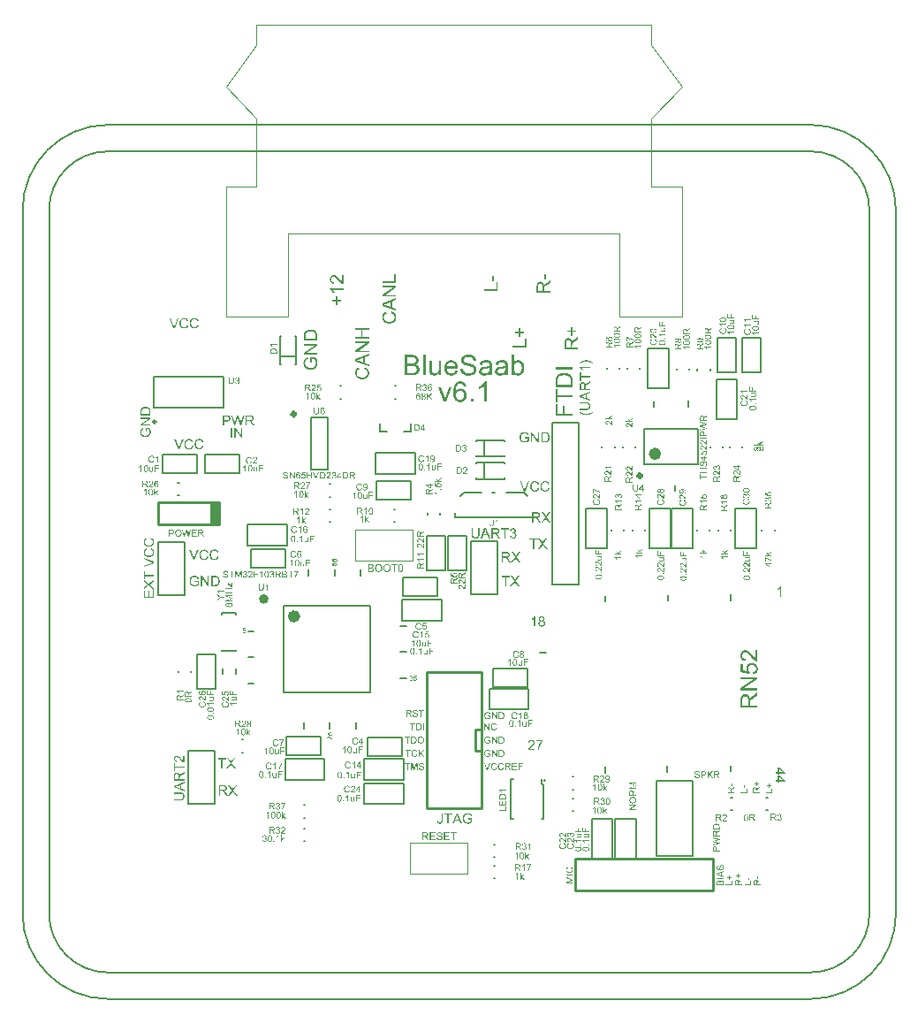
<source format=gto>
G04 Layer_Color=65535*
%FSAX24Y24*%
%MOIN*%
G70*
G01*
G75*
%ADD10C,0.0100*%
%ADD36C,0.0150*%
%ADD37C,0.0200*%
%ADD41C,0.0080*%
%ADD54C,0.0060*%
%ADD55C,0.0236*%
%ADD56C,0.0050*%
%ADD57C,0.0098*%
%ADD58C,0.0079*%
%ADD59C,0.0059*%
%ADD60C,0.0010*%
%ADD61C,0.0039*%
%ADD62R,0.0350X0.0850*%
G36*
X015119Y020424D02*
X015122Y020423D01*
X015126Y020423D01*
X015130Y020422D01*
X015134Y020421D01*
X015143Y020419D01*
X015148Y020417D01*
X015153Y020415D01*
X015158Y020413D01*
X015163Y020410D01*
X015168Y020407D01*
X015173Y020404D01*
X015174Y020403D01*
X015175Y020403D01*
X015176Y020401D01*
X015178Y020399D01*
X015181Y020397D01*
X015183Y020394D01*
X015186Y020390D01*
X015189Y020386D01*
X015192Y020381D01*
X015195Y020376D01*
X015197Y020371D01*
X015199Y020365D01*
X015201Y020358D01*
X015203Y020351D01*
X015204Y020344D01*
X015204Y020336D01*
Y020336D01*
Y020335D01*
Y020333D01*
X015204Y020331D01*
X015204Y020328D01*
X015203Y020324D01*
X015203Y020320D01*
X015202Y020316D01*
X015200Y020307D01*
X015198Y020303D01*
X015196Y020298D01*
X015194Y020293D01*
X015191Y020288D01*
X015188Y020284D01*
X015185Y020280D01*
X015185Y020279D01*
X015184Y020279D01*
X015183Y020278D01*
X015181Y020276D01*
X015179Y020274D01*
X015177Y020273D01*
X015174Y020270D01*
X015171Y020268D01*
X015168Y020266D01*
X015164Y020264D01*
X015159Y020262D01*
X015155Y020260D01*
X015150Y020258D01*
X015145Y020257D01*
X015139Y020255D01*
X015133Y020255D01*
X015131Y020288D01*
X015131D01*
X015132Y020288D01*
X015133D01*
X015135Y020288D01*
X015137Y020289D01*
X015139Y020290D01*
X015144Y020291D01*
X015150Y020293D01*
X015156Y020296D01*
X015162Y020300D01*
X015167Y020304D01*
X015167Y020305D01*
X015168Y020306D01*
X015170Y020309D01*
X015172Y020313D01*
X015175Y020318D01*
X015176Y020323D01*
X015178Y020329D01*
X015178Y020336D01*
Y020337D01*
Y020337D01*
Y020339D01*
X015178Y020340D01*
X015178Y020342D01*
X015177Y020344D01*
X015176Y020350D01*
X015174Y020356D01*
X015171Y020362D01*
X015169Y020366D01*
X015167Y020369D01*
X015164Y020372D01*
X015161Y020375D01*
X015161Y020375D01*
X015161Y020376D01*
X015160Y020376D01*
X015158Y020377D01*
X015157Y020379D01*
X015154Y020380D01*
X015152Y020381D01*
X015149Y020383D01*
X015143Y020386D01*
X015135Y020388D01*
X015126Y020390D01*
X015121Y020391D01*
X015113D01*
X015112Y020390D01*
X015109D01*
X015107Y020390D01*
X015101Y020389D01*
X015094Y020387D01*
X015087Y020384D01*
X015080Y020381D01*
X015076Y020378D01*
X015073Y020376D01*
X015073D01*
X015073Y020375D01*
X015072Y020374D01*
X015071Y020373D01*
X015068Y020370D01*
X015065Y020365D01*
X015063Y020359D01*
X015060Y020353D01*
X015058Y020345D01*
X015058Y020341D01*
Y020336D01*
Y020335D01*
Y020333D01*
X015058Y020331D01*
X015059Y020327D01*
X015059Y020323D01*
X015061Y020318D01*
X015063Y020313D01*
X015065Y020308D01*
X015065Y020308D01*
X015066Y020306D01*
X015068Y020304D01*
X015070Y020302D01*
X015072Y020299D01*
X015076Y020296D01*
X015079Y020293D01*
X015083Y020290D01*
X015079Y020260D01*
X014947Y020285D01*
Y020412D01*
X014977D01*
Y020310D01*
X015046Y020296D01*
X015046Y020296D01*
X015046Y020297D01*
X015045Y020299D01*
X015044Y020300D01*
X015043Y020302D01*
X015041Y020305D01*
X015040Y020307D01*
X015038Y020311D01*
X015035Y020318D01*
X015033Y020326D01*
X015031Y020335D01*
X015030Y020340D01*
X015030Y020344D01*
Y020345D01*
Y020346D01*
Y020348D01*
X015030Y020350D01*
X015031Y020353D01*
X015031Y020356D01*
X015032Y020360D01*
X015033Y020364D01*
X015034Y020368D01*
X015036Y020373D01*
X015038Y020377D01*
X015040Y020382D01*
X015043Y020387D01*
X015046Y020392D01*
X015049Y020396D01*
X015053Y020401D01*
X015054Y020401D01*
X015054Y020402D01*
X015056Y020403D01*
X015058Y020404D01*
X015060Y020406D01*
X015063Y020408D01*
X015066Y020410D01*
X015070Y020412D01*
X015074Y020415D01*
X015078Y020417D01*
X015083Y020419D01*
X015088Y020420D01*
X015094Y020422D01*
X015100Y020423D01*
X015107Y020424D01*
X015113Y020424D01*
X015117D01*
X015119Y020424D01*
D02*
G37*
G36*
X015500Y019943D02*
X015300D01*
X015300Y019942D01*
X015302Y019941D01*
X015304Y019938D01*
X015307Y019935D01*
X015310Y019931D01*
X015314Y019925D01*
X015318Y019920D01*
X015322Y019913D01*
Y019913D01*
X015322Y019912D01*
X015323Y019911D01*
X015323Y019910D01*
X015325Y019906D01*
X015328Y019902D01*
X015330Y019897D01*
X015333Y019891D01*
X015336Y019886D01*
X015338Y019880D01*
X015307D01*
Y019880D01*
X015307Y019881D01*
X015306Y019883D01*
X015305Y019884D01*
X015304Y019887D01*
X015302Y019889D01*
X015299Y019896D01*
X015295Y019903D01*
X015289Y019911D01*
X015284Y019918D01*
X015277Y019926D01*
X015277Y019926D01*
X015277Y019927D01*
X015276Y019928D01*
X015274Y019929D01*
X015271Y019933D01*
X015266Y019937D01*
X015261Y019941D01*
X015255Y019946D01*
X015249Y019950D01*
X015243Y019954D01*
Y019974D01*
X015500D01*
Y019943D01*
D02*
G37*
G36*
X015200Y020051D02*
X015196D01*
X015193Y020051D01*
X015190Y020052D01*
X015186Y020052D01*
X015182Y020053D01*
X015178Y020055D01*
X015178D01*
X015178Y020055D01*
X015177Y020055D01*
X015175Y020056D01*
X015172Y020057D01*
X015168Y020060D01*
X015162Y020063D01*
X015157Y020066D01*
X015151Y020070D01*
X015144Y020075D01*
X015144Y020076D01*
X015144Y020076D01*
X015143Y020077D01*
X015141Y020078D01*
X015138Y020081D01*
X015133Y020086D01*
X015127Y020092D01*
X015121Y020099D01*
X015113Y020107D01*
X015105Y020117D01*
X015105Y020117D01*
X015104Y020118D01*
X015102Y020121D01*
X015100Y020123D01*
X015097Y020127D01*
X015093Y020131D01*
X015090Y020135D01*
X015086Y020139D01*
X015077Y020149D01*
X015068Y020158D01*
X015063Y020162D01*
X015059Y020166D01*
X015055Y020170D01*
X015051Y020173D01*
X015051Y020173D01*
X015050Y020174D01*
X015049Y020174D01*
X015048Y020175D01*
X015046Y020176D01*
X015044Y020178D01*
X015039Y020181D01*
X015033Y020183D01*
X015027Y020186D01*
X015020Y020187D01*
X015017Y020188D01*
X015012D01*
X015010Y020188D01*
X015007Y020187D01*
X015002Y020186D01*
X014997Y020185D01*
X014992Y020182D01*
X014987Y020179D01*
X014982Y020174D01*
X014981Y020174D01*
X014980Y020172D01*
X014978Y020169D01*
X014975Y020165D01*
X014973Y020160D01*
X014971Y020154D01*
X014970Y020147D01*
X014969Y020139D01*
Y020139D01*
Y020138D01*
Y020137D01*
X014969Y020136D01*
Y020134D01*
X014970Y020131D01*
X014971Y020126D01*
X014972Y020121D01*
X014975Y020114D01*
X014978Y020108D01*
X014983Y020103D01*
X014983Y020102D01*
X014985Y020101D01*
X014988Y020099D01*
X014992Y020096D01*
X014998Y020094D01*
X015004Y020091D01*
X015012Y020090D01*
X015020Y020089D01*
X015017Y020057D01*
X015017D01*
X015015Y020057D01*
X015014D01*
X015011Y020058D01*
X015008Y020058D01*
X015005Y020059D01*
X015001Y020060D01*
X014997Y020061D01*
X014988Y020064D01*
X014983Y020066D01*
X014979Y020069D01*
X014974Y020071D01*
X014970Y020074D01*
X014966Y020078D01*
X014962Y020082D01*
X014962Y020082D01*
X014961Y020083D01*
X014960Y020084D01*
X014959Y020086D01*
X014958Y020088D01*
X014956Y020091D01*
X014954Y020094D01*
X014952Y020097D01*
X014951Y020101D01*
X014949Y020106D01*
X014947Y020110D01*
X014946Y020116D01*
X014945Y020121D01*
X014944Y020127D01*
X014943Y020133D01*
X014943Y020140D01*
Y020140D01*
Y020142D01*
Y020144D01*
X014943Y020146D01*
X014944Y020149D01*
X014944Y020153D01*
X014945Y020157D01*
X014946Y020161D01*
X014948Y020171D01*
X014950Y020175D01*
X014952Y020180D01*
X014954Y020185D01*
X014957Y020190D01*
X014960Y020194D01*
X014964Y020199D01*
X014964Y020199D01*
X014965Y020200D01*
X014966Y020201D01*
X014967Y020202D01*
X014969Y020204D01*
X014972Y020206D01*
X014974Y020207D01*
X014978Y020210D01*
X014981Y020212D01*
X014985Y020213D01*
X014994Y020217D01*
X014998Y020218D01*
X015003Y020219D01*
X015009Y020220D01*
X015014Y020220D01*
X015017D01*
X015020Y020220D01*
X015024Y020220D01*
X015028Y020219D01*
X015034Y020218D01*
X015039Y020216D01*
X015044Y020214D01*
X015045Y020214D01*
X015047Y020213D01*
X015050Y020211D01*
X015054Y020209D01*
X015058Y020206D01*
X015064Y020202D01*
X015070Y020198D01*
X015076Y020193D01*
X015076D01*
X015076Y020192D01*
X015077Y020191D01*
X015079Y020190D01*
X015080Y020189D01*
X015082Y020187D01*
X015085Y020184D01*
X015087Y020181D01*
X015090Y020178D01*
X015094Y020175D01*
X015098Y020171D01*
X015102Y020166D01*
X015106Y020161D01*
X015110Y020156D01*
X015115Y020150D01*
X015121Y020144D01*
X015121Y020144D01*
X015122Y020143D01*
X015123Y020142D01*
X015124Y020140D01*
X015126Y020138D01*
X015129Y020135D01*
X015134Y020129D01*
X015139Y020123D01*
X015144Y020117D01*
X015147Y020114D01*
X015149Y020112D01*
X015151Y020110D01*
X015153Y020108D01*
X015153Y020108D01*
X015154Y020107D01*
X015156Y020105D01*
X015158Y020103D01*
X015161Y020101D01*
X015164Y020099D01*
X015170Y020095D01*
Y020221D01*
X015200D01*
Y020051D01*
D02*
G37*
G36*
X014414Y020293D02*
X014493D01*
Y020413D01*
X014524D01*
Y020293D01*
X014640D01*
Y020259D01*
X014384D01*
Y020432D01*
X014414D01*
Y020293D01*
D02*
G37*
G36*
X015121Y020026D02*
X015123Y020025D01*
X015126Y020025D01*
X015129Y020023D01*
X015133Y020022D01*
X015138Y020020D01*
X015143Y020018D01*
X015148Y020015D01*
X015153Y020012D01*
X015158Y020009D01*
X015163Y020006D01*
X015169Y020002D01*
X015174Y019998D01*
X015178Y019993D01*
X015183Y019988D01*
X015183Y019988D01*
X015184Y019987D01*
X015185Y019985D01*
X015186Y019983D01*
X015188Y019980D01*
X015190Y019977D01*
X015191Y019973D01*
X015193Y019970D01*
X015196Y019964D01*
X015197Y019960D01*
X015199Y019954D01*
X015201Y019948D01*
X015202Y019942D01*
X015203Y019935D01*
X015204Y019928D01*
X015204Y019921D01*
Y019920D01*
Y019919D01*
Y019917D01*
X015204Y019914D01*
X015204Y019910D01*
X015203Y019906D01*
X015203Y019902D01*
X015202Y019897D01*
X015200Y019886D01*
X015197Y019875D01*
X015195Y019869D01*
X015193Y019863D01*
X015191Y019858D01*
X015188Y019853D01*
X015187Y019853D01*
X015187Y019852D01*
X015186Y019851D01*
X015184Y019849D01*
X015183Y019847D01*
X015181Y019844D01*
X015178Y019841D01*
X015175Y019838D01*
X015172Y019835D01*
X015168Y019832D01*
X015164Y019829D01*
X015160Y019825D01*
X015155Y019822D01*
X015150Y019819D01*
X015144Y019816D01*
X015139Y019813D01*
X015138D01*
X015137Y019813D01*
X015135Y019812D01*
X015133Y019811D01*
X015130Y019810D01*
X015127Y019809D01*
X015123Y019808D01*
X015118Y019807D01*
X015113Y019805D01*
X015108Y019804D01*
X015102Y019803D01*
X015096Y019802D01*
X015083Y019801D01*
X015070Y019800D01*
X015066D01*
X015063Y019800D01*
X015060D01*
X015056Y019801D01*
X015051Y019801D01*
X015046Y019802D01*
X015041Y019803D01*
X015036Y019804D01*
X015024Y019806D01*
X015012Y019810D01*
X015006Y019812D01*
X015001Y019815D01*
X015000Y019815D01*
X014999Y019816D01*
X014998Y019817D01*
X014996Y019818D01*
X014993Y019819D01*
X014990Y019821D01*
X014987Y019824D01*
X014984Y019826D01*
X014976Y019832D01*
X014969Y019840D01*
X014962Y019849D01*
X014958Y019854D01*
X014955Y019859D01*
X014955Y019859D01*
X014955Y019860D01*
X014954Y019862D01*
X014953Y019864D01*
X014952Y019866D01*
X014950Y019869D01*
X014949Y019873D01*
X014947Y019877D01*
X014946Y019882D01*
X014945Y019886D01*
X014942Y019897D01*
X014940Y019909D01*
X014940Y019915D01*
Y019921D01*
Y019921D01*
Y019923D01*
Y019925D01*
X014940Y019927D01*
X014940Y019931D01*
X014941Y019935D01*
X014941Y019939D01*
X014942Y019944D01*
X014944Y019954D01*
X014946Y019959D01*
X014948Y019964D01*
X014950Y019970D01*
X014953Y019975D01*
X014956Y019980D01*
X014959Y019985D01*
X014960Y019986D01*
X014960Y019986D01*
X014961Y019988D01*
X014963Y019990D01*
X014965Y019992D01*
X014967Y019994D01*
X014970Y019997D01*
X014974Y020000D01*
X014977Y020003D01*
X014981Y020006D01*
X014986Y020009D01*
X014991Y020012D01*
X014996Y020015D01*
X015002Y020018D01*
X015008Y020020D01*
X015014Y020022D01*
X015022Y019989D01*
X015022D01*
X015021Y019989D01*
X015020Y019988D01*
X015018Y019987D01*
X015015Y019986D01*
X015013Y019985D01*
X015007Y019982D01*
X015000Y019979D01*
X014993Y019974D01*
X014987Y019969D01*
X014984Y019966D01*
X014982Y019963D01*
Y019963D01*
X014981Y019963D01*
X014980Y019962D01*
X014980Y019960D01*
X014979Y019959D01*
X014978Y019957D01*
X014975Y019952D01*
X014973Y019945D01*
X014971Y019938D01*
X014969Y019930D01*
X014969Y019920D01*
Y019920D01*
Y019919D01*
Y019917D01*
X014969Y019915D01*
Y019913D01*
X014969Y019910D01*
X014970Y019907D01*
X014970Y019903D01*
X014972Y019895D01*
X014975Y019887D01*
X014978Y019879D01*
X014980Y019875D01*
X014983Y019871D01*
Y019870D01*
X014984Y019870D01*
X014984Y019869D01*
X014986Y019867D01*
X014989Y019864D01*
X014993Y019860D01*
X014998Y019855D01*
X015005Y019851D01*
X015012Y019846D01*
X015021Y019843D01*
X015021D01*
X015022Y019843D01*
X015023Y019842D01*
X015025Y019842D01*
X015027Y019841D01*
X015030Y019840D01*
X015033Y019840D01*
X015036Y019839D01*
X015043Y019838D01*
X015052Y019836D01*
X015061Y019835D01*
X015070Y019835D01*
X015075D01*
X015078Y019835D01*
X015082Y019836D01*
X015085D01*
X015089Y019836D01*
X015098Y019837D01*
X015108Y019839D01*
X015118Y019841D01*
X015127Y019844D01*
X015127D01*
X015128Y019845D01*
X015129Y019845D01*
X015131Y019846D01*
X015133Y019847D01*
X015135Y019848D01*
X015141Y019852D01*
X015147Y019856D01*
X015153Y019861D01*
X015158Y019867D01*
X015163Y019874D01*
Y019874D01*
X015164Y019875D01*
X015164Y019876D01*
X015165Y019878D01*
X015166Y019879D01*
X015167Y019882D01*
X015169Y019887D01*
X015172Y019894D01*
X015173Y019901D01*
X015175Y019909D01*
X015175Y019918D01*
Y019918D01*
Y019919D01*
Y019920D01*
X015175Y019922D01*
X015175Y019925D01*
X015174Y019928D01*
X015174Y019931D01*
X015173Y019934D01*
X015171Y019942D01*
X015168Y019950D01*
X015167Y019954D01*
X015164Y019958D01*
X015162Y019962D01*
X015159Y019966D01*
X015159Y019966D01*
X015158Y019967D01*
X015157Y019968D01*
X015156Y019969D01*
X015154Y019971D01*
X015152Y019972D01*
X015150Y019974D01*
X015147Y019976D01*
X015144Y019979D01*
X015140Y019981D01*
X015136Y019983D01*
X015132Y019985D01*
X015127Y019987D01*
X015122Y019989D01*
X015116Y019991D01*
X015110Y019993D01*
X015119Y020027D01*
X015119D01*
X015121Y020026D01*
D02*
G37*
G36*
X015500Y020185D02*
X015473D01*
X015473Y020185D01*
X015474Y020184D01*
X015476Y020183D01*
X015478Y020181D01*
X015480Y020179D01*
X015483Y020176D01*
X015485Y020173D01*
X015488Y020169D01*
X015491Y020165D01*
X015494Y020161D01*
X015497Y020156D01*
X015499Y020151D01*
X015501Y020145D01*
X015503Y020139D01*
X015504Y020133D01*
X015504Y020126D01*
Y020126D01*
Y020125D01*
Y020123D01*
X015504Y020120D01*
X015503Y020116D01*
X015503Y020111D01*
X015501Y020106D01*
X015500Y020101D01*
X015498Y020095D01*
X015498Y020095D01*
X015497Y020093D01*
X015495Y020090D01*
X015494Y020087D01*
X015491Y020084D01*
X015489Y020080D01*
X015486Y020077D01*
X015482Y020074D01*
X015482Y020074D01*
X015481Y020073D01*
X015479Y020072D01*
X015476Y020070D01*
X015472Y020069D01*
X015468Y020067D01*
X015464Y020066D01*
X015459Y020064D01*
X015458D01*
X015457Y020064D01*
X015455Y020064D01*
X015451D01*
X015447Y020063D01*
X015442Y020063D01*
X015436Y020063D01*
X015315D01*
Y020094D01*
X015426D01*
X015431Y020094D01*
X015436D01*
X015442Y020095D01*
X015447Y020095D01*
X015449Y020095D01*
X015451Y020096D01*
X015451D01*
X015453Y020096D01*
X015455Y020097D01*
X015458Y020098D01*
X015461Y020100D01*
X015464Y020102D01*
X015467Y020105D01*
X015470Y020108D01*
X015470Y020109D01*
X015471Y020110D01*
X015472Y020112D01*
X015473Y020115D01*
X015475Y020118D01*
X015476Y020122D01*
X015477Y020127D01*
X015477Y020132D01*
Y020132D01*
Y020133D01*
Y020134D01*
X015477Y020137D01*
X015476Y020141D01*
X015475Y020145D01*
X015474Y020149D01*
X015472Y020154D01*
X015470Y020159D01*
X015470Y020159D01*
X015469Y020161D01*
X015467Y020163D01*
X015465Y020166D01*
X015462Y020169D01*
X015459Y020171D01*
X015455Y020174D01*
X015450Y020176D01*
X015450Y020177D01*
X015448Y020177D01*
X015445Y020178D01*
X015441Y020179D01*
X015436Y020180D01*
X015430Y020181D01*
X015422Y020181D01*
X015414Y020182D01*
X015315D01*
Y020213D01*
X015500D01*
Y020185D01*
D02*
G37*
G36*
X017061Y016217D02*
X017063D01*
X017068Y016216D01*
X017074Y016215D01*
X017080Y016213D01*
X017087Y016211D01*
X017093Y016208D01*
X017094D01*
X017094Y016208D01*
X017095Y016207D01*
X017096Y016206D01*
X017099Y016204D01*
X017103Y016202D01*
X017108Y016198D01*
X017112Y016194D01*
X017117Y016189D01*
X017120Y016183D01*
Y016183D01*
X017121Y016183D01*
X017122Y016181D01*
X017123Y016177D01*
X017125Y016173D01*
X017127Y016168D01*
X017129Y016163D01*
X017130Y016157D01*
X017130Y016150D01*
Y016150D01*
Y016150D01*
Y016148D01*
X017130Y016144D01*
X017129Y016140D01*
X017128Y016136D01*
X017126Y016131D01*
X017124Y016126D01*
X017121Y016120D01*
X017121Y016120D01*
X017119Y016118D01*
X017117Y016116D01*
X017114Y016113D01*
X017111Y016109D01*
X017106Y016105D01*
X017101Y016102D01*
X017095Y016099D01*
X017095D01*
X017096Y016098D01*
X017097Y016098D01*
X017098Y016098D01*
X017100Y016097D01*
X017103Y016096D01*
X017108Y016094D01*
X017113Y016091D01*
X017119Y016087D01*
X017125Y016082D01*
X017130Y016077D01*
Y016076D01*
X017131Y016076D01*
X017131Y016075D01*
X017132Y016074D01*
X017133Y016072D01*
X017134Y016070D01*
X017136Y016065D01*
X017139Y016059D01*
X017141Y016052D01*
X017142Y016045D01*
X017143Y016036D01*
Y016035D01*
Y016034D01*
Y016032D01*
X017142Y016030D01*
X017142Y016027D01*
X017141Y016024D01*
X017141Y016020D01*
X017140Y016016D01*
X017138Y016012D01*
X017137Y016007D01*
X017135Y016002D01*
X017132Y015997D01*
X017129Y015993D01*
X017126Y015988D01*
X017122Y015983D01*
X017118Y015979D01*
X017118Y015978D01*
X017117Y015978D01*
X017116Y015977D01*
X017114Y015975D01*
X017111Y015973D01*
X017108Y015971D01*
X017105Y015969D01*
X017101Y015967D01*
X017097Y015965D01*
X017092Y015963D01*
X017087Y015961D01*
X017082Y015959D01*
X017076Y015958D01*
X017070Y015957D01*
X017064Y015956D01*
X017057Y015956D01*
X017053D01*
X017051Y015956D01*
X017048Y015956D01*
X017045Y015957D01*
X017041Y015957D01*
X017037Y015958D01*
X017028Y015961D01*
X017024Y015962D01*
X017019Y015964D01*
X017014Y015966D01*
X017009Y015969D01*
X017005Y015972D01*
X017001Y015976D01*
X017000Y015976D01*
X017000Y015977D01*
X016999Y015978D01*
X016997Y015979D01*
X016995Y015981D01*
X016993Y015984D01*
X016991Y015987D01*
X016989Y015990D01*
X016987Y015993D01*
X016985Y015997D01*
X016983Y016002D01*
X016981Y016006D01*
X016979Y016011D01*
X016977Y016016D01*
X016976Y016022D01*
X016975Y016028D01*
X017007Y016032D01*
Y016032D01*
X017007Y016031D01*
X017007Y016030D01*
X017008Y016028D01*
X017008Y016026D01*
X017009Y016023D01*
X017011Y016017D01*
X017013Y016011D01*
X017017Y016005D01*
X017020Y015998D01*
X017022Y015996D01*
X017025Y015993D01*
X017025Y015993D01*
X017027Y015992D01*
X017030Y015990D01*
X017034Y015988D01*
X017038Y015985D01*
X017044Y015984D01*
X017050Y015982D01*
X017057Y015982D01*
X017059D01*
X017060Y015982D01*
X017062D01*
X017065Y015982D01*
X017069Y015984D01*
X017076Y015985D01*
X017082Y015988D01*
X017088Y015992D01*
X017091Y015994D01*
X017094Y015997D01*
X017094Y015997D01*
X017095Y015998D01*
X017095Y015999D01*
X017096Y016000D01*
X017099Y016003D01*
X017102Y016008D01*
X017104Y016013D01*
X017107Y016020D01*
X017109Y016027D01*
X017109Y016031D01*
Y016035D01*
Y016035D01*
Y016036D01*
Y016037D01*
X017109Y016039D01*
Y016040D01*
X017109Y016043D01*
X017108Y016048D01*
X017106Y016053D01*
X017103Y016059D01*
X017100Y016065D01*
X017098Y016068D01*
X017095Y016071D01*
X017094Y016071D01*
X017092Y016073D01*
X017089Y016075D01*
X017085Y016078D01*
X017080Y016080D01*
X017074Y016082D01*
X017067Y016084D01*
X017059Y016085D01*
X017056D01*
X017053Y016084D01*
X017050Y016084D01*
X017046Y016083D01*
X017042Y016082D01*
X017037Y016081D01*
X017041Y016109D01*
X017041D01*
X017042Y016109D01*
X017044Y016108D01*
X017048D01*
X017049Y016109D01*
X017053Y016109D01*
X017058Y016110D01*
X017063Y016111D01*
X017069Y016113D01*
X017076Y016115D01*
X017081Y016119D01*
X017082D01*
X017082Y016119D01*
X017084Y016121D01*
X017087Y016123D01*
X017090Y016127D01*
X017093Y016131D01*
X017095Y016137D01*
X017097Y016143D01*
X017097Y016147D01*
X017098Y016151D01*
Y016151D01*
Y016152D01*
X017097Y016154D01*
X017097Y016157D01*
X017096Y016161D01*
X017095Y016165D01*
X017093Y016170D01*
X017090Y016175D01*
X017086Y016179D01*
X017085Y016180D01*
X017084Y016181D01*
X017081Y016183D01*
X017078Y016185D01*
X017074Y016187D01*
X017068Y016189D01*
X017063Y016191D01*
X017056Y016191D01*
X017054D01*
X017053Y016191D01*
X017049Y016190D01*
X017045Y016190D01*
X017040Y016188D01*
X017035Y016186D01*
X017030Y016183D01*
X017025Y016179D01*
X017024Y016179D01*
X017023Y016177D01*
X017021Y016175D01*
X017019Y016171D01*
X017016Y016166D01*
X017013Y016160D01*
X017011Y016153D01*
X017010Y016145D01*
X016978Y016151D01*
Y016151D01*
X016979Y016152D01*
X016979Y016154D01*
X016980Y016156D01*
X016980Y016158D01*
X016981Y016162D01*
X016982Y016165D01*
X016984Y016169D01*
X016987Y016176D01*
X016992Y016184D01*
X016997Y016192D01*
X017001Y016196D01*
X017004Y016199D01*
X017005Y016200D01*
X017005Y016200D01*
X017006Y016201D01*
X017008Y016202D01*
X017010Y016203D01*
X017012Y016205D01*
X017015Y016207D01*
X017018Y016208D01*
X017022Y016210D01*
X017026Y016211D01*
X017034Y016214D01*
X017044Y016216D01*
X017050Y016217D01*
X017055Y016217D01*
X017059D01*
X017061Y016217D01*
D02*
G37*
G36*
X016883Y015877D02*
X016885D01*
X016890Y015876D01*
X016896Y015875D01*
X016902Y015873D01*
X016908Y015871D01*
X016914Y015869D01*
X016915D01*
X016915Y015868D01*
X016917Y015867D01*
X016920Y015865D01*
X016923Y015863D01*
X016927Y015859D01*
X016932Y015855D01*
X016936Y015850D01*
X016940Y015845D01*
Y015844D01*
X016940Y015844D01*
X016941Y015843D01*
X016942Y015842D01*
X016943Y015839D01*
X016946Y015834D01*
X016948Y015828D01*
X016951Y015822D01*
X016953Y015814D01*
X016956Y015806D01*
Y015806D01*
X016956Y015805D01*
X016956Y015804D01*
X016957Y015802D01*
X016957Y015800D01*
X016958Y015797D01*
X016958Y015794D01*
X016959Y015790D01*
X016959Y015786D01*
X016960Y015782D01*
X016960Y015777D01*
X016961Y015772D01*
X016961Y015766D01*
X016961Y015760D01*
X016961Y015753D01*
Y015746D01*
Y015746D01*
Y015744D01*
Y015742D01*
Y015739D01*
X016961Y015735D01*
Y015731D01*
X016961Y015726D01*
X016961Y015720D01*
X016959Y015709D01*
X016958Y015696D01*
X016955Y015684D01*
X016954Y015679D01*
X016952Y015673D01*
Y015673D01*
X016952Y015672D01*
X016951Y015671D01*
X016951Y015669D01*
X016950Y015666D01*
X016948Y015664D01*
X016945Y015658D01*
X016941Y015651D01*
X016937Y015644D01*
X016931Y015637D01*
X016924Y015631D01*
X016924D01*
X016924Y015630D01*
X016922Y015629D01*
X016921Y015628D01*
X016919Y015627D01*
X016917Y015626D01*
X016915Y015625D01*
X016912Y015623D01*
X016905Y015620D01*
X016897Y015618D01*
X016888Y015616D01*
X016883Y015616D01*
X016878Y015616D01*
X016876D01*
X016874Y015616D01*
X016872D01*
X016869Y015616D01*
X016865Y015617D01*
X016861Y015618D01*
X016857Y015619D01*
X016852Y015620D01*
X016848Y015622D01*
X016843Y015624D01*
X016838Y015627D01*
X016833Y015630D01*
X016828Y015633D01*
X016824Y015637D01*
X016820Y015642D01*
X016819Y015642D01*
X016819Y015644D01*
X016817Y015645D01*
X016816Y015648D01*
X016814Y015652D01*
X016812Y015656D01*
X016810Y015661D01*
X016807Y015667D01*
X016805Y015674D01*
X016803Y015682D01*
X016800Y015690D01*
X016799Y015700D01*
X016797Y015710D01*
X016796Y015721D01*
X016795Y015733D01*
X016795Y015746D01*
Y015747D01*
Y015748D01*
Y015751D01*
Y015754D01*
X016795Y015758D01*
X016795Y015762D01*
Y015767D01*
X016796Y015772D01*
X016797Y015784D01*
X016799Y015796D01*
X016801Y015808D01*
X016802Y015814D01*
X016804Y015819D01*
Y015819D01*
X016804Y015820D01*
X016805Y015822D01*
X016806Y015824D01*
X016807Y015826D01*
X016808Y015829D01*
X016811Y015835D01*
X016815Y015842D01*
X016820Y015849D01*
X016825Y015856D01*
X016832Y015862D01*
X016832Y015862D01*
X016833Y015863D01*
X016834Y015863D01*
X016835Y015864D01*
X016837Y015865D01*
X016839Y015867D01*
X016841Y015868D01*
X016844Y015870D01*
X016851Y015872D01*
X016859Y015875D01*
X016868Y015876D01*
X016873Y015877D01*
X016881D01*
X016883Y015877D01*
D02*
G37*
G36*
X017342Y016188D02*
X017341Y016188D01*
X017341Y016187D01*
X017339Y016185D01*
X017337Y016183D01*
X017335Y016181D01*
X017333Y016177D01*
X017330Y016174D01*
X017326Y016170D01*
X017323Y016165D01*
X017319Y016160D01*
X017315Y016154D01*
X017311Y016148D01*
X017306Y016141D01*
X017302Y016134D01*
X017298Y016127D01*
X017293Y016119D01*
X017293Y016119D01*
X017292Y016117D01*
X017291Y016115D01*
X017289Y016112D01*
X017287Y016108D01*
X017285Y016103D01*
X017282Y016098D01*
X017280Y016092D01*
X017277Y016085D01*
X017274Y016078D01*
X017271Y016071D01*
X017268Y016063D01*
X017262Y016047D01*
X017256Y016030D01*
Y016030D01*
X017256Y016029D01*
X017255Y016027D01*
X017255Y016025D01*
X017254Y016022D01*
X017253Y016018D01*
X017252Y016014D01*
X017251Y016009D01*
X017250Y016004D01*
X017249Y015999D01*
X017248Y015993D01*
X017247Y015987D01*
X017246Y015974D01*
X017244Y015960D01*
X017212D01*
Y015960D01*
Y015961D01*
Y015963D01*
X017212Y015965D01*
Y015968D01*
X017213Y015972D01*
X017213Y015976D01*
X017214Y015980D01*
X017214Y015985D01*
X017215Y015991D01*
X017216Y015997D01*
X017217Y016003D01*
X017218Y016010D01*
X017220Y016017D01*
X017222Y016025D01*
X017224Y016033D01*
Y016033D01*
X017224Y016035D01*
X017225Y016037D01*
X017226Y016040D01*
X017227Y016044D01*
X017228Y016048D01*
X017230Y016053D01*
X017232Y016059D01*
X017234Y016065D01*
X017237Y016072D01*
X017242Y016086D01*
X017249Y016100D01*
X017256Y016115D01*
X017256Y016116D01*
X017257Y016117D01*
X017258Y016119D01*
X017260Y016122D01*
X017262Y016125D01*
X017264Y016129D01*
X017267Y016134D01*
X017270Y016138D01*
X017276Y016149D01*
X017284Y016160D01*
X017293Y016172D01*
X017301Y016182D01*
X017176D01*
Y016213D01*
X017342D01*
Y016188D01*
D02*
G37*
G36*
X015274Y020302D02*
X015353D01*
Y020422D01*
X015384D01*
Y020302D01*
X015500D01*
Y020268D01*
X015244D01*
Y020441D01*
X015274D01*
Y020302D01*
D02*
G37*
G36*
X016852Y016216D02*
X016855D01*
X016859Y016215D01*
X016863Y016215D01*
X016871Y016214D01*
X016880Y016213D01*
X016888Y016211D01*
X016892Y016210D01*
X016895Y016209D01*
X016896D01*
X016896Y016209D01*
X016897Y016208D01*
X016898Y016208D01*
X016902Y016206D01*
X016906Y016203D01*
X016910Y016200D01*
X016915Y016196D01*
X016920Y016190D01*
X016924Y016184D01*
Y016184D01*
X016924Y016184D01*
X016925Y016183D01*
X016926Y016181D01*
X016927Y016178D01*
X016929Y016173D01*
X016931Y016167D01*
X016933Y016161D01*
X016934Y016153D01*
X016935Y016146D01*
Y016145D01*
Y016144D01*
Y016143D01*
X016934Y016141D01*
X016934Y016139D01*
X016934Y016136D01*
X016932Y016130D01*
X016930Y016122D01*
X016927Y016115D01*
X016925Y016111D01*
X016923Y016107D01*
X016920Y016104D01*
X016917Y016100D01*
X016917Y016100D01*
X016916Y016099D01*
X016915Y016098D01*
X016914Y016097D01*
X016912Y016096D01*
X016909Y016094D01*
X016907Y016092D01*
X016904Y016090D01*
X016900Y016088D01*
X016896Y016086D01*
X016891Y016084D01*
X016886Y016082D01*
X016881Y016080D01*
X016875Y016079D01*
X016869Y016077D01*
X016862Y016076D01*
X016863Y016076D01*
X016865Y016075D01*
X016867Y016074D01*
X016870Y016072D01*
X016877Y016068D01*
X016880Y016066D01*
X016883Y016063D01*
X016883D01*
X016883Y016063D01*
X016885Y016061D01*
X016888Y016058D01*
X016892Y016054D01*
X016896Y016049D01*
X016901Y016043D01*
X016906Y016037D01*
X016911Y016029D01*
X016955Y015960D01*
X016913D01*
X016879Y016013D01*
Y016013D01*
X016878Y016014D01*
X016878Y016015D01*
X016877Y016017D01*
X016875Y016019D01*
X016874Y016021D01*
X016870Y016026D01*
X016866Y016032D01*
X016862Y016037D01*
X016858Y016043D01*
X016854Y016048D01*
X016854Y016049D01*
X016853Y016050D01*
X016851Y016052D01*
X016849Y016055D01*
X016846Y016058D01*
X016843Y016061D01*
X016840Y016063D01*
X016837Y016065D01*
X016837Y016066D01*
X016836Y016066D01*
X016834Y016067D01*
X016832Y016068D01*
X016830Y016069D01*
X016827Y016070D01*
X016822Y016072D01*
X016821D01*
X016821Y016073D01*
X016819D01*
X016817Y016073D01*
X016815Y016073D01*
X016811D01*
X016808Y016074D01*
X016764D01*
Y015960D01*
X016730D01*
Y016216D01*
X016849D01*
X016852Y016216D01*
D02*
G37*
G36*
X014251Y020036D02*
X014253Y020035D01*
X014256Y020034D01*
X014259Y020033D01*
X014263Y020031D01*
X014268Y020030D01*
X014273Y020027D01*
X014278Y020025D01*
X014283Y020022D01*
X014288Y020019D01*
X014293Y020015D01*
X014299Y020012D01*
X014304Y020007D01*
X014308Y020003D01*
X014313Y019998D01*
X014313Y019997D01*
X014314Y019996D01*
X014315Y019995D01*
X014316Y019993D01*
X014318Y019990D01*
X014320Y019987D01*
X014321Y019983D01*
X014323Y019979D01*
X014326Y019974D01*
X014327Y019969D01*
X014329Y019963D01*
X014331Y019957D01*
X014332Y019951D01*
X014333Y019944D01*
X014334Y019937D01*
X014334Y019930D01*
Y019930D01*
Y019928D01*
Y019926D01*
X014334Y019923D01*
X014334Y019920D01*
X014333Y019915D01*
X014333Y019911D01*
X014332Y019906D01*
X014330Y019895D01*
X014327Y019884D01*
X014325Y019878D01*
X014323Y019873D01*
X014321Y019867D01*
X014318Y019862D01*
X014317Y019862D01*
X014317Y019861D01*
X014316Y019860D01*
X014314Y019858D01*
X014313Y019856D01*
X014311Y019854D01*
X014308Y019851D01*
X014305Y019848D01*
X014302Y019844D01*
X014298Y019842D01*
X014294Y019838D01*
X014290Y019835D01*
X014285Y019832D01*
X014280Y019829D01*
X014274Y019826D01*
X014269Y019823D01*
X014268D01*
X014267Y019822D01*
X014265Y019822D01*
X014263Y019821D01*
X014260Y019820D01*
X014257Y019819D01*
X014253Y019818D01*
X014248Y019816D01*
X014243Y019815D01*
X014238Y019814D01*
X014232Y019813D01*
X014226Y019812D01*
X014213Y019810D01*
X014200Y019810D01*
X014196D01*
X014193Y019810D01*
X014190D01*
X014186Y019810D01*
X014181Y019811D01*
X014176Y019812D01*
X014171Y019812D01*
X014166Y019813D01*
X014154Y019816D01*
X014142Y019820D01*
X014136Y019822D01*
X014131Y019825D01*
X014130Y019825D01*
X014129Y019825D01*
X014128Y019826D01*
X014126Y019828D01*
X014123Y019829D01*
X014120Y019831D01*
X014117Y019833D01*
X014114Y019836D01*
X014106Y019842D01*
X014099Y019849D01*
X014092Y019858D01*
X014088Y019863D01*
X014085Y019868D01*
X014085Y019868D01*
X014085Y019869D01*
X014084Y019871D01*
X014083Y019873D01*
X014082Y019876D01*
X014080Y019879D01*
X014079Y019882D01*
X014077Y019886D01*
X014076Y019891D01*
X014075Y019896D01*
X014072Y019906D01*
X014070Y019918D01*
X014070Y019924D01*
Y019930D01*
Y019931D01*
Y019932D01*
Y019934D01*
X014070Y019937D01*
X014070Y019940D01*
X014071Y019944D01*
X014071Y019948D01*
X014072Y019953D01*
X014074Y019963D01*
X014076Y019968D01*
X014078Y019974D01*
X014080Y019979D01*
X014083Y019985D01*
X014086Y019990D01*
X014089Y019995D01*
X014090Y019995D01*
X014090Y019996D01*
X014091Y019998D01*
X014093Y019999D01*
X014095Y020001D01*
X014097Y020004D01*
X014100Y020007D01*
X014104Y020010D01*
X014107Y020013D01*
X014111Y020016D01*
X014116Y020019D01*
X014121Y020022D01*
X014126Y020025D01*
X014132Y020027D01*
X014138Y020030D01*
X014144Y020032D01*
X014152Y019999D01*
X014152D01*
X014151Y019998D01*
X014150Y019998D01*
X014148Y019997D01*
X014145Y019996D01*
X014143Y019995D01*
X014137Y019992D01*
X014130Y019988D01*
X014123Y019984D01*
X014117Y019979D01*
X014114Y019976D01*
X014112Y019973D01*
Y019972D01*
X014111Y019972D01*
X014110Y019971D01*
X014110Y019970D01*
X014109Y019968D01*
X014108Y019966D01*
X014105Y019961D01*
X014103Y019955D01*
X014101Y019947D01*
X014099Y019939D01*
X014099Y019930D01*
Y019929D01*
Y019928D01*
Y019927D01*
X014099Y019925D01*
Y019922D01*
X014099Y019919D01*
X014100Y019916D01*
X014100Y019912D01*
X014102Y019905D01*
X014105Y019896D01*
X014108Y019888D01*
X014110Y019884D01*
X014113Y019880D01*
Y019880D01*
X014114Y019879D01*
X014114Y019878D01*
X014116Y019877D01*
X014119Y019873D01*
X014123Y019869D01*
X014128Y019865D01*
X014135Y019860D01*
X014142Y019856D01*
X014151Y019852D01*
X014151D01*
X014152Y019852D01*
X014153Y019852D01*
X014155Y019851D01*
X014157Y019850D01*
X014160Y019850D01*
X014163Y019849D01*
X014166Y019849D01*
X014173Y019847D01*
X014182Y019846D01*
X014191Y019845D01*
X014200Y019844D01*
X014205D01*
X014208Y019845D01*
X014212Y019845D01*
X014215D01*
X014219Y019846D01*
X014228Y019847D01*
X014238Y019849D01*
X014248Y019851D01*
X014257Y019854D01*
X014257D01*
X014258Y019854D01*
X014259Y019855D01*
X014261Y019856D01*
X014263Y019857D01*
X014265Y019858D01*
X014271Y019861D01*
X014277Y019865D01*
X014283Y019870D01*
X014288Y019876D01*
X014293Y019883D01*
Y019884D01*
X014294Y019884D01*
X014294Y019885D01*
X014295Y019887D01*
X014296Y019889D01*
X014297Y019891D01*
X014299Y019896D01*
X014302Y019903D01*
X014303Y019910D01*
X014305Y019918D01*
X014305Y019927D01*
Y019927D01*
Y019928D01*
Y019930D01*
X014305Y019932D01*
X014305Y019934D01*
X014304Y019937D01*
X014304Y019940D01*
X014303Y019944D01*
X014301Y019951D01*
X014298Y019959D01*
X014297Y019964D01*
X014294Y019968D01*
X014292Y019972D01*
X014289Y019975D01*
X014289Y019976D01*
X014288Y019976D01*
X014287Y019977D01*
X014286Y019979D01*
X014284Y019980D01*
X014282Y019982D01*
X014280Y019984D01*
X014277Y019986D01*
X014274Y019988D01*
X014270Y019991D01*
X014266Y019993D01*
X014262Y019995D01*
X014257Y019997D01*
X014252Y019999D01*
X014246Y020001D01*
X014240Y020002D01*
X014249Y020036D01*
X014249D01*
X014251Y020036D01*
D02*
G37*
G36*
X014330Y020061D02*
X014326D01*
X014323Y020061D01*
X014320Y020061D01*
X014316Y020062D01*
X014312Y020063D01*
X014308Y020064D01*
X014308D01*
X014308Y020065D01*
X014307Y020065D01*
X014305Y020066D01*
X014302Y020067D01*
X014298Y020069D01*
X014292Y020072D01*
X014287Y020076D01*
X014281Y020080D01*
X014274Y020085D01*
X014274Y020085D01*
X014274Y020086D01*
X014273Y020087D01*
X014271Y020088D01*
X014268Y020091D01*
X014263Y020096D01*
X014257Y020101D01*
X014251Y020108D01*
X014243Y020117D01*
X014235Y020126D01*
X014235Y020127D01*
X014234Y020128D01*
X014232Y020130D01*
X014230Y020133D01*
X014227Y020136D01*
X014223Y020140D01*
X014220Y020145D01*
X014216Y020149D01*
X014207Y020158D01*
X014198Y020168D01*
X014193Y020172D01*
X014189Y020176D01*
X014185Y020180D01*
X014181Y020182D01*
X014181Y020183D01*
X014180Y020183D01*
X014179Y020184D01*
X014178Y020185D01*
X014176Y020186D01*
X014174Y020187D01*
X014169Y020190D01*
X014163Y020193D01*
X014157Y020195D01*
X014150Y020197D01*
X014147Y020197D01*
X014142D01*
X014140Y020197D01*
X014137Y020197D01*
X014132Y020196D01*
X014127Y020194D01*
X014122Y020192D01*
X014117Y020188D01*
X014112Y020184D01*
X014111Y020183D01*
X014110Y020182D01*
X014108Y020178D01*
X014105Y020175D01*
X014103Y020170D01*
X014101Y020164D01*
X014100Y020157D01*
X014099Y020149D01*
Y020149D01*
Y020148D01*
Y020147D01*
X014099Y020145D01*
Y020143D01*
X014100Y020141D01*
X014101Y020136D01*
X014102Y020130D01*
X014105Y020124D01*
X014108Y020118D01*
X014113Y020113D01*
X014113Y020112D01*
X014115Y020111D01*
X014118Y020108D01*
X014122Y020106D01*
X014128Y020103D01*
X014134Y020101D01*
X014142Y020100D01*
X014150Y020099D01*
X014147Y020067D01*
X014147D01*
X014145Y020067D01*
X014144D01*
X014141Y020067D01*
X014138Y020068D01*
X014135Y020069D01*
X014131Y020070D01*
X014127Y020071D01*
X014118Y020074D01*
X014113Y020076D01*
X014109Y020078D01*
X014104Y020081D01*
X014100Y020084D01*
X014096Y020087D01*
X014092Y020091D01*
X014092Y020092D01*
X014091Y020092D01*
X014090Y020094D01*
X014089Y020095D01*
X014088Y020098D01*
X014086Y020100D01*
X014084Y020103D01*
X014082Y020107D01*
X014081Y020111D01*
X014079Y020115D01*
X014077Y020120D01*
X014076Y020125D01*
X014075Y020131D01*
X014074Y020137D01*
X014073Y020143D01*
X014073Y020150D01*
Y020150D01*
Y020151D01*
Y020153D01*
X014073Y020156D01*
X014074Y020159D01*
X014074Y020163D01*
X014075Y020167D01*
X014076Y020171D01*
X014078Y020180D01*
X014080Y020185D01*
X014082Y020190D01*
X014084Y020195D01*
X014087Y020199D01*
X014090Y020204D01*
X014094Y020208D01*
X014094Y020208D01*
X014095Y020209D01*
X014096Y020210D01*
X014097Y020211D01*
X014099Y020213D01*
X014102Y020215D01*
X014104Y020217D01*
X014108Y020219D01*
X014111Y020221D01*
X014115Y020223D01*
X014124Y020226D01*
X014128Y020228D01*
X014133Y020229D01*
X014139Y020229D01*
X014144Y020230D01*
X014147D01*
X014150Y020229D01*
X014154Y020229D01*
X014158Y020228D01*
X014164Y020227D01*
X014169Y020225D01*
X014174Y020223D01*
X014175Y020223D01*
X014177Y020222D01*
X014180Y020221D01*
X014184Y020218D01*
X014188Y020215D01*
X014194Y020212D01*
X014200Y020207D01*
X014206Y020202D01*
X014206D01*
X014206Y020202D01*
X014207Y020201D01*
X014209Y020200D01*
X014210Y020198D01*
X014212Y020196D01*
X014215Y020194D01*
X014217Y020191D01*
X014220Y020188D01*
X014224Y020184D01*
X014228Y020180D01*
X014232Y020176D01*
X014236Y020171D01*
X014240Y020166D01*
X014245Y020160D01*
X014251Y020154D01*
X014251Y020154D01*
X014252Y020153D01*
X014253Y020151D01*
X014254Y020149D01*
X014256Y020147D01*
X014259Y020145D01*
X014264Y020139D01*
X014269Y020133D01*
X014274Y020127D01*
X014277Y020124D01*
X014279Y020122D01*
X014281Y020119D01*
X014283Y020118D01*
X014283Y020117D01*
X014284Y020116D01*
X014286Y020115D01*
X014288Y020113D01*
X014291Y020111D01*
X014294Y020109D01*
X014300Y020104D01*
Y020230D01*
X014330D01*
Y020061D01*
D02*
G37*
G36*
X013800Y020389D02*
X013747Y020355D01*
X013747D01*
X013746Y020355D01*
X013745Y020354D01*
X013743Y020353D01*
X013741Y020352D01*
X013739Y020350D01*
X013734Y020347D01*
X013728Y020343D01*
X013723Y020339D01*
X013717Y020335D01*
X013712Y020331D01*
X013711Y020330D01*
X013710Y020329D01*
X013708Y020327D01*
X013705Y020325D01*
X013702Y020322D01*
X013699Y020319D01*
X013697Y020316D01*
X013695Y020313D01*
X013694Y020313D01*
X013694Y020312D01*
X013693Y020311D01*
X013692Y020309D01*
X013691Y020306D01*
X013690Y020304D01*
X013688Y020298D01*
Y020298D01*
X013687Y020297D01*
Y020296D01*
X013687Y020294D01*
X013687Y020291D01*
Y020288D01*
X013686Y020284D01*
Y020279D01*
Y020240D01*
X013800D01*
Y020206D01*
X013544D01*
Y020320D01*
Y020320D01*
Y020321D01*
Y020323D01*
Y020325D01*
X013544Y020328D01*
Y020331D01*
X013545Y020335D01*
X013545Y020339D01*
X013546Y020347D01*
X013547Y020356D01*
X013549Y020364D01*
X013550Y020368D01*
X013551Y020372D01*
Y020372D01*
X013551Y020372D01*
X013552Y020373D01*
X013552Y020375D01*
X013554Y020378D01*
X013557Y020382D01*
X013560Y020387D01*
X013564Y020391D01*
X013570Y020396D01*
X013576Y020400D01*
X013576D01*
X013576Y020401D01*
X013577Y020401D01*
X013579Y020402D01*
X013582Y020404D01*
X013587Y020406D01*
X013593Y020408D01*
X013599Y020409D01*
X013607Y020411D01*
X013614Y020411D01*
X013617D01*
X013619Y020411D01*
X013621Y020410D01*
X013624Y020410D01*
X013630Y020409D01*
X013637Y020407D01*
X013645Y020404D01*
X013649Y020402D01*
X013653Y020399D01*
X013656Y020396D01*
X013660Y020393D01*
X013660Y020393D01*
X013661Y020393D01*
X013662Y020391D01*
X013663Y020390D01*
X013664Y020388D01*
X013666Y020386D01*
X013668Y020383D01*
X013670Y020380D01*
X013672Y020376D01*
X013674Y020372D01*
X013676Y020368D01*
X013678Y020363D01*
X013680Y020357D01*
X013681Y020352D01*
X013683Y020345D01*
X013684Y020339D01*
X013684Y020339D01*
X013685Y020341D01*
X013686Y020343D01*
X013688Y020346D01*
X013692Y020353D01*
X013694Y020356D01*
X013697Y020359D01*
Y020359D01*
X013697Y020360D01*
X013699Y020362D01*
X013702Y020364D01*
X013706Y020368D01*
X013711Y020373D01*
X013717Y020377D01*
X013723Y020382D01*
X013731Y020387D01*
X013800Y020432D01*
Y020389D01*
D02*
G37*
G36*
X013500Y020400D02*
X013300D01*
X013300Y020400D01*
X013302Y020398D01*
X013304Y020396D01*
X013307Y020392D01*
X013310Y020388D01*
X013314Y020383D01*
X013318Y020377D01*
X013322Y020370D01*
Y020370D01*
X013322Y020370D01*
X013323Y020369D01*
X013323Y020367D01*
X013325Y020364D01*
X013328Y020359D01*
X013330Y020354D01*
X013333Y020349D01*
X013335Y020343D01*
X013338Y020337D01*
X013307D01*
Y020338D01*
X013307Y020339D01*
X013306Y020340D01*
X013305Y020342D01*
X013304Y020344D01*
X013302Y020347D01*
X013299Y020353D01*
X013295Y020360D01*
X013289Y020368D01*
X013284Y020376D01*
X013277Y020383D01*
X013277Y020384D01*
X013277Y020384D01*
X013276Y020385D01*
X013274Y020387D01*
X013271Y020390D01*
X013266Y020394D01*
X013261Y020399D01*
X013255Y020403D01*
X013249Y020408D01*
X013243Y020411D01*
Y020432D01*
X013500D01*
Y020400D01*
D02*
G37*
G36*
X013685Y020161D02*
X013689D01*
X013694Y020161D01*
X013700Y020160D01*
X013711Y020159D01*
X013724Y020157D01*
X013736Y020155D01*
X013741Y020154D01*
X013747Y020152D01*
X013747D01*
X013748Y020152D01*
X013749Y020151D01*
X013751Y020150D01*
X013754Y020149D01*
X013756Y020148D01*
X013762Y020145D01*
X013769Y020141D01*
X013776Y020136D01*
X013783Y020131D01*
X013789Y020124D01*
Y020124D01*
X013790Y020123D01*
X013791Y020122D01*
X013792Y020121D01*
X013793Y020119D01*
X013794Y020117D01*
X013795Y020114D01*
X013797Y020111D01*
X013800Y020105D01*
X013802Y020097D01*
X013804Y020088D01*
X013804Y020083D01*
X013804Y020078D01*
Y020077D01*
Y020076D01*
X013804Y020074D01*
Y020072D01*
X013804Y020068D01*
X013803Y020065D01*
X013802Y020061D01*
X013801Y020057D01*
X013800Y020052D01*
X013798Y020047D01*
X013796Y020042D01*
X013793Y020037D01*
X013790Y020033D01*
X013787Y020028D01*
X013783Y020024D01*
X013778Y020019D01*
X013778Y020019D01*
X013776Y020018D01*
X013775Y020017D01*
X013772Y020015D01*
X013768Y020014D01*
X013764Y020011D01*
X013759Y020009D01*
X013753Y020007D01*
X013746Y020005D01*
X013738Y020002D01*
X013730Y020000D01*
X013720Y019998D01*
X013710Y019997D01*
X013699Y019995D01*
X013687Y019995D01*
X013674Y019994D01*
X013666D01*
X013662Y019995D01*
X013658Y019995D01*
X013653D01*
X013648Y019996D01*
X013636Y019997D01*
X013624Y019998D01*
X013612Y020001D01*
X013606Y020002D01*
X013601Y020004D01*
X013601D01*
X013600Y020004D01*
X013598Y020005D01*
X013596Y020005D01*
X013594Y020006D01*
X013591Y020008D01*
X013585Y020011D01*
X013578Y020015D01*
X013571Y020019D01*
X013564Y020025D01*
X013558Y020031D01*
X013558Y020032D01*
X013557Y020032D01*
X013557Y020033D01*
X013556Y020035D01*
X013555Y020036D01*
X013553Y020039D01*
X013552Y020041D01*
X013550Y020044D01*
X013548Y020051D01*
X013545Y020059D01*
X013544Y020068D01*
X013543Y020073D01*
Y020078D01*
Y020078D01*
Y020079D01*
Y020080D01*
Y020081D01*
X013543Y020083D01*
Y020085D01*
X013544Y020090D01*
X013545Y020096D01*
X013547Y020102D01*
X013549Y020108D01*
X013551Y020114D01*
Y020114D01*
X013552Y020115D01*
X013553Y020117D01*
X013555Y020119D01*
X013557Y020123D01*
X013561Y020127D01*
X013565Y020131D01*
X013570Y020136D01*
X013575Y020140D01*
X013576D01*
X013576Y020140D01*
X013577Y020141D01*
X013578Y020141D01*
X013581Y020143D01*
X013586Y020145D01*
X013592Y020148D01*
X013598Y020151D01*
X013606Y020153D01*
X013614Y020155D01*
X013614D01*
X013615Y020156D01*
X013616Y020156D01*
X013618Y020156D01*
X013620Y020157D01*
X013623Y020157D01*
X013626Y020158D01*
X013629Y020158D01*
X013634Y020159D01*
X013638Y020159D01*
X013643Y020160D01*
X013648Y020160D01*
X013654Y020161D01*
X013660Y020161D01*
X013667Y020161D01*
X013681D01*
X013685Y020161D01*
D02*
G37*
G36*
X014253Y020431D02*
X014256Y020431D01*
X014262Y020430D01*
X014268Y020429D01*
X014276Y020427D01*
X014284Y020425D01*
X014292Y020421D01*
X014292D01*
X014293Y020421D01*
X014294Y020420D01*
X014295Y020419D01*
X014299Y020417D01*
X014303Y020414D01*
X014308Y020409D01*
X014314Y020405D01*
X014319Y020399D01*
X014323Y020392D01*
Y020392D01*
X014324Y020392D01*
X014324Y020391D01*
X014325Y020389D01*
X014326Y020387D01*
X014327Y020385D01*
X014329Y020380D01*
X014331Y020374D01*
X014333Y020367D01*
X014334Y020360D01*
X014334Y020351D01*
Y020351D01*
Y020350D01*
X014334Y020348D01*
Y020345D01*
X014333Y020341D01*
X014333Y020338D01*
X014332Y020333D01*
X014331Y020329D01*
X014329Y020324D01*
X014327Y020318D01*
X014325Y020313D01*
X014322Y020308D01*
X014319Y020302D01*
X014315Y020297D01*
X014311Y020292D01*
X014306Y020287D01*
X014305Y020287D01*
X014304Y020286D01*
X014303Y020285D01*
X014300Y020283D01*
X014297Y020281D01*
X014293Y020279D01*
X014288Y020277D01*
X014283Y020275D01*
X014277Y020272D01*
X014270Y020270D01*
X014262Y020268D01*
X014253Y020266D01*
X014244Y020265D01*
X014233Y020263D01*
X014222Y020263D01*
X014210Y020262D01*
X014205D01*
X014203Y020263D01*
X014198D01*
X014192Y020263D01*
X014185Y020264D01*
X014177Y020265D01*
X014169Y020266D01*
X014160Y020267D01*
X014152Y020269D01*
X014143Y020271D01*
X014134Y020274D01*
X014125Y020277D01*
X014117Y020281D01*
X014109Y020285D01*
X014103Y020290D01*
X014102Y020290D01*
X014101Y020291D01*
X014100Y020292D01*
X014098Y020294D01*
X014096Y020296D01*
X014093Y020299D01*
X014091Y020303D01*
X014088Y020307D01*
X014085Y020311D01*
X014082Y020316D01*
X014080Y020321D01*
X014078Y020327D01*
X014076Y020333D01*
X014074Y020340D01*
X014073Y020347D01*
X014073Y020354D01*
Y020355D01*
Y020356D01*
Y020357D01*
X014073Y020359D01*
X014074Y020362D01*
X014074Y020365D01*
X014074Y020368D01*
X014075Y020372D01*
X014077Y020380D01*
X014080Y020388D01*
X014082Y020392D01*
X014084Y020396D01*
X014087Y020400D01*
X014090Y020404D01*
X014090Y020404D01*
X014091Y020405D01*
X014092Y020406D01*
X014093Y020407D01*
X014095Y020409D01*
X014097Y020410D01*
X014099Y020412D01*
X014102Y020414D01*
X014105Y020416D01*
X014109Y020418D01*
X014113Y020420D01*
X014117Y020422D01*
X014126Y020425D01*
X014131Y020426D01*
X014137Y020427D01*
X014139Y020396D01*
X014139D01*
X014138Y020396D01*
X014137D01*
X014136Y020395D01*
X014133Y020394D01*
X014129Y020393D01*
X014124Y020391D01*
X014120Y020389D01*
X014116Y020387D01*
X014112Y020384D01*
X014112Y020383D01*
X014110Y020382D01*
X014108Y020379D01*
X014106Y020375D01*
X014103Y020371D01*
X014101Y020365D01*
X014100Y020359D01*
X014099Y020352D01*
Y020352D01*
Y020350D01*
X014099Y020347D01*
X014100Y020343D01*
X014101Y020339D01*
X014103Y020335D01*
X014105Y020330D01*
X014108Y020326D01*
X014108Y020325D01*
X014110Y020323D01*
X014112Y020321D01*
X014116Y020317D01*
X014120Y020314D01*
X014125Y020310D01*
X014132Y020306D01*
X014139Y020302D01*
X014139D01*
X014140Y020302D01*
X014141Y020302D01*
X014143Y020301D01*
X014145Y020300D01*
X014148Y020300D01*
X014151Y020299D01*
X014154Y020298D01*
X014158Y020297D01*
X014162Y020297D01*
X014167Y020296D01*
X014172Y020295D01*
X014178Y020295D01*
X014184Y020294D01*
X014191Y020294D01*
X014198D01*
X014197Y020294D01*
X014195Y020296D01*
X014192Y020298D01*
X014188Y020301D01*
X014184Y020305D01*
X014180Y020310D01*
X014176Y020315D01*
X014172Y020321D01*
Y020322D01*
X014172Y020322D01*
X014172Y020323D01*
X014171Y020324D01*
X014170Y020327D01*
X014168Y020332D01*
X014167Y020337D01*
X014165Y020343D01*
X014164Y020349D01*
X014164Y020356D01*
Y020356D01*
Y020357D01*
Y020359D01*
X014164Y020361D01*
X014165Y020364D01*
X014165Y020367D01*
X014166Y020370D01*
X014167Y020374D01*
X014168Y020378D01*
X014169Y020383D01*
X014171Y020387D01*
X014173Y020392D01*
X014176Y020396D01*
X014179Y020401D01*
X014183Y020405D01*
X014187Y020409D01*
X014187Y020410D01*
X014188Y020410D01*
X014189Y020411D01*
X014191Y020413D01*
X014194Y020415D01*
X014196Y020416D01*
X014200Y020418D01*
X014203Y020421D01*
X014207Y020423D01*
X014212Y020425D01*
X014217Y020426D01*
X014222Y020428D01*
X014228Y020430D01*
X014234Y020431D01*
X014240Y020431D01*
X014247Y020432D01*
X014251D01*
X014253Y020431D01*
D02*
G37*
G36*
X014640Y019934D02*
X014440D01*
X014440Y019933D01*
X014442Y019932D01*
X014444Y019929D01*
X014447Y019926D01*
X014450Y019921D01*
X014454Y019916D01*
X014458Y019910D01*
X014462Y019904D01*
Y019903D01*
X014462Y019903D01*
X014463Y019902D01*
X014463Y019901D01*
X014465Y019897D01*
X014468Y019893D01*
X014470Y019888D01*
X014473Y019882D01*
X014476Y019876D01*
X014478Y019871D01*
X014447D01*
Y019871D01*
X014447Y019872D01*
X014446Y019873D01*
X014445Y019875D01*
X014444Y019877D01*
X014442Y019880D01*
X014439Y019886D01*
X014435Y019893D01*
X014429Y019901D01*
X014424Y019909D01*
X014417Y019917D01*
X014417Y019917D01*
X014417Y019918D01*
X014416Y019919D01*
X014414Y019920D01*
X014411Y019923D01*
X014406Y019928D01*
X014401Y019932D01*
X014395Y019937D01*
X014389Y019941D01*
X014383Y019945D01*
Y019965D01*
X014640D01*
Y019934D01*
D02*
G37*
G36*
Y020176D02*
X014613D01*
X014613Y020176D01*
X014614Y020175D01*
X014616Y020174D01*
X014618Y020172D01*
X014620Y020170D01*
X014623Y020167D01*
X014625Y020164D01*
X014628Y020160D01*
X014631Y020156D01*
X014634Y020152D01*
X014637Y020147D01*
X014639Y020142D01*
X014641Y020136D01*
X014643Y020130D01*
X014644Y020124D01*
X014644Y020117D01*
Y020117D01*
Y020116D01*
Y020114D01*
X014644Y020111D01*
X014643Y020107D01*
X014643Y020102D01*
X014641Y020097D01*
X014640Y020092D01*
X014638Y020086D01*
X014638Y020086D01*
X014637Y020084D01*
X014635Y020081D01*
X014634Y020078D01*
X014631Y020075D01*
X014629Y020071D01*
X014626Y020068D01*
X014622Y020065D01*
X014622Y020065D01*
X014621Y020064D01*
X014619Y020063D01*
X014616Y020061D01*
X014612Y020060D01*
X014608Y020058D01*
X014604Y020057D01*
X014599Y020055D01*
X014598D01*
X014597Y020055D01*
X014595Y020055D01*
X014591D01*
X014587Y020054D01*
X014582Y020054D01*
X014576Y020054D01*
X014455D01*
Y020085D01*
X014566D01*
X014571Y020085D01*
X014576D01*
X014582Y020086D01*
X014587Y020086D01*
X014589Y020086D01*
X014591Y020087D01*
X014591D01*
X014593Y020087D01*
X014595Y020088D01*
X014598Y020089D01*
X014601Y020091D01*
X014604Y020093D01*
X014607Y020096D01*
X014610Y020099D01*
X014610Y020100D01*
X014611Y020101D01*
X014612Y020103D01*
X014613Y020106D01*
X014615Y020109D01*
X014616Y020113D01*
X014617Y020118D01*
X014617Y020123D01*
Y020123D01*
Y020124D01*
Y020125D01*
X014617Y020128D01*
X014616Y020132D01*
X014615Y020136D01*
X014614Y020140D01*
X014612Y020145D01*
X014610Y020150D01*
X014610Y020150D01*
X014609Y020152D01*
X014607Y020154D01*
X014605Y020157D01*
X014602Y020160D01*
X014599Y020162D01*
X014595Y020165D01*
X014590Y020167D01*
X014590Y020168D01*
X014588Y020168D01*
X014585Y020169D01*
X014581Y020170D01*
X014576Y020171D01*
X014570Y020172D01*
X014562Y020172D01*
X014554Y020173D01*
X014455D01*
Y020204D01*
X014640D01*
Y020176D01*
D02*
G37*
G36*
X014525Y019815D02*
X014529D01*
X014534Y019814D01*
X014540Y019814D01*
X014551Y019813D01*
X014564Y019811D01*
X014576Y019809D01*
X014581Y019807D01*
X014587Y019806D01*
X014587D01*
X014588Y019805D01*
X014589Y019805D01*
X014591Y019804D01*
X014594Y019803D01*
X014596Y019802D01*
X014602Y019799D01*
X014609Y019795D01*
X014616Y019790D01*
X014623Y019784D01*
X014629Y019778D01*
Y019777D01*
X014630Y019777D01*
X014631Y019776D01*
X014632Y019774D01*
X014633Y019773D01*
X014634Y019770D01*
X014635Y019768D01*
X014637Y019765D01*
X014640Y019758D01*
X014642Y019750D01*
X014644Y019741D01*
X014644Y019736D01*
X014644Y019731D01*
Y019731D01*
Y019730D01*
X014644Y019728D01*
Y019725D01*
X014644Y019722D01*
X014643Y019719D01*
X014642Y019715D01*
X014641Y019710D01*
X014640Y019706D01*
X014638Y019701D01*
X014636Y019696D01*
X014633Y019691D01*
X014630Y019686D01*
X014627Y019682D01*
X014623Y019677D01*
X014618Y019673D01*
X014618Y019673D01*
X014616Y019672D01*
X014615Y019671D01*
X014612Y019669D01*
X014608Y019667D01*
X014604Y019665D01*
X014599Y019663D01*
X014593Y019661D01*
X014586Y019658D01*
X014578Y019656D01*
X014570Y019654D01*
X014560Y019652D01*
X014550Y019650D01*
X014539Y019649D01*
X014527Y019648D01*
X014514Y019648D01*
X014506D01*
X014502Y019648D01*
X014498Y019649D01*
X014493D01*
X014488Y019649D01*
X014476Y019650D01*
X014464Y019652D01*
X014452Y019654D01*
X014446Y019656D01*
X014441Y019657D01*
X014441D01*
X014440Y019658D01*
X014438Y019658D01*
X014436Y019659D01*
X014434Y019660D01*
X014431Y019661D01*
X014425Y019664D01*
X014418Y019668D01*
X014411Y019673D01*
X014404Y019679D01*
X014398Y019685D01*
X014398Y019685D01*
X014397Y019686D01*
X014397Y019687D01*
X014396Y019688D01*
X014395Y019690D01*
X014393Y019692D01*
X014392Y019695D01*
X014390Y019698D01*
X014388Y019704D01*
X014385Y019712D01*
X014384Y019721D01*
X014383Y019726D01*
Y019731D01*
Y019732D01*
Y019732D01*
Y019733D01*
Y019735D01*
X014383Y019737D01*
Y019739D01*
X014384Y019744D01*
X014385Y019749D01*
X014387Y019755D01*
X014389Y019762D01*
X014391Y019768D01*
Y019768D01*
X014392Y019768D01*
X014393Y019770D01*
X014395Y019773D01*
X014397Y019777D01*
X014401Y019781D01*
X014405Y019785D01*
X014410Y019789D01*
X014415Y019793D01*
X014416D01*
X014416Y019794D01*
X014417Y019794D01*
X014418Y019795D01*
X014421Y019797D01*
X014426Y019799D01*
X014432Y019802D01*
X014438Y019804D01*
X014446Y019807D01*
X014454Y019809D01*
X014454D01*
X014455Y019809D01*
X014456Y019810D01*
X014458Y019810D01*
X014460Y019810D01*
X014463Y019811D01*
X014466Y019811D01*
X014469Y019812D01*
X014474Y019813D01*
X014478Y019813D01*
X014483Y019814D01*
X014488Y019814D01*
X014494Y019814D01*
X014500Y019815D01*
X014507Y019815D01*
X014521D01*
X014525Y019815D01*
D02*
G37*
G36*
Y019517D02*
X014529D01*
X014534Y019516D01*
X014540Y019516D01*
X014551Y019514D01*
X014564Y019513D01*
X014576Y019511D01*
X014581Y019509D01*
X014587Y019508D01*
X014587D01*
X014588Y019507D01*
X014589Y019507D01*
X014591Y019506D01*
X014594Y019505D01*
X014596Y019504D01*
X014602Y019501D01*
X014609Y019497D01*
X014616Y019492D01*
X014623Y019486D01*
X014629Y019480D01*
Y019479D01*
X014630Y019479D01*
X014631Y019478D01*
X014632Y019476D01*
X014633Y019475D01*
X014634Y019472D01*
X014635Y019470D01*
X014637Y019467D01*
X014640Y019460D01*
X014642Y019452D01*
X014644Y019443D01*
X014644Y019438D01*
X014644Y019433D01*
Y019433D01*
Y019432D01*
X014644Y019430D01*
Y019427D01*
X014644Y019424D01*
X014643Y019421D01*
X014642Y019417D01*
X014641Y019412D01*
X014640Y019408D01*
X014638Y019403D01*
X014636Y019398D01*
X014633Y019393D01*
X014630Y019388D01*
X014627Y019384D01*
X014623Y019379D01*
X014618Y019375D01*
X014618Y019375D01*
X014616Y019374D01*
X014615Y019373D01*
X014612Y019371D01*
X014608Y019369D01*
X014604Y019367D01*
X014599Y019365D01*
X014593Y019363D01*
X014586Y019360D01*
X014578Y019358D01*
X014570Y019356D01*
X014560Y019354D01*
X014550Y019352D01*
X014539Y019351D01*
X014527Y019350D01*
X014514Y019350D01*
X014506D01*
X014502Y019350D01*
X014498Y019351D01*
X014493D01*
X014488Y019351D01*
X014476Y019352D01*
X014464Y019354D01*
X014452Y019356D01*
X014446Y019358D01*
X014441Y019359D01*
X014441D01*
X014440Y019360D01*
X014438Y019360D01*
X014436Y019361D01*
X014434Y019362D01*
X014431Y019363D01*
X014425Y019366D01*
X014418Y019370D01*
X014411Y019375D01*
X014404Y019381D01*
X014398Y019387D01*
X014398Y019387D01*
X014397Y019388D01*
X014397Y019389D01*
X014396Y019390D01*
X014395Y019392D01*
X014393Y019394D01*
X014392Y019397D01*
X014390Y019400D01*
X014388Y019406D01*
X014385Y019414D01*
X014384Y019423D01*
X014383Y019428D01*
Y019433D01*
Y019434D01*
Y019434D01*
Y019435D01*
Y019437D01*
X014383Y019439D01*
Y019441D01*
X014384Y019446D01*
X014385Y019451D01*
X014387Y019457D01*
X014389Y019464D01*
X014391Y019470D01*
Y019470D01*
X014392Y019470D01*
X014393Y019472D01*
X014395Y019475D01*
X014397Y019479D01*
X014401Y019483D01*
X014405Y019487D01*
X014410Y019491D01*
X014415Y019495D01*
X014416D01*
X014416Y019496D01*
X014417Y019496D01*
X014418Y019497D01*
X014421Y019499D01*
X014426Y019501D01*
X014432Y019504D01*
X014438Y019506D01*
X014446Y019509D01*
X014454Y019511D01*
X014454D01*
X014455Y019511D01*
X014456Y019511D01*
X014458Y019512D01*
X014460Y019512D01*
X014463Y019513D01*
X014466Y019513D01*
X014469Y019514D01*
X014474Y019514D01*
X014478Y019515D01*
X014483Y019516D01*
X014488Y019516D01*
X014494Y019516D01*
X014500Y019517D01*
X014507Y019517D01*
X014521D01*
X014525Y019517D01*
D02*
G37*
G36*
X014640Y019566D02*
X014604D01*
Y019602D01*
X014640D01*
Y019566D01*
D02*
G37*
G36*
X017082Y015877D02*
X017084D01*
X017089Y015876D01*
X017095Y015875D01*
X017101Y015873D01*
X017107Y015871D01*
X017113Y015869D01*
X017113D01*
X017114Y015868D01*
X017116Y015867D01*
X017118Y015865D01*
X017122Y015863D01*
X017126Y015859D01*
X017130Y015855D01*
X017135Y015850D01*
X017139Y015845D01*
Y015844D01*
X017139Y015844D01*
X017140Y015843D01*
X017140Y015842D01*
X017142Y015839D01*
X017144Y015834D01*
X017147Y015828D01*
X017150Y015822D01*
X017152Y015814D01*
X017154Y015806D01*
Y015806D01*
X017155Y015805D01*
X017155Y015804D01*
X017155Y015802D01*
X017156Y015800D01*
X017156Y015797D01*
X017157Y015794D01*
X017157Y015790D01*
X017158Y015786D01*
X017158Y015782D01*
X017159Y015777D01*
X017159Y015772D01*
X017160Y015766D01*
X017160Y015760D01*
X017160Y015753D01*
Y015746D01*
Y015746D01*
Y015744D01*
Y015742D01*
Y015739D01*
X017160Y015735D01*
Y015731D01*
X017160Y015726D01*
X017159Y015720D01*
X017158Y015709D01*
X017156Y015696D01*
X017154Y015684D01*
X017153Y015679D01*
X017151Y015673D01*
Y015673D01*
X017151Y015672D01*
X017150Y015671D01*
X017149Y015669D01*
X017148Y015666D01*
X017147Y015664D01*
X017144Y015658D01*
X017140Y015651D01*
X017135Y015644D01*
X017130Y015637D01*
X017123Y015631D01*
X017123D01*
X017122Y015630D01*
X017121Y015629D01*
X017120Y015628D01*
X017118Y015627D01*
X017116Y015626D01*
X017113Y015625D01*
X017110Y015623D01*
X017104Y015620D01*
X017096Y015618D01*
X017087Y015616D01*
X017082Y015616D01*
X017077Y015616D01*
X017075D01*
X017073Y015616D01*
X017071D01*
X017067Y015616D01*
X017064Y015617D01*
X017060Y015618D01*
X017056Y015619D01*
X017051Y015620D01*
X017046Y015622D01*
X017041Y015624D01*
X017036Y015627D01*
X017032Y015630D01*
X017027Y015633D01*
X017023Y015637D01*
X017018Y015642D01*
X017018Y015642D01*
X017017Y015644D01*
X017016Y015645D01*
X017014Y015648D01*
X017013Y015652D01*
X017010Y015656D01*
X017008Y015661D01*
X017006Y015667D01*
X017004Y015674D01*
X017001Y015682D01*
X016999Y015690D01*
X016997Y015700D01*
X016996Y015710D01*
X016994Y015721D01*
X016994Y015733D01*
X016993Y015746D01*
Y015747D01*
Y015748D01*
Y015751D01*
Y015754D01*
X016994Y015758D01*
X016994Y015762D01*
Y015767D01*
X016995Y015772D01*
X016996Y015784D01*
X016997Y015796D01*
X017000Y015808D01*
X017001Y015814D01*
X017003Y015819D01*
Y015819D01*
X017003Y015820D01*
X017004Y015822D01*
X017004Y015824D01*
X017005Y015826D01*
X017007Y015829D01*
X017010Y015835D01*
X017014Y015842D01*
X017018Y015849D01*
X017024Y015856D01*
X017030Y015862D01*
X017031Y015862D01*
X017031Y015863D01*
X017032Y015863D01*
X017034Y015864D01*
X017035Y015865D01*
X017038Y015867D01*
X017040Y015868D01*
X017043Y015870D01*
X017050Y015872D01*
X017058Y015875D01*
X017067Y015876D01*
X017072Y015877D01*
X017080D01*
X017082Y015877D01*
D02*
G37*
G36*
X019878Y028686D02*
X019881D01*
X019885Y028685D01*
X019889Y028685D01*
X019897Y028684D01*
X019906Y028683D01*
X019914Y028681D01*
X019918Y028680D01*
X019922Y028679D01*
X019922D01*
X019922Y028679D01*
X019923Y028678D01*
X019925Y028678D01*
X019928Y028676D01*
X019932Y028673D01*
X019937Y028670D01*
X019941Y028666D01*
X019946Y028660D01*
X019950Y028654D01*
Y028654D01*
X019951Y028654D01*
X019951Y028653D01*
X019952Y028651D01*
X019954Y028648D01*
X019956Y028643D01*
X019958Y028637D01*
X019959Y028631D01*
X019961Y028623D01*
X019961Y028616D01*
Y028615D01*
Y028614D01*
Y028613D01*
X019961Y028611D01*
X019960Y028609D01*
X019960Y028606D01*
X019959Y028600D01*
X019957Y028593D01*
X019954Y028585D01*
X019952Y028581D01*
X019949Y028577D01*
X019946Y028574D01*
X019943Y028570D01*
X019943Y028570D01*
X019943Y028569D01*
X019941Y028568D01*
X019940Y028567D01*
X019938Y028566D01*
X019936Y028564D01*
X019933Y028562D01*
X019930Y028560D01*
X019926Y028558D01*
X019922Y028556D01*
X019918Y028554D01*
X019913Y028552D01*
X019907Y028550D01*
X019902Y028549D01*
X019895Y028547D01*
X019889Y028546D01*
X019889Y028546D01*
X019891Y028545D01*
X019893Y028544D01*
X019896Y028542D01*
X019903Y028538D01*
X019906Y028536D01*
X019909Y028533D01*
X019909D01*
X019910Y028533D01*
X019912Y028531D01*
X019914Y028528D01*
X019918Y028524D01*
X019923Y028519D01*
X019927Y028513D01*
X019932Y028507D01*
X019937Y028499D01*
X019982Y028430D01*
X019939D01*
X019905Y028483D01*
Y028483D01*
X019905Y028484D01*
X019904Y028485D01*
X019903Y028487D01*
X019902Y028489D01*
X019900Y028491D01*
X019897Y028496D01*
X019893Y028502D01*
X019889Y028507D01*
X019885Y028513D01*
X019881Y028518D01*
X019880Y028519D01*
X019879Y028520D01*
X019877Y028522D01*
X019875Y028525D01*
X019872Y028528D01*
X019869Y028531D01*
X019866Y028533D01*
X019863Y028535D01*
X019863Y028536D01*
X019862Y028536D01*
X019861Y028537D01*
X019859Y028538D01*
X019856Y028539D01*
X019854Y028540D01*
X019848Y028542D01*
X019848D01*
X019847Y028543D01*
X019846D01*
X019844Y028543D01*
X019841Y028543D01*
X019838D01*
X019834Y028544D01*
X019790D01*
Y028430D01*
X019756D01*
Y028686D01*
X019875D01*
X019878Y028686D01*
D02*
G37*
G36*
X018092Y028653D02*
X017990D01*
X017976Y028584D01*
X017976Y028584D01*
X017977Y028584D01*
X017978Y028585D01*
X017980Y028586D01*
X017982Y028587D01*
X017985Y028589D01*
X017987Y028590D01*
X017991Y028592D01*
X017998Y028595D01*
X018006Y028597D01*
X018015Y028599D01*
X018020Y028600D01*
X018024Y028600D01*
X018028D01*
X018030Y028600D01*
X018033Y028599D01*
X018036Y028598D01*
X018040Y028598D01*
X018044Y028597D01*
X018048Y028596D01*
X018053Y028594D01*
X018057Y028592D01*
X018062Y028590D01*
X018067Y028587D01*
X018072Y028584D01*
X018076Y028581D01*
X018080Y028577D01*
X018081Y028576D01*
X018081Y028576D01*
X018082Y028574D01*
X018084Y028572D01*
X018086Y028570D01*
X018088Y028567D01*
X018090Y028564D01*
X018092Y028560D01*
X018094Y028556D01*
X018096Y028552D01*
X018098Y028547D01*
X018100Y028542D01*
X018102Y028536D01*
X018103Y028530D01*
X018103Y028523D01*
X018104Y028517D01*
Y028516D01*
Y028515D01*
Y028513D01*
X018103Y028511D01*
X018103Y028508D01*
X018103Y028504D01*
X018102Y028500D01*
X018101Y028496D01*
X018099Y028487D01*
X018097Y028482D01*
X018095Y028477D01*
X018093Y028472D01*
X018090Y028467D01*
X018087Y028462D01*
X018083Y028457D01*
X018083Y028456D01*
X018082Y028455D01*
X018081Y028454D01*
X018079Y028452D01*
X018076Y028449D01*
X018074Y028447D01*
X018070Y028444D01*
X018066Y028441D01*
X018061Y028438D01*
X018056Y028435D01*
X018051Y028433D01*
X018045Y028431D01*
X018038Y028429D01*
X018031Y028427D01*
X018024Y028426D01*
X018016Y028426D01*
X018013D01*
X018011Y028426D01*
X018008Y028426D01*
X018004Y028427D01*
X018000Y028427D01*
X017996Y028428D01*
X017987Y028430D01*
X017982Y028432D01*
X017978Y028434D01*
X017973Y028436D01*
X017968Y028439D01*
X017964Y028442D01*
X017959Y028445D01*
X017959Y028445D01*
X017958Y028446D01*
X017957Y028447D01*
X017956Y028449D01*
X017954Y028451D01*
X017952Y028453D01*
X017950Y028456D01*
X017948Y028459D01*
X017946Y028462D01*
X017944Y028466D01*
X017941Y028471D01*
X017940Y028475D01*
X017938Y028480D01*
X017936Y028485D01*
X017935Y028491D01*
X017934Y028497D01*
X017967Y028499D01*
Y028499D01*
X017968Y028498D01*
Y028497D01*
X017968Y028495D01*
X017969Y028493D01*
X017969Y028491D01*
X017971Y028486D01*
X017973Y028480D01*
X017976Y028474D01*
X017980Y028468D01*
X017984Y028463D01*
X017985Y028463D01*
X017986Y028462D01*
X017989Y028460D01*
X017993Y028458D01*
X017998Y028455D01*
X018003Y028454D01*
X018009Y028452D01*
X018016Y028452D01*
X018019D01*
X018020Y028452D01*
X018022Y028452D01*
X018024Y028453D01*
X018030Y028454D01*
X018036Y028456D01*
X018042Y028459D01*
X018046Y028461D01*
X018049Y028463D01*
X018052Y028466D01*
X018055Y028469D01*
X018055Y028469D01*
X018056Y028469D01*
X018056Y028470D01*
X018057Y028472D01*
X018059Y028473D01*
X018060Y028476D01*
X018061Y028478D01*
X018063Y028481D01*
X018066Y028487D01*
X018068Y028495D01*
X018070Y028504D01*
X018070Y028509D01*
Y028514D01*
Y028514D01*
Y028515D01*
Y028517D01*
X018070Y028518D01*
Y028521D01*
X018070Y028523D01*
X018068Y028529D01*
X018067Y028536D01*
X018064Y028543D01*
X018061Y028550D01*
X018058Y028554D01*
X018056Y028557D01*
Y028557D01*
X018055Y028557D01*
X018054Y028558D01*
X018053Y028559D01*
X018050Y028562D01*
X018045Y028565D01*
X018039Y028567D01*
X018033Y028570D01*
X018025Y028572D01*
X018021Y028572D01*
X018013D01*
X018011Y028572D01*
X018007Y028571D01*
X018003Y028571D01*
X017998Y028569D01*
X017993Y028567D01*
X017988Y028565D01*
X017988Y028565D01*
X017986Y028564D01*
X017984Y028562D01*
X017982Y028560D01*
X017979Y028558D01*
X017975Y028554D01*
X017972Y028551D01*
X017970Y028547D01*
X017940Y028551D01*
X017965Y028683D01*
X018092D01*
Y028653D01*
D02*
G37*
G36*
X019596Y028686D02*
X019602D01*
X019610Y028685D01*
X019617Y028684D01*
X019625Y028683D01*
X019631Y028682D01*
X019631D01*
X019632Y028682D01*
X019633Y028681D01*
X019635Y028681D01*
X019637Y028680D01*
X019639Y028680D01*
X019644Y028678D01*
X019650Y028675D01*
X019656Y028672D01*
X019663Y028668D01*
X019669Y028664D01*
X019669Y028663D01*
X019670Y028663D01*
X019671Y028662D01*
X019672Y028661D01*
X019674Y028659D01*
X019676Y028657D01*
X019678Y028655D01*
X019680Y028652D01*
X019685Y028646D01*
X019690Y028638D01*
X019695Y028630D01*
X019699Y028620D01*
Y028620D01*
X019699Y028619D01*
X019700Y028617D01*
X019701Y028615D01*
X019701Y028613D01*
X019702Y028610D01*
X019703Y028606D01*
X019704Y028602D01*
X019705Y028598D01*
X019706Y028593D01*
X019707Y028589D01*
X019708Y028583D01*
X019709Y028572D01*
X019709Y028559D01*
Y028559D01*
Y028558D01*
Y028557D01*
Y028554D01*
X019709Y028552D01*
Y028549D01*
X019709Y028546D01*
X019708Y028542D01*
X019708Y028534D01*
X019706Y028525D01*
X019705Y028516D01*
X019702Y028508D01*
Y028507D01*
X019702Y028507D01*
X019702Y028505D01*
X019701Y028504D01*
X019700Y028502D01*
X019700Y028500D01*
X019698Y028495D01*
X019695Y028489D01*
X019692Y028482D01*
X019689Y028476D01*
X019685Y028470D01*
X019685Y028470D01*
X019683Y028468D01*
X019681Y028465D01*
X019678Y028462D01*
X019675Y028458D01*
X019671Y028454D01*
X019666Y028451D01*
X019661Y028447D01*
X019661Y028447D01*
X019659Y028446D01*
X019656Y028444D01*
X019653Y028442D01*
X019648Y028440D01*
X019643Y028438D01*
X019637Y028436D01*
X019631Y028434D01*
X019630D01*
X019630Y028434D01*
X019629D01*
X019628Y028434D01*
X019626Y028433D01*
X019624Y028433D01*
X019619Y028432D01*
X019613Y028431D01*
X019606Y028431D01*
X019598Y028430D01*
X019590Y028430D01*
X019497D01*
Y028686D01*
X019593D01*
X019596Y028686D01*
D02*
G37*
G36*
X018979Y028687D02*
X018982Y028686D01*
X018986Y028686D01*
X018990Y028685D01*
X018994Y028684D01*
X019003Y028682D01*
X019008Y028680D01*
X019013Y028678D01*
X019018Y028676D01*
X019023Y028673D01*
X019027Y028670D01*
X019031Y028666D01*
X019032Y028666D01*
X019032Y028665D01*
X019033Y028664D01*
X019035Y028663D01*
X019036Y028661D01*
X019038Y028658D01*
X019040Y028656D01*
X019042Y028652D01*
X019044Y028649D01*
X019046Y028645D01*
X019050Y028636D01*
X019051Y028632D01*
X019052Y028627D01*
X019053Y028621D01*
X019053Y028616D01*
Y028615D01*
Y028613D01*
X019053Y028610D01*
X019052Y028606D01*
X019051Y028602D01*
X019050Y028596D01*
X019049Y028591D01*
X019047Y028586D01*
X019046Y028585D01*
X019045Y028583D01*
X019044Y028580D01*
X019042Y028576D01*
X019039Y028572D01*
X019035Y028566D01*
X019031Y028560D01*
X019026Y028554D01*
Y028554D01*
X019025Y028554D01*
X019024Y028553D01*
X019023Y028551D01*
X019021Y028550D01*
X019019Y028548D01*
X019017Y028545D01*
X019014Y028543D01*
X019011Y028540D01*
X019007Y028536D01*
X019003Y028532D01*
X018999Y028528D01*
X018994Y028524D01*
X018989Y028520D01*
X018983Y028515D01*
X018977Y028509D01*
X018977Y028509D01*
X018976Y028508D01*
X018974Y028507D01*
X018972Y028506D01*
X018970Y028504D01*
X018968Y028501D01*
X018962Y028496D01*
X018956Y028491D01*
X018950Y028486D01*
X018947Y028483D01*
X018945Y028481D01*
X018942Y028479D01*
X018941Y028477D01*
X018940Y028477D01*
X018939Y028476D01*
X018938Y028474D01*
X018936Y028472D01*
X018934Y028469D01*
X018932Y028466D01*
X018927Y028460D01*
X019053D01*
Y028430D01*
X018884D01*
Y028431D01*
Y028432D01*
Y028434D01*
X018884Y028437D01*
X018884Y028440D01*
X018885Y028444D01*
X018886Y028448D01*
X018887Y028452D01*
Y028452D01*
X018888Y028452D01*
X018888Y028453D01*
X018889Y028455D01*
X018890Y028458D01*
X018892Y028462D01*
X018895Y028468D01*
X018899Y028473D01*
X018903Y028479D01*
X018908Y028486D01*
X018908Y028486D01*
X018909Y028486D01*
X018910Y028487D01*
X018911Y028489D01*
X018914Y028492D01*
X018919Y028497D01*
X018924Y028503D01*
X018931Y028509D01*
X018940Y028517D01*
X018949Y028525D01*
X018950Y028525D01*
X018951Y028526D01*
X018953Y028528D01*
X018956Y028530D01*
X018959Y028533D01*
X018963Y028537D01*
X018968Y028540D01*
X018972Y028544D01*
X018981Y028553D01*
X018991Y028562D01*
X018995Y028567D01*
X018999Y028571D01*
X019003Y028575D01*
X019006Y028579D01*
X019006Y028579D01*
X019006Y028580D01*
X019007Y028581D01*
X019008Y028582D01*
X019009Y028584D01*
X019010Y028586D01*
X019013Y028591D01*
X019016Y028597D01*
X019018Y028603D01*
X019020Y028610D01*
X019021Y028613D01*
Y028617D01*
Y028617D01*
Y028618D01*
Y028618D01*
X019020Y028620D01*
X019020Y028623D01*
X019019Y028628D01*
X019017Y028633D01*
X019015Y028638D01*
X019012Y028643D01*
X019007Y028648D01*
X019006Y028649D01*
X019005Y028650D01*
X019002Y028652D01*
X018998Y028655D01*
X018993Y028657D01*
X018987Y028659D01*
X018980Y028660D01*
X018972Y028661D01*
X018970D01*
X018968Y028661D01*
X018966D01*
X018964Y028660D01*
X018959Y028659D01*
X018953Y028658D01*
X018947Y028655D01*
X018941Y028652D01*
X018936Y028647D01*
X018935Y028647D01*
X018934Y028645D01*
X018931Y028642D01*
X018929Y028638D01*
X018926Y028632D01*
X018924Y028626D01*
X018923Y028618D01*
X018922Y028610D01*
X018890Y028613D01*
Y028613D01*
X018890Y028615D01*
Y028616D01*
X018890Y028619D01*
X018891Y028622D01*
X018892Y028625D01*
X018893Y028629D01*
X018894Y028633D01*
X018897Y028642D01*
X018899Y028647D01*
X018901Y028651D01*
X018904Y028656D01*
X018907Y028660D01*
X018910Y028664D01*
X018914Y028668D01*
X018915Y028668D01*
X018915Y028669D01*
X018917Y028670D01*
X018918Y028671D01*
X018921Y028672D01*
X018923Y028674D01*
X018926Y028676D01*
X018930Y028678D01*
X018934Y028679D01*
X018938Y028681D01*
X018943Y028683D01*
X018948Y028684D01*
X018954Y028685D01*
X018960Y028686D01*
X018966Y028687D01*
X018973Y028687D01*
X018976D01*
X018979Y028687D01*
D02*
G37*
G36*
X019418Y028520D02*
X019452D01*
Y028491D01*
X019418D01*
Y028430D01*
X019387D01*
Y028491D01*
X019275D01*
Y028520D01*
X019392Y028686D01*
X019418D01*
Y028520D01*
D02*
G37*
G36*
X018512Y028430D02*
X018477D01*
X018378Y028686D01*
X018415D01*
X018481Y028500D01*
Y028500D01*
X018482Y028499D01*
X018482Y028498D01*
X018483Y028496D01*
X018483Y028494D01*
X018484Y028492D01*
X018486Y028486D01*
X018488Y028480D01*
X018490Y028473D01*
X018493Y028465D01*
X018495Y028458D01*
Y028458D01*
X018495Y028459D01*
X018495Y028460D01*
X018496Y028462D01*
X018496Y028464D01*
X018497Y028466D01*
X018499Y028471D01*
X018501Y028477D01*
X018503Y028485D01*
X018506Y028492D01*
X018509Y028500D01*
X018578Y028686D01*
X018612D01*
X018512Y028430D01*
D02*
G37*
G36*
X017347Y028690D02*
X017350D01*
X017353Y028690D01*
X017357Y028689D01*
X017364Y028688D01*
X017373Y028686D01*
X017381Y028684D01*
X017390Y028681D01*
X017390D01*
X017391Y028681D01*
X017392Y028680D01*
X017393Y028679D01*
X017397Y028677D01*
X017402Y028674D01*
X017407Y028670D01*
X017413Y028666D01*
X017418Y028660D01*
X017423Y028654D01*
Y028653D01*
X017424Y028653D01*
X017424Y028652D01*
X017425Y028651D01*
X017426Y028649D01*
X017427Y028647D01*
X017429Y028642D01*
X017431Y028636D01*
X017433Y028629D01*
X017435Y028622D01*
X017436Y028614D01*
X017403Y028611D01*
Y028612D01*
Y028612D01*
X017403Y028614D01*
X017402Y028615D01*
X017402Y028617D01*
X017401Y028620D01*
X017400Y028625D01*
X017398Y028631D01*
X017395Y028637D01*
X017391Y028643D01*
X017385Y028648D01*
X017385Y028648D01*
X017384Y028649D01*
X017383Y028650D01*
X017381Y028651D01*
X017379Y028652D01*
X017377Y028653D01*
X017374Y028654D01*
X017371Y028655D01*
X017368Y028656D01*
X017364Y028657D01*
X017360Y028658D01*
X017356Y028659D01*
X017351Y028659D01*
X017346Y028660D01*
X017336D01*
X017333Y028660D01*
X017331Y028659D01*
X017324Y028659D01*
X017317Y028657D01*
X017309Y028655D01*
X017302Y028652D01*
X017299Y028651D01*
X017296Y028649D01*
X017296Y028648D01*
X017294Y028647D01*
X017292Y028644D01*
X017289Y028641D01*
X017287Y028637D01*
X017285Y028632D01*
X017283Y028627D01*
X017282Y028621D01*
Y028621D01*
Y028619D01*
X017283Y028617D01*
X017284Y028613D01*
X017285Y028610D01*
X017286Y028606D01*
X017289Y028602D01*
X017292Y028599D01*
X017293Y028598D01*
X017293Y028598D01*
X017294Y028598D01*
X017296Y028596D01*
X017297Y028595D01*
X017300Y028595D01*
X017302Y028593D01*
X017305Y028592D01*
X017309Y028591D01*
X017313Y028589D01*
X017318Y028588D01*
X017323Y028586D01*
X017329Y028584D01*
X017336Y028583D01*
X017343Y028581D01*
X017343D01*
X017345Y028581D01*
X017347Y028580D01*
X017350Y028579D01*
X017353Y028579D01*
X017357Y028578D01*
X017361Y028577D01*
X017366Y028575D01*
X017375Y028573D01*
X017384Y028570D01*
X017389Y028569D01*
X017393Y028567D01*
X017397Y028566D01*
X017400Y028565D01*
X017400D01*
X017401Y028564D01*
X017401Y028564D01*
X017403Y028563D01*
X017407Y028561D01*
X017412Y028558D01*
X017417Y028554D01*
X017423Y028549D01*
X017428Y028544D01*
X017432Y028538D01*
Y028538D01*
X017433Y028538D01*
X017433Y028537D01*
X017434Y028536D01*
X017436Y028532D01*
X017438Y028528D01*
X017440Y028523D01*
X017442Y028516D01*
X017443Y028510D01*
X017443Y028502D01*
Y028502D01*
Y028501D01*
Y028500D01*
X017443Y028499D01*
Y028497D01*
X017443Y028495D01*
X017442Y028490D01*
X017440Y028484D01*
X017438Y028477D01*
X017435Y028470D01*
X017431Y028464D01*
Y028463D01*
X017431Y028463D01*
X017430Y028462D01*
X017429Y028461D01*
X017426Y028457D01*
X017423Y028453D01*
X017418Y028449D01*
X017412Y028444D01*
X017406Y028440D01*
X017398Y028436D01*
X017398D01*
X017397Y028435D01*
X017396Y028435D01*
X017394Y028434D01*
X017392Y028433D01*
X017390Y028433D01*
X017387Y028432D01*
X017384Y028431D01*
X017377Y028429D01*
X017368Y028427D01*
X017359Y028426D01*
X017349Y028426D01*
X017346D01*
X017343Y028426D01*
X017340D01*
X017337Y028426D01*
X017333Y028427D01*
X017329Y028427D01*
X017320Y028428D01*
X017310Y028430D01*
X017300Y028432D01*
X017291Y028436D01*
X017290D01*
X017290Y028436D01*
X017288Y028437D01*
X017287Y028438D01*
X017285Y028439D01*
X017283Y028440D01*
X017277Y028443D01*
X017271Y028448D01*
X017265Y028453D01*
X017259Y028459D01*
X017254Y028466D01*
Y028467D01*
X017253Y028467D01*
X017253Y028468D01*
X017252Y028470D01*
X017251Y028472D01*
X017250Y028474D01*
X017249Y028477D01*
X017247Y028480D01*
X017245Y028487D01*
X017242Y028494D01*
X017241Y028503D01*
X017240Y028513D01*
X017272Y028515D01*
Y028515D01*
Y028514D01*
X017272Y028513D01*
Y028512D01*
X017273Y028509D01*
X017274Y028504D01*
X017275Y028499D01*
X017277Y028494D01*
X017280Y028488D01*
X017282Y028483D01*
X017283Y028483D01*
X017284Y028481D01*
X017286Y028479D01*
X017289Y028476D01*
X017292Y028473D01*
X017297Y028470D01*
X017302Y028466D01*
X017308Y028463D01*
X017308D01*
X017309Y028463D01*
X017310Y028463D01*
X017311Y028462D01*
X017313Y028462D01*
X017315Y028461D01*
X017320Y028460D01*
X017325Y028458D01*
X017332Y028457D01*
X017339Y028456D01*
X017347Y028456D01*
X017351D01*
X017354Y028456D01*
X017359Y028457D01*
X017364Y028457D01*
X017370Y028458D01*
X017376Y028460D01*
X017381Y028462D01*
X017382D01*
X017382Y028462D01*
X017384Y028463D01*
X017386Y028464D01*
X017390Y028466D01*
X017393Y028468D01*
X017397Y028471D01*
X017401Y028474D01*
X017404Y028477D01*
X017404Y028478D01*
X017405Y028479D01*
X017406Y028481D01*
X017407Y028484D01*
X017408Y028487D01*
X017410Y028491D01*
X017411Y028495D01*
X017411Y028499D01*
Y028500D01*
Y028501D01*
X017411Y028504D01*
X017410Y028506D01*
X017409Y028510D01*
X017408Y028513D01*
X017406Y028517D01*
X017404Y028520D01*
X017403Y028521D01*
X017402Y028522D01*
X017401Y028524D01*
X017398Y028526D01*
X017395Y028528D01*
X017391Y028530D01*
X017386Y028533D01*
X017381Y028535D01*
X017380Y028536D01*
X017379Y028536D01*
X017377Y028537D01*
X017376Y028537D01*
X017374Y028538D01*
X017371Y028538D01*
X017368Y028539D01*
X017365Y028540D01*
X017361Y028541D01*
X017357Y028542D01*
X017352Y028543D01*
X017347Y028545D01*
X017341Y028546D01*
X017335Y028548D01*
X017335D01*
X017333Y028548D01*
X017332Y028549D01*
X017329Y028549D01*
X017326Y028550D01*
X017323Y028551D01*
X017316Y028553D01*
X017308Y028555D01*
X017299Y028558D01*
X017292Y028561D01*
X017289Y028563D01*
X017286Y028564D01*
X017285D01*
X017285Y028564D01*
X017284Y028565D01*
X017283Y028566D01*
X017279Y028568D01*
X017275Y028571D01*
X017271Y028574D01*
X017266Y028578D01*
X017262Y028583D01*
X017258Y028588D01*
Y028588D01*
X017258Y028588D01*
X017257Y028590D01*
X017256Y028593D01*
X017254Y028597D01*
X017252Y028601D01*
X017251Y028607D01*
X017250Y028613D01*
X017250Y028619D01*
Y028620D01*
Y028620D01*
Y028621D01*
X017250Y028623D01*
X017250Y028626D01*
X017251Y028631D01*
X017252Y028637D01*
X017254Y028643D01*
X017257Y028649D01*
X017261Y028656D01*
Y028656D01*
X017261Y028656D01*
X017263Y028658D01*
X017265Y028662D01*
X017269Y028665D01*
X017273Y028669D01*
X017279Y028674D01*
X017285Y028678D01*
X017293Y028681D01*
X017293D01*
X017294Y028682D01*
X017295Y028682D01*
X017296Y028683D01*
X017298Y028683D01*
X017301Y028684D01*
X017303Y028685D01*
X017306Y028686D01*
X017313Y028687D01*
X017321Y028689D01*
X017330Y028690D01*
X017340Y028690D01*
X017344D01*
X017347Y028690D01*
D02*
G37*
G36*
X017831Y028687D02*
X017833Y028686D01*
X017836Y028686D01*
X017840Y028686D01*
X017843Y028685D01*
X017851Y028683D01*
X017859Y028680D01*
X017864Y028678D01*
X017868Y028676D01*
X017872Y028673D01*
X017875Y028670D01*
X017876Y028670D01*
X017876Y028669D01*
X017877Y028668D01*
X017878Y028667D01*
X017880Y028665D01*
X017882Y028663D01*
X017884Y028661D01*
X017886Y028658D01*
X017888Y028655D01*
X017890Y028651D01*
X017891Y028647D01*
X017893Y028643D01*
X017897Y028634D01*
X017898Y028629D01*
X017899Y028623D01*
X017867Y028621D01*
Y028621D01*
X017867Y028622D01*
Y028623D01*
X017867Y028624D01*
X017866Y028627D01*
X017864Y028631D01*
X017863Y028636D01*
X017860Y028640D01*
X017858Y028644D01*
X017855Y028648D01*
X017855Y028648D01*
X017853Y028650D01*
X017850Y028652D01*
X017847Y028654D01*
X017842Y028657D01*
X017837Y028659D01*
X017830Y028660D01*
X017824Y028661D01*
X017821D01*
X017818Y028661D01*
X017815Y028660D01*
X017811Y028659D01*
X017806Y028657D01*
X017802Y028655D01*
X017797Y028652D01*
X017796Y028652D01*
X017795Y028650D01*
X017792Y028648D01*
X017789Y028644D01*
X017785Y028640D01*
X017781Y028635D01*
X017777Y028628D01*
X017774Y028621D01*
Y028621D01*
X017773Y028620D01*
X017773Y028619D01*
X017772Y028617D01*
X017772Y028615D01*
X017771Y028612D01*
X017770Y028609D01*
X017769Y028606D01*
X017769Y028602D01*
X017768Y028598D01*
X017767Y028593D01*
X017767Y028588D01*
X017766Y028582D01*
X017765Y028576D01*
X017765Y028569D01*
Y028562D01*
X017766Y028563D01*
X017767Y028565D01*
X017769Y028568D01*
X017773Y028572D01*
X017777Y028576D01*
X017781Y028580D01*
X017787Y028584D01*
X017793Y028588D01*
X017793D01*
X017793Y028588D01*
X017794Y028588D01*
X017796Y028589D01*
X017799Y028590D01*
X017803Y028592D01*
X017808Y028593D01*
X017814Y028595D01*
X017820Y028596D01*
X017827Y028596D01*
X017830D01*
X017832Y028596D01*
X017835Y028595D01*
X017838Y028595D01*
X017842Y028594D01*
X017846Y028593D01*
X017850Y028592D01*
X017854Y028591D01*
X017858Y028589D01*
X017863Y028587D01*
X017868Y028584D01*
X017872Y028581D01*
X017876Y028577D01*
X017881Y028573D01*
X017881Y028573D01*
X017882Y028572D01*
X017883Y028571D01*
X017884Y028569D01*
X017886Y028566D01*
X017888Y028564D01*
X017890Y028560D01*
X017892Y028557D01*
X017894Y028553D01*
X017896Y028548D01*
X017898Y028543D01*
X017900Y028538D01*
X017901Y028532D01*
X017902Y028526D01*
X017903Y028520D01*
X017903Y028513D01*
Y028513D01*
Y028512D01*
Y028511D01*
Y028509D01*
X017903Y028507D01*
X017902Y028504D01*
X017902Y028498D01*
X017900Y028492D01*
X017899Y028484D01*
X017896Y028476D01*
X017892Y028468D01*
Y028468D01*
X017892Y028467D01*
X017891Y028466D01*
X017890Y028465D01*
X017888Y028461D01*
X017885Y028457D01*
X017881Y028452D01*
X017876Y028446D01*
X017870Y028441D01*
X017864Y028437D01*
X017863D01*
X017863Y028436D01*
X017862Y028436D01*
X017861Y028435D01*
X017859Y028434D01*
X017857Y028433D01*
X017852Y028431D01*
X017846Y028429D01*
X017839Y028427D01*
X017831Y028426D01*
X017823Y028426D01*
X017821D01*
X017819Y028426D01*
X017816D01*
X017813Y028427D01*
X017809Y028427D01*
X017805Y028428D01*
X017800Y028429D01*
X017795Y028431D01*
X017790Y028433D01*
X017784Y028435D01*
X017779Y028438D01*
X017774Y028441D01*
X017768Y028445D01*
X017763Y028449D01*
X017758Y028454D01*
X017758Y028455D01*
X017757Y028456D01*
X017756Y028457D01*
X017754Y028460D01*
X017753Y028463D01*
X017751Y028467D01*
X017748Y028472D01*
X017746Y028477D01*
X017744Y028483D01*
X017742Y028490D01*
X017739Y028498D01*
X017738Y028507D01*
X017736Y028516D01*
X017735Y028527D01*
X017734Y028538D01*
X017734Y028550D01*
Y028550D01*
Y028551D01*
Y028552D01*
Y028553D01*
Y028555D01*
X017734Y028557D01*
Y028562D01*
X017735Y028568D01*
X017735Y028575D01*
X017736Y028583D01*
X017737Y028591D01*
X017739Y028600D01*
X017740Y028608D01*
X017743Y028617D01*
X017745Y028626D01*
X017748Y028635D01*
X017752Y028643D01*
X017756Y028651D01*
X017761Y028657D01*
X017761Y028658D01*
X017762Y028659D01*
X017763Y028660D01*
X017765Y028662D01*
X017768Y028664D01*
X017771Y028667D01*
X017774Y028669D01*
X017778Y028672D01*
X017782Y028675D01*
X017787Y028678D01*
X017793Y028680D01*
X017798Y028682D01*
X017805Y028684D01*
X017811Y028686D01*
X017818Y028687D01*
X017826Y028687D01*
X017829D01*
X017831Y028687D01*
D02*
G37*
G36*
X018348Y028430D02*
X018314D01*
Y028551D01*
X018181D01*
Y028430D01*
X018147D01*
Y028686D01*
X018181D01*
Y028581D01*
X018314D01*
Y028686D01*
X018348D01*
Y028430D01*
D02*
G37*
G36*
X017691D02*
X017656D01*
X017522Y028631D01*
Y028430D01*
X017489D01*
Y028686D01*
X017524D01*
X017659Y028485D01*
Y028686D01*
X017691D01*
Y028430D01*
D02*
G37*
G36*
X019172Y028687D02*
X019175D01*
X019180Y028686D01*
X019186Y028685D01*
X019192Y028683D01*
X019199Y028681D01*
X019205Y028678D01*
X019206D01*
X019206Y028678D01*
X019207Y028677D01*
X019208Y028676D01*
X019211Y028674D01*
X019215Y028672D01*
X019220Y028668D01*
X019224Y028664D01*
X019229Y028659D01*
X019232Y028653D01*
Y028653D01*
X019233Y028653D01*
X019234Y028651D01*
X019235Y028647D01*
X019237Y028643D01*
X019239Y028638D01*
X019241Y028633D01*
X019242Y028627D01*
X019242Y028620D01*
Y028620D01*
Y028620D01*
Y028618D01*
X019242Y028614D01*
X019241Y028610D01*
X019240Y028606D01*
X019238Y028601D01*
X019236Y028595D01*
X019233Y028590D01*
X019233Y028590D01*
X019231Y028588D01*
X019229Y028586D01*
X019226Y028583D01*
X019223Y028579D01*
X019218Y028575D01*
X019213Y028572D01*
X019207Y028569D01*
X019207D01*
X019208Y028568D01*
X019209Y028568D01*
X019210Y028568D01*
X019212Y028567D01*
X019215Y028566D01*
X019220Y028564D01*
X019225Y028561D01*
X019231Y028557D01*
X019237Y028552D01*
X019242Y028547D01*
Y028546D01*
X019243Y028546D01*
X019243Y028545D01*
X019244Y028544D01*
X019245Y028542D01*
X019246Y028540D01*
X019248Y028535D01*
X019251Y028529D01*
X019253Y028522D01*
X019254Y028515D01*
X019255Y028506D01*
Y028505D01*
Y028504D01*
Y028502D01*
X019254Y028500D01*
X019254Y028497D01*
X019253Y028494D01*
X019253Y028490D01*
X019252Y028486D01*
X019250Y028482D01*
X019249Y028477D01*
X019247Y028472D01*
X019244Y028467D01*
X019241Y028463D01*
X019238Y028458D01*
X019234Y028453D01*
X019230Y028449D01*
X019230Y028448D01*
X019229Y028448D01*
X019228Y028447D01*
X019226Y028445D01*
X019223Y028443D01*
X019220Y028441D01*
X019217Y028439D01*
X019213Y028437D01*
X019209Y028435D01*
X019204Y028433D01*
X019199Y028431D01*
X019194Y028429D01*
X019188Y028428D01*
X019182Y028427D01*
X019175Y028426D01*
X019168Y028426D01*
X019165D01*
X019163Y028426D01*
X019160Y028426D01*
X019157Y028427D01*
X019153Y028427D01*
X019149Y028428D01*
X019140Y028431D01*
X019135Y028432D01*
X019131Y028434D01*
X019126Y028436D01*
X019121Y028439D01*
X019117Y028442D01*
X019112Y028446D01*
X019112Y028446D01*
X019111Y028447D01*
X019110Y028448D01*
X019109Y028449D01*
X019107Y028451D01*
X019105Y028454D01*
X019103Y028457D01*
X019101Y028460D01*
X019099Y028463D01*
X019096Y028467D01*
X019094Y028472D01*
X019092Y028476D01*
X019090Y028481D01*
X019089Y028486D01*
X019088Y028492D01*
X019087Y028498D01*
X019118Y028502D01*
Y028502D01*
X019119Y028501D01*
X019119Y028500D01*
X019119Y028498D01*
X019120Y028496D01*
X019121Y028493D01*
X019123Y028487D01*
X019125Y028481D01*
X019128Y028475D01*
X019132Y028468D01*
X019134Y028466D01*
X019136Y028463D01*
X019137Y028463D01*
X019139Y028462D01*
X019141Y028460D01*
X019145Y028458D01*
X019150Y028455D01*
X019155Y028454D01*
X019162Y028452D01*
X019168Y028452D01*
X019171D01*
X019172Y028452D01*
X019174D01*
X019176Y028452D01*
X019181Y028454D01*
X019187Y028455D01*
X019194Y028458D01*
X019200Y028462D01*
X019203Y028464D01*
X019206Y028467D01*
X019206Y028467D01*
X019207Y028468D01*
X019207Y028469D01*
X019208Y028470D01*
X019211Y028473D01*
X019214Y028478D01*
X019216Y028483D01*
X019219Y028490D01*
X019221Y028497D01*
X019221Y028501D01*
Y028505D01*
Y028505D01*
Y028506D01*
Y028507D01*
X019221Y028509D01*
Y028510D01*
X019221Y028513D01*
X019220Y028518D01*
X019218Y028523D01*
X019215Y028529D01*
X019212Y028535D01*
X019210Y028538D01*
X019207Y028541D01*
X019206Y028541D01*
X019204Y028543D01*
X019201Y028545D01*
X019197Y028548D01*
X019192Y028550D01*
X019186Y028552D01*
X019179Y028554D01*
X019171Y028555D01*
X019167D01*
X019165Y028554D01*
X019162Y028554D01*
X019158Y028553D01*
X019153Y028552D01*
X019149Y028551D01*
X019152Y028579D01*
X019153D01*
X019154Y028579D01*
X019156Y028578D01*
X019159D01*
X019161Y028579D01*
X019165Y028579D01*
X019169Y028580D01*
X019175Y028581D01*
X019181Y028583D01*
X019187Y028585D01*
X019193Y028589D01*
X019194D01*
X019194Y028589D01*
X019196Y028591D01*
X019199Y028593D01*
X019202Y028596D01*
X019205Y028601D01*
X019207Y028607D01*
X019209Y028613D01*
X019209Y028617D01*
X019210Y028621D01*
Y028621D01*
Y028622D01*
X019209Y028624D01*
X019209Y028627D01*
X019208Y028631D01*
X019207Y028635D01*
X019205Y028640D01*
X019202Y028645D01*
X019198Y028649D01*
X019197Y028650D01*
X019196Y028651D01*
X019193Y028653D01*
X019190Y028655D01*
X019185Y028657D01*
X019180Y028659D01*
X019174Y028661D01*
X019168Y028661D01*
X019166D01*
X019165Y028661D01*
X019161Y028660D01*
X019157Y028660D01*
X019152Y028658D01*
X019147Y028656D01*
X019142Y028653D01*
X019137Y028649D01*
X019136Y028649D01*
X019135Y028647D01*
X019133Y028645D01*
X019130Y028641D01*
X019128Y028636D01*
X019125Y028630D01*
X019123Y028623D01*
X019121Y028615D01*
X019090Y028621D01*
Y028621D01*
X019090Y028622D01*
X019091Y028624D01*
X019091Y028626D01*
X019092Y028628D01*
X019093Y028632D01*
X019094Y028635D01*
X019095Y028639D01*
X019099Y028646D01*
X019103Y028654D01*
X019109Y028662D01*
X019112Y028666D01*
X019116Y028669D01*
X019116Y028670D01*
X019117Y028670D01*
X019118Y028671D01*
X019120Y028672D01*
X019122Y028673D01*
X019124Y028675D01*
X019127Y028677D01*
X019130Y028678D01*
X019134Y028680D01*
X019137Y028681D01*
X019146Y028684D01*
X019156Y028686D01*
X019161Y028687D01*
X019167Y028687D01*
X019171D01*
X019172Y028687D01*
D02*
G37*
G36*
X015020Y024169D02*
X014820D01*
X014820Y024169D01*
X014822Y024167D01*
X014824Y024165D01*
X014827Y024161D01*
X014830Y024157D01*
X014834Y024152D01*
X014838Y024146D01*
X014842Y024139D01*
Y024139D01*
X014842Y024139D01*
X014843Y024138D01*
X014843Y024136D01*
X014845Y024133D01*
X014848Y024128D01*
X014850Y024123D01*
X014853Y024118D01*
X014856Y024112D01*
X014858Y024106D01*
X014827D01*
Y024107D01*
X014827Y024108D01*
X014826Y024109D01*
X014825Y024111D01*
X014824Y024113D01*
X014822Y024116D01*
X014819Y024122D01*
X014815Y024129D01*
X014809Y024137D01*
X014804Y024145D01*
X014797Y024152D01*
X014797Y024153D01*
X014797Y024153D01*
X014796Y024154D01*
X014794Y024156D01*
X014791Y024159D01*
X014786Y024163D01*
X014781Y024168D01*
X014775Y024172D01*
X014769Y024177D01*
X014763Y024180D01*
Y024201D01*
X015020D01*
Y024169D01*
D02*
G37*
G36*
X015272Y023758D02*
X015275Y023758D01*
X015279Y023757D01*
X015282Y023756D01*
X015286Y023756D01*
X015290Y023754D01*
X015295Y023753D01*
X015299Y023751D01*
X015304Y023749D01*
X015309Y023746D01*
X015313Y023743D01*
X015318Y023739D01*
X015322Y023735D01*
X015322Y023735D01*
X015323Y023734D01*
X015324Y023733D01*
X015325Y023731D01*
X015327Y023729D01*
X015329Y023726D01*
X015331Y023723D01*
X015333Y023719D01*
X015335Y023715D01*
X015337Y023710D01*
X015339Y023705D01*
X015341Y023700D01*
X015342Y023694D01*
X015343Y023688D01*
X015344Y023681D01*
X015344Y023674D01*
Y023674D01*
Y023673D01*
Y023671D01*
X015344Y023668D01*
X015344Y023665D01*
X015343Y023661D01*
X015342Y023657D01*
X015342Y023652D01*
X015339Y023643D01*
X015337Y023638D01*
X015335Y023632D01*
X015332Y023627D01*
X015329Y023622D01*
X015326Y023618D01*
X015322Y023613D01*
X015322Y023613D01*
X015321Y023612D01*
X015320Y023611D01*
X015318Y023609D01*
X015316Y023608D01*
X015313Y023606D01*
X015310Y023604D01*
X015307Y023602D01*
X015303Y023599D01*
X015299Y023597D01*
X015294Y023595D01*
X015289Y023594D01*
X015284Y023592D01*
X015278Y023591D01*
X015272Y023590D01*
X015266Y023590D01*
X015264D01*
X015262Y023590D01*
X015260D01*
X015257Y023591D01*
X015251Y023592D01*
X015245Y023593D01*
X015238Y023595D01*
X015231Y023598D01*
X015224Y023603D01*
X015224D01*
X015224Y023603D01*
X015222Y023605D01*
X015219Y023608D01*
X015215Y023612D01*
X015211Y023617D01*
X015207Y023623D01*
X015204Y023630D01*
X015201Y023639D01*
Y023638D01*
X015201Y023638D01*
X015201Y023637D01*
X015200Y023635D01*
X015198Y023632D01*
X015196Y023628D01*
X015193Y023623D01*
X015190Y023618D01*
X015185Y023614D01*
X015181Y023610D01*
X015180Y023609D01*
X015179Y023608D01*
X015175Y023607D01*
X015172Y023605D01*
X015167Y023603D01*
X015162Y023602D01*
X015156Y023601D01*
X015149Y023600D01*
X015147D01*
X015145Y023601D01*
X015142Y023601D01*
X015139Y023601D01*
X015133Y023603D01*
X015126Y023605D01*
X015122Y023607D01*
X015118Y023609D01*
X015114Y023611D01*
X015110Y023614D01*
X015106Y023617D01*
X015102Y023620D01*
X015102Y023621D01*
X015101Y023621D01*
X015101Y023622D01*
X015099Y023624D01*
X015098Y023626D01*
X015096Y023628D01*
X015094Y023631D01*
X015093Y023635D01*
X015091Y023638D01*
X015089Y023642D01*
X015087Y023647D01*
X015086Y023651D01*
X015085Y023656D01*
X015084Y023662D01*
X015083Y023668D01*
X015083Y023674D01*
Y023674D01*
Y023675D01*
Y023677D01*
X015083Y023679D01*
X015084Y023682D01*
X015084Y023685D01*
X015085Y023689D01*
X015085Y023693D01*
X015088Y023702D01*
X015089Y023706D01*
X015091Y023711D01*
X015094Y023715D01*
X015096Y023720D01*
X015099Y023724D01*
X015103Y023728D01*
X015103Y023728D01*
X015104Y023729D01*
X015105Y023730D01*
X015106Y023731D01*
X015108Y023732D01*
X015110Y023734D01*
X015113Y023736D01*
X015116Y023738D01*
X015123Y023742D01*
X015131Y023745D01*
X015135Y023746D01*
X015140Y023747D01*
X015145Y023748D01*
X015150Y023748D01*
X015153D01*
X015156Y023748D01*
X015161Y023747D01*
X015166Y023746D01*
X015171Y023744D01*
X015176Y023742D01*
X015181Y023739D01*
X015182Y023738D01*
X015183Y023737D01*
X015185Y023735D01*
X015188Y023732D01*
X015192Y023728D01*
X015195Y023723D01*
X015198Y023717D01*
X015201Y023710D01*
Y023711D01*
X015202Y023711D01*
X015202Y023713D01*
X015203Y023714D01*
X015204Y023716D01*
X015205Y023718D01*
X015207Y023724D01*
X015211Y023730D01*
X015215Y023736D01*
X015220Y023741D01*
X015226Y023746D01*
X015226D01*
X015227Y023747D01*
X015228Y023747D01*
X015229Y023748D01*
X015231Y023749D01*
X015233Y023750D01*
X015237Y023753D01*
X015243Y023754D01*
X015250Y023756D01*
X015258Y023758D01*
X015267Y023758D01*
X015270D01*
X015272Y023758D01*
D02*
G37*
G36*
X014912Y023963D02*
X015020D01*
Y023929D01*
X014912D01*
X014764Y023830D01*
Y023871D01*
X014842Y023921D01*
X014842Y023922D01*
X014843Y023922D01*
X014844Y023923D01*
X014845Y023924D01*
X014847Y023925D01*
X014849Y023926D01*
X014855Y023930D01*
X014861Y023934D01*
X014869Y023938D01*
X014877Y023943D01*
X014885Y023947D01*
X014884D01*
X014884Y023948D01*
X014883Y023949D01*
X014881Y023949D01*
X014879Y023951D01*
X014877Y023952D01*
X014874Y023954D01*
X014871Y023955D01*
X014865Y023960D01*
X014857Y023964D01*
X014849Y023970D01*
X014840Y023976D01*
X014764Y024025D01*
Y024065D01*
X014912Y023963D01*
D02*
G37*
G36*
X016714Y015620D02*
X016683D01*
Y015820D01*
X016682Y015820D01*
X016681Y015818D01*
X016678Y015816D01*
X016675Y015813D01*
X016670Y015810D01*
X016665Y015806D01*
X016659Y015802D01*
X016653Y015798D01*
X016652D01*
X016652Y015798D01*
X016651Y015797D01*
X016650Y015797D01*
X016646Y015795D01*
X016642Y015792D01*
X016637Y015790D01*
X016631Y015787D01*
X016625Y015784D01*
X016620Y015782D01*
Y015813D01*
X016620D01*
X016621Y015813D01*
X016623Y015814D01*
X016624Y015815D01*
X016626Y015816D01*
X016629Y015818D01*
X016635Y015821D01*
X016642Y015825D01*
X016650Y015831D01*
X016658Y015836D01*
X016666Y015843D01*
X016666Y015843D01*
X016667Y015843D01*
X016668Y015844D01*
X016669Y015846D01*
X016672Y015849D01*
X016677Y015854D01*
X016681Y015859D01*
X016686Y015865D01*
X016690Y015871D01*
X016694Y015877D01*
X016714D01*
Y015620D01*
D02*
G37*
G36*
X017232Y015730D02*
X017306Y015805D01*
X017347D01*
X017277Y015737D01*
X017355Y015620D01*
X017316D01*
X017254Y015715D01*
X017232Y015693D01*
Y015620D01*
X017201D01*
Y015876D01*
X017232D01*
Y015730D01*
D02*
G37*
G36*
X015340Y024013D02*
X015126D01*
X015340Y023938D01*
Y023907D01*
X015122Y023833D01*
X015340D01*
Y023801D01*
X015084D01*
Y023851D01*
X015265Y023912D01*
X015266D01*
X015266Y023912D01*
X015268Y023913D01*
X015269Y023913D01*
X015272Y023914D01*
X015274Y023915D01*
X015280Y023917D01*
X015286Y023919D01*
X015292Y023921D01*
X015298Y023923D01*
X015303Y023924D01*
X015303Y023925D01*
X015301Y023925D01*
X015297Y023926D01*
X015293Y023928D01*
X015287Y023930D01*
X015280Y023932D01*
X015272Y023935D01*
X015262Y023938D01*
X015084Y024000D01*
Y024045D01*
X015340D01*
Y024013D01*
D02*
G37*
G36*
X018751Y031117D02*
X018753Y031116D01*
X018756Y031116D01*
X018760Y031116D01*
X018763Y031115D01*
X018771Y031113D01*
X018779Y031110D01*
X018784Y031108D01*
X018788Y031106D01*
X018792Y031103D01*
X018795Y031100D01*
X018796Y031100D01*
X018796Y031099D01*
X018797Y031098D01*
X018798Y031097D01*
X018800Y031095D01*
X018802Y031093D01*
X018804Y031091D01*
X018806Y031088D01*
X018808Y031085D01*
X018810Y031081D01*
X018811Y031077D01*
X018813Y031073D01*
X018817Y031064D01*
X018818Y031059D01*
X018819Y031053D01*
X018787Y031051D01*
Y031051D01*
X018787Y031052D01*
Y031053D01*
X018787Y031054D01*
X018786Y031057D01*
X018784Y031061D01*
X018783Y031066D01*
X018780Y031070D01*
X018778Y031074D01*
X018775Y031078D01*
X018775Y031078D01*
X018773Y031080D01*
X018770Y031082D01*
X018767Y031084D01*
X018762Y031087D01*
X018757Y031089D01*
X018750Y031090D01*
X018744Y031091D01*
X018741D01*
X018738Y031091D01*
X018735Y031090D01*
X018731Y031089D01*
X018726Y031087D01*
X018722Y031085D01*
X018717Y031082D01*
X018716Y031082D01*
X018715Y031080D01*
X018712Y031078D01*
X018709Y031074D01*
X018705Y031070D01*
X018701Y031065D01*
X018697Y031058D01*
X018694Y031051D01*
Y031051D01*
X018693Y031050D01*
X018693Y031049D01*
X018692Y031047D01*
X018692Y031045D01*
X018691Y031042D01*
X018690Y031039D01*
X018689Y031036D01*
X018689Y031032D01*
X018688Y031028D01*
X018687Y031023D01*
X018687Y031018D01*
X018686Y031012D01*
X018685Y031006D01*
X018685Y030999D01*
Y030992D01*
X018686Y030993D01*
X018687Y030995D01*
X018689Y030998D01*
X018693Y031002D01*
X018697Y031006D01*
X018701Y031010D01*
X018707Y031014D01*
X018713Y031018D01*
X018713D01*
X018713Y031018D01*
X018714Y031018D01*
X018716Y031019D01*
X018719Y031020D01*
X018723Y031022D01*
X018728Y031023D01*
X018734Y031025D01*
X018740Y031026D01*
X018747Y031026D01*
X018750D01*
X018752Y031026D01*
X018755Y031026D01*
X018758Y031025D01*
X018762Y031024D01*
X018766Y031023D01*
X018770Y031022D01*
X018774Y031021D01*
X018778Y031019D01*
X018783Y031017D01*
X018788Y031014D01*
X018792Y031011D01*
X018796Y031007D01*
X018801Y031003D01*
X018801Y031003D01*
X018802Y031002D01*
X018803Y031001D01*
X018804Y030999D01*
X018806Y030996D01*
X018808Y030994D01*
X018810Y030990D01*
X018812Y030987D01*
X018814Y030983D01*
X018816Y030978D01*
X018818Y030973D01*
X018820Y030968D01*
X018821Y030962D01*
X018822Y030956D01*
X018823Y030950D01*
X018823Y030943D01*
Y030943D01*
Y030942D01*
Y030941D01*
Y030939D01*
X018823Y030937D01*
X018822Y030934D01*
X018822Y030928D01*
X018820Y030922D01*
X018819Y030914D01*
X018816Y030906D01*
X018812Y030898D01*
Y030898D01*
X018812Y030897D01*
X018811Y030896D01*
X018810Y030895D01*
X018808Y030891D01*
X018805Y030887D01*
X018801Y030882D01*
X018796Y030876D01*
X018790Y030871D01*
X018784Y030867D01*
X018783D01*
X018783Y030866D01*
X018782Y030866D01*
X018781Y030865D01*
X018779Y030864D01*
X018777Y030863D01*
X018772Y030861D01*
X018766Y030859D01*
X018759Y030857D01*
X018751Y030856D01*
X018743Y030856D01*
X018741D01*
X018739Y030856D01*
X018736D01*
X018733Y030857D01*
X018729Y030857D01*
X018725Y030858D01*
X018720Y030859D01*
X018715Y030861D01*
X018710Y030863D01*
X018704Y030865D01*
X018699Y030868D01*
X018694Y030871D01*
X018688Y030875D01*
X018683Y030879D01*
X018678Y030884D01*
X018678Y030885D01*
X018677Y030886D01*
X018676Y030887D01*
X018674Y030890D01*
X018673Y030893D01*
X018671Y030897D01*
X018668Y030902D01*
X018666Y030907D01*
X018664Y030913D01*
X018661Y030920D01*
X018659Y030928D01*
X018658Y030937D01*
X018656Y030946D01*
X018655Y030957D01*
X018654Y030968D01*
X018654Y030980D01*
Y030980D01*
Y030981D01*
Y030982D01*
Y030983D01*
Y030985D01*
X018654Y030987D01*
Y030992D01*
X018655Y030998D01*
X018655Y031005D01*
X018656Y031013D01*
X018657Y031021D01*
X018659Y031030D01*
X018660Y031038D01*
X018663Y031047D01*
X018665Y031056D01*
X018668Y031065D01*
X018672Y031073D01*
X018676Y031081D01*
X018681Y031087D01*
X018681Y031088D01*
X018682Y031089D01*
X018683Y031090D01*
X018685Y031092D01*
X018688Y031094D01*
X018691Y031097D01*
X018694Y031099D01*
X018698Y031102D01*
X018702Y031105D01*
X018707Y031108D01*
X018713Y031110D01*
X018718Y031112D01*
X018725Y031114D01*
X018731Y031116D01*
X018738Y031117D01*
X018746Y031117D01*
X018749D01*
X018751Y031117D01*
D02*
G37*
G36*
X018741Y028686D02*
X018747D01*
X018755Y028685D01*
X018762Y028684D01*
X018770Y028683D01*
X018776Y028682D01*
X018776D01*
X018777Y028682D01*
X018778Y028681D01*
X018780Y028681D01*
X018782Y028680D01*
X018784Y028680D01*
X018789Y028678D01*
X018795Y028675D01*
X018801Y028672D01*
X018808Y028668D01*
X018814Y028664D01*
X018814Y028663D01*
X018815Y028663D01*
X018816Y028662D01*
X018817Y028661D01*
X018819Y028659D01*
X018821Y028657D01*
X018823Y028655D01*
X018825Y028652D01*
X018830Y028646D01*
X018835Y028638D01*
X018840Y028630D01*
X018844Y028620D01*
Y028620D01*
X018844Y028619D01*
X018845Y028617D01*
X018846Y028615D01*
X018846Y028613D01*
X018847Y028610D01*
X018848Y028606D01*
X018849Y028602D01*
X018850Y028598D01*
X018851Y028593D01*
X018852Y028589D01*
X018853Y028583D01*
X018854Y028572D01*
X018854Y028559D01*
Y028559D01*
Y028558D01*
Y028557D01*
Y028554D01*
X018854Y028552D01*
Y028549D01*
X018854Y028546D01*
X018853Y028542D01*
X018853Y028534D01*
X018851Y028525D01*
X018850Y028516D01*
X018847Y028508D01*
Y028507D01*
X018847Y028507D01*
X018847Y028505D01*
X018846Y028504D01*
X018845Y028502D01*
X018845Y028500D01*
X018843Y028495D01*
X018840Y028489D01*
X018837Y028482D01*
X018834Y028476D01*
X018830Y028470D01*
X018830Y028470D01*
X018828Y028468D01*
X018826Y028465D01*
X018823Y028462D01*
X018820Y028458D01*
X018816Y028454D01*
X018811Y028451D01*
X018806Y028447D01*
X018806Y028447D01*
X018804Y028446D01*
X018801Y028444D01*
X018798Y028442D01*
X018793Y028440D01*
X018788Y028438D01*
X018782Y028436D01*
X018776Y028434D01*
X018775D01*
X018775Y028434D01*
X018774D01*
X018773Y028434D01*
X018771Y028433D01*
X018769Y028433D01*
X018764Y028432D01*
X018758Y028431D01*
X018751Y028431D01*
X018743Y028430D01*
X018735Y028430D01*
X018643D01*
Y028686D01*
X018738D01*
X018741Y028686D01*
D02*
G37*
G36*
X018611Y030968D02*
Y030968D01*
Y030966D01*
Y030964D01*
Y030962D01*
X018611Y030958D01*
Y030955D01*
X018611Y030950D01*
X018610Y030946D01*
X018609Y030936D01*
X018608Y030926D01*
X018605Y030916D01*
X018604Y030911D01*
X018602Y030907D01*
Y030906D01*
X018602Y030906D01*
X018601Y030904D01*
X018601Y030903D01*
X018600Y030901D01*
X018598Y030899D01*
X018595Y030894D01*
X018591Y030888D01*
X018585Y030882D01*
X018579Y030875D01*
X018575Y030872D01*
X018571Y030870D01*
X018571D01*
X018570Y030869D01*
X018569Y030868D01*
X018567Y030867D01*
X018565Y030866D01*
X018562Y030865D01*
X018559Y030864D01*
X018555Y030863D01*
X018551Y030861D01*
X018546Y030860D01*
X018542Y030859D01*
X018536Y030858D01*
X018531Y030857D01*
X018525Y030856D01*
X018518Y030856D01*
X018511Y030856D01*
X018508D01*
X018505Y030856D01*
X018502D01*
X018499Y030856D01*
X018495Y030857D01*
X018490Y030857D01*
X018481Y030859D01*
X018471Y030861D01*
X018461Y030864D01*
X018452Y030868D01*
X018452D01*
X018451Y030869D01*
X018450Y030869D01*
X018449Y030870D01*
X018445Y030873D01*
X018440Y030877D01*
X018434Y030882D01*
X018429Y030888D01*
X018424Y030895D01*
X018420Y030904D01*
Y030904D01*
X018419Y030905D01*
X018419Y030906D01*
X018418Y030908D01*
X018417Y030910D01*
X018417Y030913D01*
X018416Y030917D01*
X018415Y030921D01*
X018414Y030925D01*
X018413Y030930D01*
X018412Y030935D01*
X018412Y030941D01*
X018411Y030947D01*
X018410Y030954D01*
X018410Y030961D01*
Y030968D01*
Y031116D01*
X018444D01*
Y030968D01*
Y030968D01*
Y030967D01*
Y030965D01*
Y030963D01*
X018444Y030960D01*
Y030957D01*
X018445Y030953D01*
Y030950D01*
X018445Y030942D01*
X018447Y030933D01*
X018448Y030926D01*
X018449Y030922D01*
X018450Y030919D01*
Y030919D01*
X018450Y030918D01*
X018451Y030916D01*
X018453Y030914D01*
X018455Y030910D01*
X018458Y030906D01*
X018462Y030902D01*
X018466Y030898D01*
X018471Y030895D01*
X018472D01*
X018472Y030894D01*
X018474Y030893D01*
X018477Y030892D01*
X018482Y030891D01*
X018487Y030889D01*
X018493Y030888D01*
X018500Y030887D01*
X018508Y030886D01*
X018512D01*
X018514Y030887D01*
X018517Y030887D01*
X018521Y030887D01*
X018525Y030888D01*
X018529Y030888D01*
X018538Y030890D01*
X018547Y030893D01*
X018551Y030895D01*
X018555Y030898D01*
X018558Y030900D01*
X018562Y030903D01*
X018562Y030903D01*
X018562Y030904D01*
X018563Y030905D01*
X018564Y030906D01*
X018565Y030908D01*
X018567Y030911D01*
X018568Y030914D01*
X018570Y030918D01*
X018571Y030922D01*
X018572Y030926D01*
X018574Y030932D01*
X018575Y030938D01*
X018576Y030944D01*
X018577Y030952D01*
X018577Y030960D01*
X018578Y030968D01*
Y031116D01*
X018611D01*
Y030968D01*
D02*
G37*
G36*
X015340Y024268D02*
X015219D01*
Y024135D01*
X015340D01*
Y024101D01*
X015084D01*
Y024135D01*
X015189D01*
Y024268D01*
X015084D01*
Y024302D01*
X015340D01*
Y024268D01*
D02*
G37*
G36*
Y024337D02*
X015315D01*
X015179Y024455D01*
Y024455D01*
Y024454D01*
Y024453D01*
Y024452D01*
X015180Y024448D01*
Y024443D01*
X015180Y024438D01*
Y024432D01*
X015180Y024426D01*
Y024420D01*
Y024344D01*
X015155D01*
Y024496D01*
X015176D01*
X015293Y024396D01*
X015315Y024376D01*
Y024376D01*
Y024377D01*
X015315Y024378D01*
Y024380D01*
Y024381D01*
X015314Y024384D01*
X015314Y024389D01*
X015314Y024395D01*
X015313Y024402D01*
X015313Y024416D01*
Y024501D01*
X015340D01*
Y024337D01*
D02*
G37*
G36*
X013500Y020251D02*
X013447Y020217D01*
X013447D01*
X013446Y020216D01*
X013445Y020216D01*
X013443Y020215D01*
X013441Y020213D01*
X013439Y020212D01*
X013434Y020208D01*
X013428Y020204D01*
X013423Y020200D01*
X013417Y020196D01*
X013412Y020192D01*
X013411Y020192D01*
X013410Y020191D01*
X013408Y020189D01*
X013405Y020187D01*
X013402Y020184D01*
X013399Y020181D01*
X013397Y020178D01*
X013395Y020175D01*
X013394Y020175D01*
X013394Y020174D01*
X013393Y020173D01*
X013392Y020171D01*
X013391Y020168D01*
X013390Y020166D01*
X013388Y020160D01*
Y020160D01*
X013387Y020159D01*
Y020158D01*
X013387Y020156D01*
X013387Y020153D01*
Y020150D01*
X013386Y020146D01*
Y020141D01*
Y020102D01*
X013500D01*
Y020068D01*
X013244D01*
Y020182D01*
Y020182D01*
Y020183D01*
Y020185D01*
Y020187D01*
X013244Y020190D01*
Y020193D01*
X013245Y020197D01*
X013245Y020201D01*
X013246Y020209D01*
X013247Y020218D01*
X013249Y020226D01*
X013250Y020230D01*
X013251Y020233D01*
Y020234D01*
X013251Y020234D01*
X013252Y020235D01*
X013252Y020236D01*
X013254Y020240D01*
X013257Y020244D01*
X013260Y020248D01*
X013264Y020253D01*
X013270Y020258D01*
X013276Y020262D01*
X013276D01*
X013276Y020262D01*
X013277Y020263D01*
X013279Y020264D01*
X013282Y020265D01*
X013287Y020267D01*
X013293Y020269D01*
X013299Y020271D01*
X013307Y020272D01*
X013314Y020273D01*
X013317D01*
X013319Y020272D01*
X013321Y020272D01*
X013324Y020272D01*
X013330Y020270D01*
X013338Y020268D01*
X013345Y020265D01*
X013349Y020263D01*
X013353Y020261D01*
X013356Y020258D01*
X013360Y020255D01*
X013360Y020255D01*
X013361Y020254D01*
X013362Y020253D01*
X013363Y020252D01*
X013364Y020250D01*
X013366Y020247D01*
X013368Y020245D01*
X013370Y020242D01*
X013372Y020238D01*
X013374Y020234D01*
X013376Y020229D01*
X013378Y020224D01*
X013380Y020219D01*
X013381Y020213D01*
X013383Y020207D01*
X013384Y020200D01*
X013384Y020201D01*
X013385Y020203D01*
X013386Y020205D01*
X013388Y020208D01*
X013392Y020215D01*
X013394Y020218D01*
X013397Y020221D01*
Y020221D01*
X013397Y020221D01*
X013399Y020223D01*
X013402Y020226D01*
X013406Y020230D01*
X013411Y020234D01*
X013417Y020239D01*
X013423Y020244D01*
X013431Y020249D01*
X013500Y020293D01*
Y020251D01*
D02*
G37*
G36*
X015904Y018870D02*
X015978Y018945D01*
X016019D01*
X015948Y018877D01*
X016026Y018760D01*
X015987D01*
X015926Y018855D01*
X015904Y018833D01*
Y018760D01*
X015872D01*
Y019016D01*
X015904D01*
Y018870D01*
D02*
G37*
G36*
X025660Y015900D02*
X025404D01*
Y015934D01*
X025630D01*
Y016060D01*
X025660D01*
Y015900D01*
D02*
G37*
G36*
X015584Y018760D02*
X015553D01*
Y018960D01*
X015552Y018960D01*
X015551Y018958D01*
X015548Y018956D01*
X015545Y018953D01*
X015541Y018950D01*
X015535Y018946D01*
X015530Y018942D01*
X015523Y018938D01*
X015523D01*
X015522Y018938D01*
X015521Y018937D01*
X015520Y018937D01*
X015516Y018935D01*
X015512Y018932D01*
X015507Y018930D01*
X015501Y018927D01*
X015496Y018924D01*
X015490Y018922D01*
Y018953D01*
X015490D01*
X015491Y018953D01*
X015493Y018954D01*
X015494Y018955D01*
X015497Y018956D01*
X015499Y018958D01*
X015506Y018961D01*
X015513Y018965D01*
X015521Y018971D01*
X015528Y018976D01*
X015536Y018983D01*
X015536Y018983D01*
X015537Y018983D01*
X015538Y018984D01*
X015539Y018986D01*
X015543Y018989D01*
X015547Y018994D01*
X015551Y018999D01*
X015556Y019005D01*
X015560Y019011D01*
X015564Y019017D01*
X015584D01*
Y018760D01*
D02*
G37*
G36*
X015776Y019324D02*
X015779Y019323D01*
X015783Y019323D01*
X015787Y019322D01*
X015791Y019321D01*
X015800Y019319D01*
X015805Y019317D01*
X015810Y019315D01*
X015815Y019313D01*
X015820Y019310D01*
X015824Y019307D01*
X015828Y019304D01*
X015829Y019303D01*
X015829Y019303D01*
X015830Y019302D01*
X015832Y019300D01*
X015833Y019298D01*
X015835Y019296D01*
X015837Y019293D01*
X015839Y019290D01*
X015841Y019286D01*
X015843Y019282D01*
X015847Y019274D01*
X015848Y019269D01*
X015849Y019264D01*
X015850Y019259D01*
X015850Y019253D01*
Y019252D01*
Y019250D01*
X015850Y019247D01*
X015849Y019243D01*
X015848Y019239D01*
X015847Y019234D01*
X015846Y019228D01*
X015844Y019223D01*
X015843Y019222D01*
X015842Y019220D01*
X015841Y019217D01*
X015839Y019213D01*
X015836Y019209D01*
X015832Y019203D01*
X015828Y019197D01*
X015823Y019191D01*
Y019191D01*
X015822Y019191D01*
X015821Y019190D01*
X015820Y019188D01*
X015818Y019187D01*
X015816Y019185D01*
X015814Y019182D01*
X015811Y019180D01*
X015808Y019177D01*
X015804Y019173D01*
X015800Y019169D01*
X015796Y019165D01*
X015791Y019161D01*
X015786Y019157D01*
X015780Y019152D01*
X015774Y019146D01*
X015774Y019146D01*
X015773Y019145D01*
X015771Y019144D01*
X015769Y019143D01*
X015767Y019141D01*
X015765Y019138D01*
X015759Y019133D01*
X015753Y019128D01*
X015747Y019123D01*
X015744Y019120D01*
X015742Y019118D01*
X015739Y019116D01*
X015738Y019114D01*
X015737Y019114D01*
X015736Y019113D01*
X015735Y019111D01*
X015733Y019109D01*
X015731Y019106D01*
X015729Y019103D01*
X015724Y019097D01*
X015850D01*
Y019067D01*
X015681D01*
Y019068D01*
Y019069D01*
Y019071D01*
X015681Y019074D01*
X015681Y019077D01*
X015682Y019081D01*
X015683Y019085D01*
X015684Y019089D01*
Y019089D01*
X015685Y019089D01*
X015685Y019090D01*
X015686Y019092D01*
X015687Y019095D01*
X015689Y019099D01*
X015692Y019105D01*
X015696Y019110D01*
X015700Y019116D01*
X015705Y019123D01*
X015705Y019123D01*
X015706Y019123D01*
X015707Y019124D01*
X015708Y019126D01*
X015711Y019129D01*
X015716Y019134D01*
X015721Y019140D01*
X015728Y019146D01*
X015737Y019154D01*
X015746Y019162D01*
X015747Y019162D01*
X015748Y019163D01*
X015750Y019165D01*
X015753Y019167D01*
X015756Y019170D01*
X015760Y019174D01*
X015765Y019177D01*
X015769Y019181D01*
X015778Y019190D01*
X015788Y019199D01*
X015792Y019204D01*
X015796Y019208D01*
X015800Y019212D01*
X015803Y019216D01*
X015803Y019216D01*
X015803Y019217D01*
X015804Y019218D01*
X015805Y019219D01*
X015806Y019221D01*
X015807Y019223D01*
X015810Y019228D01*
X015813Y019234D01*
X015815Y019240D01*
X015817Y019247D01*
X015818Y019251D01*
Y019254D01*
Y019254D01*
Y019255D01*
Y019256D01*
X015817Y019257D01*
X015817Y019261D01*
X015816Y019265D01*
X015814Y019270D01*
X015812Y019275D01*
X015809Y019280D01*
X015804Y019285D01*
X015803Y019286D01*
X015802Y019287D01*
X015799Y019289D01*
X015795Y019292D01*
X015790Y019294D01*
X015784Y019296D01*
X015777Y019298D01*
X015769Y019298D01*
X015767D01*
X015765Y019298D01*
X015763D01*
X015761Y019298D01*
X015756Y019297D01*
X015750Y019295D01*
X015744Y019293D01*
X015738Y019289D01*
X015733Y019285D01*
X015732Y019284D01*
X015731Y019282D01*
X015728Y019279D01*
X015726Y019275D01*
X015723Y019269D01*
X015721Y019263D01*
X015720Y019256D01*
X015719Y019247D01*
X015687Y019250D01*
Y019251D01*
X015687Y019252D01*
Y019254D01*
X015687Y019256D01*
X015688Y019259D01*
X015689Y019263D01*
X015690Y019267D01*
X015691Y019271D01*
X015694Y019280D01*
X015696Y019284D01*
X015698Y019289D01*
X015701Y019293D01*
X015704Y019298D01*
X015707Y019302D01*
X015711Y019305D01*
X015712Y019305D01*
X015712Y019306D01*
X015714Y019307D01*
X015715Y019308D01*
X015718Y019310D01*
X015720Y019311D01*
X015723Y019313D01*
X015727Y019315D01*
X015731Y019316D01*
X015735Y019318D01*
X015740Y019320D01*
X015745Y019321D01*
X015751Y019322D01*
X015757Y019323D01*
X015763Y019324D01*
X015770Y019324D01*
X015773D01*
X015776Y019324D01*
D02*
G37*
G36*
X015753Y019017D02*
X015755D01*
X015760Y019016D01*
X015766Y019015D01*
X015772Y019013D01*
X015778Y019011D01*
X015784Y019009D01*
X015785D01*
X015785Y019008D01*
X015787Y019007D01*
X015790Y019005D01*
X015793Y019003D01*
X015797Y018999D01*
X015802Y018995D01*
X015806Y018990D01*
X015810Y018985D01*
Y018984D01*
X015810Y018984D01*
X015811Y018983D01*
X015812Y018982D01*
X015813Y018979D01*
X015816Y018974D01*
X015818Y018968D01*
X015821Y018962D01*
X015823Y018954D01*
X015826Y018946D01*
Y018946D01*
X015826Y018945D01*
X015826Y018944D01*
X015827Y018942D01*
X015827Y018940D01*
X015828Y018937D01*
X015828Y018934D01*
X015829Y018930D01*
X015829Y018927D01*
X015830Y018922D01*
X015830Y018917D01*
X015831Y018912D01*
X015831Y018906D01*
X015831Y018900D01*
X015832Y018893D01*
Y018886D01*
Y018886D01*
Y018884D01*
Y018882D01*
Y018879D01*
X015831Y018875D01*
Y018871D01*
X015831Y018866D01*
X015831Y018860D01*
X015829Y018849D01*
X015828Y018836D01*
X015825Y018824D01*
X015824Y018819D01*
X015822Y018813D01*
Y018813D01*
X015822Y018812D01*
X015821Y018811D01*
X015821Y018809D01*
X015820Y018806D01*
X015818Y018804D01*
X015815Y018798D01*
X015811Y018791D01*
X015807Y018784D01*
X015801Y018777D01*
X015794Y018771D01*
X015794D01*
X015794Y018770D01*
X015792Y018769D01*
X015791Y018768D01*
X015789Y018767D01*
X015787Y018766D01*
X015785Y018765D01*
X015782Y018763D01*
X015775Y018760D01*
X015767Y018758D01*
X015758Y018756D01*
X015753Y018756D01*
X015748Y018756D01*
X015746D01*
X015744Y018756D01*
X015742D01*
X015739Y018756D01*
X015735Y018757D01*
X015731Y018758D01*
X015727Y018759D01*
X015722Y018760D01*
X015718Y018762D01*
X015713Y018764D01*
X015708Y018767D01*
X015703Y018770D01*
X015698Y018773D01*
X015694Y018777D01*
X015690Y018782D01*
X015689Y018782D01*
X015689Y018784D01*
X015687Y018785D01*
X015686Y018788D01*
X015684Y018792D01*
X015682Y018796D01*
X015680Y018801D01*
X015677Y018807D01*
X015675Y018814D01*
X015673Y018822D01*
X015670Y018830D01*
X015669Y018840D01*
X015667Y018850D01*
X015666Y018861D01*
X015665Y018873D01*
X015665Y018886D01*
Y018887D01*
Y018888D01*
Y018891D01*
Y018894D01*
X015665Y018898D01*
X015665Y018902D01*
Y018907D01*
X015666Y018912D01*
X015667Y018924D01*
X015669Y018936D01*
X015671Y018948D01*
X015672Y018954D01*
X015674Y018959D01*
Y018959D01*
X015674Y018960D01*
X015675Y018962D01*
X015676Y018964D01*
X015677Y018966D01*
X015678Y018969D01*
X015681Y018975D01*
X015685Y018982D01*
X015690Y018989D01*
X015695Y018996D01*
X015702Y019002D01*
X015702Y019002D01*
X015703Y019003D01*
X015704Y019003D01*
X015705Y019004D01*
X015707Y019005D01*
X015709Y019007D01*
X015711Y019008D01*
X015714Y019010D01*
X015721Y019012D01*
X015729Y019015D01*
X015738Y019016D01*
X015743Y019017D01*
X015751D01*
X015753Y019017D01*
D02*
G37*
G36*
X025660Y016101D02*
X025404D01*
Y016285D01*
X025434D01*
Y016135D01*
X025512D01*
Y016276D01*
X025542D01*
Y016135D01*
X025630D01*
Y016291D01*
X025660D01*
Y016101D01*
D02*
G37*
G36*
X017996Y028298D02*
X017999Y028298D01*
X018003Y028298D01*
X018007Y028297D01*
X018011Y028296D01*
X018020Y028294D01*
X018025Y028292D01*
X018030Y028290D01*
X018035Y028288D01*
X018040Y028285D01*
X018044Y028282D01*
X018048Y028278D01*
X018049Y028278D01*
X018049Y028277D01*
X018050Y028276D01*
X018052Y028274D01*
X018053Y028272D01*
X018055Y028270D01*
X018057Y028267D01*
X018059Y028264D01*
X018061Y028261D01*
X018063Y028257D01*
X018067Y028248D01*
X018068Y028243D01*
X018069Y028238D01*
X018070Y028233D01*
X018070Y028227D01*
Y028227D01*
Y028225D01*
X018070Y028222D01*
X018069Y028218D01*
X018068Y028213D01*
X018067Y028208D01*
X018066Y028203D01*
X018064Y028197D01*
X018063Y028196D01*
X018062Y028194D01*
X018061Y028191D01*
X018059Y028188D01*
X018056Y028183D01*
X018052Y028178D01*
X018048Y028172D01*
X018043Y028166D01*
Y028165D01*
X018042Y028165D01*
X018041Y028164D01*
X018040Y028163D01*
X018038Y028161D01*
X018036Y028159D01*
X018034Y028157D01*
X018031Y028154D01*
X018028Y028151D01*
X018024Y028148D01*
X018020Y028144D01*
X018016Y028140D01*
X018011Y028135D01*
X018006Y028131D01*
X018000Y028126D01*
X017994Y028121D01*
X017994Y028120D01*
X017993Y028120D01*
X017991Y028118D01*
X017989Y028117D01*
X017987Y028115D01*
X017985Y028113D01*
X017979Y028108D01*
X017973Y028102D01*
X017967Y028097D01*
X017964Y028095D01*
X017962Y028092D01*
X017959Y028090D01*
X017958Y028088D01*
X017957Y028088D01*
X017956Y028087D01*
X017955Y028085D01*
X017953Y028083D01*
X017951Y028081D01*
X017949Y028078D01*
X017944Y028072D01*
X018070D01*
Y028042D01*
X017901D01*
Y028042D01*
Y028044D01*
Y028046D01*
X017901Y028049D01*
X017901Y028052D01*
X017902Y028056D01*
X017903Y028059D01*
X017904Y028063D01*
Y028064D01*
X017905Y028064D01*
X017905Y028065D01*
X017906Y028066D01*
X017907Y028070D01*
X017909Y028074D01*
X017912Y028079D01*
X017916Y028085D01*
X017920Y028091D01*
X017925Y028097D01*
X017925Y028097D01*
X017926Y028098D01*
X017927Y028099D01*
X017928Y028100D01*
X017931Y028104D01*
X017936Y028108D01*
X017941Y028114D01*
X017948Y028121D01*
X017957Y028128D01*
X017966Y028136D01*
X017967Y028136D01*
X017968Y028138D01*
X017970Y028139D01*
X017973Y028142D01*
X017976Y028145D01*
X017980Y028148D01*
X017985Y028152D01*
X017989Y028156D01*
X017998Y028164D01*
X018008Y028173D01*
X018012Y028178D01*
X018016Y028182D01*
X018020Y028186D01*
X018023Y028190D01*
X018023Y028191D01*
X018023Y028191D01*
X018024Y028192D01*
X018025Y028194D01*
X018026Y028196D01*
X018027Y028198D01*
X018030Y028203D01*
X018033Y028208D01*
X018035Y028215D01*
X018037Y028222D01*
X018038Y028225D01*
Y028228D01*
Y028229D01*
Y028229D01*
Y028230D01*
X018037Y028231D01*
X018037Y028235D01*
X018036Y028239D01*
X018034Y028244D01*
X018032Y028249D01*
X018029Y028255D01*
X018024Y028260D01*
X018023Y028260D01*
X018022Y028262D01*
X018019Y028264D01*
X018015Y028266D01*
X018010Y028269D01*
X018004Y028271D01*
X017997Y028272D01*
X017989Y028273D01*
X017987D01*
X017985Y028272D01*
X017983D01*
X017981Y028272D01*
X017976Y028271D01*
X017970Y028269D01*
X017964Y028267D01*
X017958Y028264D01*
X017953Y028259D01*
X017952Y028258D01*
X017951Y028257D01*
X017948Y028253D01*
X017946Y028249D01*
X017943Y028244D01*
X017941Y028237D01*
X017940Y028230D01*
X017939Y028221D01*
X017907Y028225D01*
Y028225D01*
X017907Y028226D01*
Y028228D01*
X017907Y028231D01*
X017908Y028234D01*
X017909Y028237D01*
X017910Y028241D01*
X017911Y028245D01*
X017914Y028254D01*
X017916Y028259D01*
X017918Y028263D01*
X017921Y028268D01*
X017924Y028272D01*
X017927Y028276D01*
X017931Y028280D01*
X017932Y028280D01*
X017932Y028280D01*
X017934Y028281D01*
X017935Y028283D01*
X017938Y028284D01*
X017940Y028286D01*
X017943Y028287D01*
X017947Y028289D01*
X017951Y028291D01*
X017955Y028293D01*
X017960Y028294D01*
X017965Y028296D01*
X017971Y028297D01*
X017977Y028298D01*
X017983Y028298D01*
X017990Y028299D01*
X017993D01*
X017996Y028298D01*
D02*
G37*
G36*
X018272Y028270D02*
X018271Y028269D01*
X018271Y028268D01*
X018269Y028267D01*
X018267Y028265D01*
X018265Y028262D01*
X018263Y028259D01*
X018260Y028255D01*
X018256Y028251D01*
X018253Y028247D01*
X018249Y028241D01*
X018245Y028236D01*
X018241Y028229D01*
X018236Y028223D01*
X018232Y028216D01*
X018228Y028208D01*
X018223Y028200D01*
X018223Y028200D01*
X018222Y028198D01*
X018221Y028196D01*
X018219Y028193D01*
X018217Y028189D01*
X018215Y028184D01*
X018212Y028179D01*
X018210Y028173D01*
X018207Y028167D01*
X018204Y028160D01*
X018201Y028152D01*
X018198Y028145D01*
X018192Y028129D01*
X018186Y028112D01*
Y028111D01*
X018186Y028110D01*
X018185Y028108D01*
X018185Y028106D01*
X018184Y028103D01*
X018183Y028099D01*
X018182Y028095D01*
X018181Y028091D01*
X018180Y028086D01*
X018179Y028080D01*
X018178Y028075D01*
X018177Y028069D01*
X018176Y028056D01*
X018174Y028042D01*
X018142D01*
Y028042D01*
Y028043D01*
Y028045D01*
X018143Y028047D01*
Y028050D01*
X018143Y028053D01*
X018143Y028057D01*
X018144Y028062D01*
X018145Y028067D01*
X018145Y028073D01*
X018146Y028078D01*
X018147Y028085D01*
X018149Y028091D01*
X018150Y028099D01*
X018152Y028106D01*
X018154Y028114D01*
Y028115D01*
X018154Y028116D01*
X018155Y028118D01*
X018156Y028121D01*
X018157Y028125D01*
X018159Y028130D01*
X018160Y028135D01*
X018162Y028140D01*
X018164Y028147D01*
X018167Y028153D01*
X018172Y028167D01*
X018179Y028182D01*
X018186Y028197D01*
X018186Y028197D01*
X018187Y028198D01*
X018188Y028201D01*
X018190Y028203D01*
X018192Y028207D01*
X018194Y028211D01*
X018197Y028215D01*
X018200Y028220D01*
X018206Y028231D01*
X018214Y028242D01*
X018223Y028253D01*
X018231Y028264D01*
X018106D01*
Y028294D01*
X018272D01*
Y028270D01*
D02*
G37*
G36*
X017782Y028297D02*
X017785D01*
X017789Y028297D01*
X017793Y028297D01*
X017801Y028296D01*
X017810Y028295D01*
X017818Y028293D01*
X017822Y028292D01*
X017825Y028291D01*
X017826D01*
X017826Y028290D01*
X017827Y028290D01*
X017829Y028289D01*
X017832Y028288D01*
X017836Y028285D01*
X017840Y028282D01*
X017845Y028277D01*
X017850Y028272D01*
X017854Y028266D01*
Y028266D01*
X017854Y028265D01*
X017855Y028264D01*
X017856Y028263D01*
X017857Y028259D01*
X017859Y028255D01*
X017861Y028249D01*
X017863Y028242D01*
X017864Y028235D01*
X017865Y028227D01*
Y028227D01*
Y028226D01*
Y028225D01*
X017864Y028223D01*
X017864Y028220D01*
X017864Y028218D01*
X017862Y028211D01*
X017860Y028204D01*
X017857Y028196D01*
X017855Y028193D01*
X017853Y028189D01*
X017850Y028185D01*
X017847Y028181D01*
X017847Y028181D01*
X017846Y028181D01*
X017845Y028180D01*
X017844Y028178D01*
X017842Y028177D01*
X017839Y028175D01*
X017837Y028173D01*
X017834Y028171D01*
X017830Y028169D01*
X017826Y028167D01*
X017822Y028165D01*
X017817Y028163D01*
X017811Y028162D01*
X017806Y028160D01*
X017799Y028159D01*
X017793Y028158D01*
X017793Y028157D01*
X017795Y028157D01*
X017797Y028155D01*
X017800Y028154D01*
X017807Y028149D01*
X017810Y028147D01*
X017813Y028145D01*
X017813D01*
X017814Y028144D01*
X017816Y028142D01*
X017818Y028139D01*
X017822Y028135D01*
X017826Y028131D01*
X017831Y028125D01*
X017836Y028118D01*
X017841Y028111D01*
X017885Y028042D01*
X017843D01*
X017809Y028094D01*
Y028095D01*
X017809Y028095D01*
X017808Y028097D01*
X017807Y028098D01*
X017806Y028100D01*
X017804Y028102D01*
X017801Y028107D01*
X017797Y028113D01*
X017793Y028119D01*
X017789Y028124D01*
X017785Y028129D01*
X017784Y028130D01*
X017783Y028131D01*
X017781Y028134D01*
X017779Y028136D01*
X017776Y028139D01*
X017773Y028142D01*
X017770Y028144D01*
X017767Y028147D01*
X017767Y028147D01*
X017766Y028147D01*
X017765Y028148D01*
X017763Y028149D01*
X017760Y028151D01*
X017758Y028152D01*
X017752Y028154D01*
X017752D01*
X017751Y028154D01*
X017750D01*
X017748Y028154D01*
X017745Y028155D01*
X017742D01*
X017738Y028155D01*
X017694D01*
Y028042D01*
X017660D01*
Y028298D01*
X017779D01*
X017782Y028297D01*
D02*
G37*
G36*
X025538Y016550D02*
X025541D01*
X025544Y016549D01*
X025548Y016549D01*
X025556Y016548D01*
X025565Y016547D01*
X025574Y016545D01*
X025582Y016543D01*
X025583D01*
X025583Y016543D01*
X025585Y016542D01*
X025586Y016542D01*
X025588Y016541D01*
X025590Y016540D01*
X025595Y016538D01*
X025601Y016536D01*
X025608Y016533D01*
X025614Y016529D01*
X025620Y016526D01*
X025620Y016525D01*
X025622Y016524D01*
X025625Y016522D01*
X025628Y016519D01*
X025632Y016515D01*
X025636Y016511D01*
X025639Y016507D01*
X025643Y016502D01*
X025643Y016501D01*
X025644Y016500D01*
X025646Y016497D01*
X025648Y016494D01*
X025650Y016489D01*
X025652Y016484D01*
X025654Y016478D01*
X025656Y016472D01*
Y016471D01*
X025656Y016471D01*
Y016470D01*
X025656Y016469D01*
X025657Y016467D01*
X025657Y016465D01*
X025658Y016460D01*
X025659Y016454D01*
X025659Y016447D01*
X025660Y016439D01*
X025660Y016431D01*
Y016338D01*
X025404D01*
Y016427D01*
Y016427D01*
Y016428D01*
Y016430D01*
Y016432D01*
Y016434D01*
X025404Y016437D01*
Y016443D01*
X025405Y016451D01*
X025406Y016458D01*
X025407Y016466D01*
X025408Y016472D01*
Y016472D01*
X025408Y016473D01*
X025409Y016474D01*
X025409Y016476D01*
X025410Y016478D01*
X025410Y016480D01*
X025412Y016485D01*
X025415Y016491D01*
X025418Y016497D01*
X025422Y016503D01*
X025426Y016509D01*
X025427Y016510D01*
X025427Y016510D01*
X025428Y016511D01*
X025429Y016513D01*
X025431Y016514D01*
X025433Y016516D01*
X025435Y016518D01*
X025438Y016521D01*
X025444Y016526D01*
X025452Y016531D01*
X025460Y016536D01*
X025470Y016540D01*
X025470D01*
X025471Y016540D01*
X025473Y016541D01*
X025475Y016541D01*
X025477Y016542D01*
X025480Y016543D01*
X025484Y016544D01*
X025488Y016545D01*
X025492Y016546D01*
X025496Y016547D01*
X025501Y016548D01*
X025507Y016548D01*
X025518Y016550D01*
X025531Y016550D01*
X025536D01*
X025538Y016550D01*
D02*
G37*
G36*
X025660Y016671D02*
X025460D01*
X025460Y016670D01*
X025462Y016669D01*
X025464Y016666D01*
X025467Y016663D01*
X025470Y016659D01*
X025474Y016653D01*
X025478Y016648D01*
X025482Y016641D01*
Y016641D01*
X025482Y016640D01*
X025483Y016639D01*
X025483Y016638D01*
X025485Y016634D01*
X025488Y016630D01*
X025490Y016625D01*
X025493Y016619D01*
X025496Y016614D01*
X025498Y016608D01*
X025467D01*
Y016608D01*
X025467Y016609D01*
X025466Y016611D01*
X025465Y016612D01*
X025464Y016615D01*
X025462Y016617D01*
X025459Y016624D01*
X025455Y016631D01*
X025449Y016639D01*
X025444Y016646D01*
X025437Y016654D01*
X025437Y016654D01*
X025437Y016655D01*
X025436Y016656D01*
X025434Y016657D01*
X025431Y016661D01*
X025426Y016665D01*
X025421Y016669D01*
X025415Y016674D01*
X025409Y016678D01*
X025403Y016682D01*
Y016702D01*
X025660D01*
Y016671D01*
D02*
G37*
G36*
X019945Y016260D02*
X019917D01*
Y016287D01*
X019917Y016287D01*
X019916Y016286D01*
X019915Y016284D01*
X019913Y016282D01*
X019911Y016280D01*
X019908Y016277D01*
X019905Y016275D01*
X019901Y016272D01*
X019897Y016269D01*
X019893Y016266D01*
X019888Y016263D01*
X019883Y016261D01*
X019877Y016259D01*
X019871Y016257D01*
X019865Y016256D01*
X019858Y016256D01*
X019855D01*
X019852Y016256D01*
X019848Y016257D01*
X019843Y016257D01*
X019838Y016259D01*
X019833Y016260D01*
X019827Y016262D01*
X019827Y016262D01*
X019825Y016263D01*
X019822Y016265D01*
X019819Y016266D01*
X019816Y016269D01*
X019812Y016271D01*
X019809Y016274D01*
X019806Y016278D01*
X019806Y016278D01*
X019805Y016279D01*
X019804Y016281D01*
X019802Y016284D01*
X019801Y016288D01*
X019799Y016292D01*
X019798Y016296D01*
X019796Y016301D01*
Y016302D01*
X019796Y016303D01*
X019796Y016305D01*
Y016309D01*
X019795Y016313D01*
X019795Y016318D01*
X019795Y016324D01*
Y016331D01*
Y016445D01*
X019826D01*
Y016343D01*
Y016342D01*
Y016342D01*
Y016340D01*
Y016339D01*
Y016337D01*
Y016334D01*
X019826Y016329D01*
Y016324D01*
X019827Y016318D01*
X019827Y016313D01*
X019827Y016311D01*
X019828Y016309D01*
Y016309D01*
X019828Y016307D01*
X019829Y016305D01*
X019830Y016302D01*
X019832Y016299D01*
X019834Y016296D01*
X019837Y016293D01*
X019840Y016290D01*
X019841Y016290D01*
X019842Y016289D01*
X019844Y016288D01*
X019847Y016287D01*
X019850Y016285D01*
X019854Y016284D01*
X019859Y016283D01*
X019864Y016283D01*
X019866D01*
X019869Y016283D01*
X019873Y016284D01*
X019877Y016285D01*
X019881Y016286D01*
X019886Y016288D01*
X019891Y016290D01*
X019891Y016290D01*
X019893Y016291D01*
X019895Y016293D01*
X019898Y016295D01*
X019901Y016298D01*
X019903Y016301D01*
X019906Y016305D01*
X019908Y016310D01*
X019909Y016310D01*
X019909Y016312D01*
X019910Y016315D01*
X019911Y016319D01*
X019912Y016324D01*
X019913Y016330D01*
X019913Y016338D01*
X019914Y016346D01*
Y016445D01*
X019945D01*
Y016260D01*
D02*
G37*
G36*
X025064Y026180D02*
X025006D01*
X024962Y026297D01*
X024801D01*
X024759Y026180D01*
X024706D01*
X024852Y026565D01*
X024908D01*
X025064Y026180D01*
D02*
G37*
G36*
X020173Y016486D02*
X020034D01*
Y016407D01*
X020154D01*
Y016376D01*
X020034D01*
Y016260D01*
X020000D01*
Y016516D01*
X020173D01*
Y016486D01*
D02*
G37*
G36*
X019542Y016260D02*
X019506D01*
Y016296D01*
X019542D01*
Y016260D01*
D02*
G37*
G36*
X019706D02*
X019675D01*
Y016460D01*
X019674Y016460D01*
X019673Y016458D01*
X019670Y016456D01*
X019667Y016453D01*
X019663Y016450D01*
X019657Y016446D01*
X019652Y016442D01*
X019645Y016438D01*
X019645D01*
X019644Y016438D01*
X019643Y016437D01*
X019642Y016437D01*
X019638Y016435D01*
X019634Y016432D01*
X019629Y016430D01*
X019623Y016427D01*
X019618Y016424D01*
X019612Y016422D01*
Y016453D01*
X019612D01*
X019613Y016453D01*
X019615Y016454D01*
X019616Y016455D01*
X019619Y016456D01*
X019621Y016458D01*
X019628Y016461D01*
X019635Y016465D01*
X019643Y016471D01*
X019650Y016476D01*
X019658Y016483D01*
X019658Y016483D01*
X019659Y016483D01*
X019660Y016484D01*
X019661Y016486D01*
X019665Y016489D01*
X019669Y016494D01*
X019673Y016499D01*
X019678Y016505D01*
X019682Y016511D01*
X019686Y016517D01*
X019706D01*
Y016260D01*
D02*
G37*
G36*
X025289Y026564D02*
X025294D01*
X025299Y026563D01*
X025306Y026563D01*
X025318Y026562D01*
X025331Y026560D01*
X025343Y026558D01*
X025350Y026556D01*
X025354Y026554D01*
X025355D01*
X025356Y026553D01*
X025357Y026553D01*
X025359Y026552D01*
X025364Y026549D01*
X025370Y026546D01*
X025377Y026541D01*
X025384Y026534D01*
X025391Y026526D01*
X025398Y026517D01*
Y026516D01*
X025398Y026516D01*
X025399Y026514D01*
X025400Y026512D01*
X025403Y026507D01*
X025405Y026500D01*
X025408Y026491D01*
X025411Y026481D01*
X025413Y026470D01*
X025413Y026459D01*
Y026458D01*
Y026457D01*
Y026455D01*
X025413Y026452D01*
X025412Y026449D01*
X025412Y026444D01*
X025410Y026435D01*
X025407Y026424D01*
X025403Y026412D01*
X025399Y026407D01*
X025396Y026401D01*
X025391Y026395D01*
X025387Y026390D01*
X025387Y026390D01*
X025386Y026389D01*
X025384Y026388D01*
X025382Y026386D01*
X025379Y026384D01*
X025375Y026381D01*
X025371Y026378D01*
X025367Y026375D01*
X025361Y026372D01*
X025356Y026369D01*
X025348Y026366D01*
X025341Y026363D01*
X025333Y026360D01*
X025324Y026358D01*
X025315Y026356D01*
X025305Y026354D01*
X025306Y026354D01*
X025308Y026353D01*
X025312Y026351D01*
X025317Y026349D01*
X025326Y026342D01*
X025331Y026339D01*
X025336Y026335D01*
X025336D01*
X025336Y026334D01*
X025340Y026332D01*
X025343Y026327D01*
X025350Y026321D01*
X025356Y026314D01*
X025363Y026305D01*
X025371Y026295D01*
X025378Y026284D01*
X025445Y026180D01*
X025380D01*
X025330Y026260D01*
Y026260D01*
X025329Y026261D01*
X025328Y026263D01*
X025326Y026265D01*
X025324Y026268D01*
X025322Y026272D01*
X025317Y026279D01*
X025311Y026288D01*
X025305Y026296D01*
X025299Y026305D01*
X025293Y026312D01*
X025292Y026313D01*
X025291Y026315D01*
X025288Y026319D01*
X025285Y026322D01*
X025280Y026326D01*
X025276Y026331D01*
X025271Y026335D01*
X025267Y026338D01*
X025266Y026339D01*
X025265Y026339D01*
X025263Y026340D01*
X025260Y026342D01*
X025257Y026344D01*
X025252Y026346D01*
X025244Y026349D01*
X025243D01*
X025243Y026349D01*
X025240D01*
X025238Y026349D01*
X025234Y026350D01*
X025229D01*
X025223Y026351D01*
X025157D01*
Y026180D01*
X025106D01*
Y026565D01*
X025285D01*
X025289Y026564D01*
D02*
G37*
G36*
X015973Y019324D02*
X015976Y019323D01*
X015979Y019323D01*
X015983Y019322D01*
X015987Y019322D01*
X015995Y019319D01*
X016000Y019318D01*
X016004Y019316D01*
X016009Y019313D01*
X016013Y019311D01*
X016017Y019308D01*
X016021Y019304D01*
X016022Y019304D01*
X016022Y019304D01*
X016023Y019303D01*
X016025Y019301D01*
X016026Y019299D01*
X016028Y019297D01*
X016030Y019294D01*
X016032Y019292D01*
X016035Y019285D01*
X016039Y019277D01*
X016040Y019272D01*
X016041Y019267D01*
X016042Y019262D01*
X016042Y019257D01*
Y019257D01*
Y019257D01*
Y019256D01*
Y019254D01*
X016042Y019251D01*
X016041Y019247D01*
X016040Y019242D01*
X016038Y019237D01*
X016036Y019231D01*
X016032Y019226D01*
X016032Y019225D01*
X016031Y019224D01*
X016028Y019222D01*
X016025Y019219D01*
X016021Y019215D01*
X016016Y019212D01*
X016011Y019209D01*
X016004Y019206D01*
X016004D01*
X016005Y019205D01*
X016006Y019205D01*
X016008Y019204D01*
X016010Y019203D01*
X016012Y019202D01*
X016017Y019200D01*
X016023Y019196D01*
X016029Y019192D01*
X016035Y019187D01*
X016040Y019181D01*
Y019181D01*
X016041Y019180D01*
X016041Y019179D01*
X016042Y019178D01*
X016043Y019176D01*
X016044Y019174D01*
X016046Y019170D01*
X016048Y019164D01*
X016050Y019157D01*
X016052Y019149D01*
X016052Y019140D01*
Y019140D01*
Y019139D01*
Y019137D01*
X016052Y019135D01*
X016052Y019132D01*
X016051Y019128D01*
X016050Y019125D01*
X016049Y019121D01*
X016048Y019117D01*
X016047Y019112D01*
X016045Y019108D01*
X016043Y019103D01*
X016040Y019098D01*
X016037Y019094D01*
X016033Y019089D01*
X016029Y019085D01*
X016029Y019085D01*
X016028Y019084D01*
X016027Y019083D01*
X016025Y019082D01*
X016022Y019080D01*
X016020Y019078D01*
X016016Y019076D01*
X016013Y019074D01*
X016008Y019072D01*
X016004Y019070D01*
X015999Y019068D01*
X015993Y019066D01*
X015988Y019065D01*
X015981Y019064D01*
X015975Y019063D01*
X015968Y019063D01*
X015964D01*
X015962Y019063D01*
X015958Y019063D01*
X015955Y019064D01*
X015951Y019065D01*
X015946Y019065D01*
X015936Y019068D01*
X015932Y019070D01*
X015926Y019072D01*
X015921Y019075D01*
X015916Y019078D01*
X015912Y019081D01*
X015907Y019085D01*
X015907Y019085D01*
X015906Y019086D01*
X015905Y019087D01*
X015903Y019089D01*
X015902Y019091D01*
X015900Y019094D01*
X015898Y019097D01*
X015896Y019100D01*
X015893Y019104D01*
X015891Y019108D01*
X015889Y019113D01*
X015888Y019118D01*
X015886Y019123D01*
X015885Y019129D01*
X015884Y019135D01*
X015884Y019141D01*
Y019141D01*
Y019142D01*
Y019143D01*
X015884Y019145D01*
Y019147D01*
X015885Y019150D01*
X015886Y019156D01*
X015887Y019162D01*
X015889Y019169D01*
X015892Y019176D01*
X015897Y019183D01*
Y019183D01*
X015897Y019183D01*
X015899Y019185D01*
X015902Y019188D01*
X015906Y019192D01*
X015911Y019196D01*
X015917Y019200D01*
X015924Y019203D01*
X015933Y019206D01*
X015932D01*
X015932Y019206D01*
X015931Y019206D01*
X015929Y019207D01*
X015926Y019209D01*
X015922Y019211D01*
X015917Y019214D01*
X015912Y019217D01*
X015908Y019222D01*
X015904Y019226D01*
X015903Y019227D01*
X015902Y019229D01*
X015901Y019232D01*
X015899Y019235D01*
X015897Y019240D01*
X015896Y019245D01*
X015895Y019251D01*
X015894Y019258D01*
Y019258D01*
Y019259D01*
Y019261D01*
X015895Y019263D01*
X015895Y019265D01*
X015895Y019268D01*
X015897Y019274D01*
X015899Y019282D01*
X015901Y019286D01*
X015903Y019290D01*
X015905Y019294D01*
X015908Y019298D01*
X015911Y019301D01*
X015914Y019305D01*
X015915Y019305D01*
X015915Y019306D01*
X015916Y019306D01*
X015918Y019308D01*
X015920Y019309D01*
X015922Y019311D01*
X015925Y019313D01*
X015929Y019314D01*
X015932Y019316D01*
X015936Y019318D01*
X015941Y019320D01*
X015945Y019321D01*
X015950Y019322D01*
X015955Y019323D01*
X015961Y019324D01*
X015967Y019324D01*
X015971D01*
X015973Y019324D01*
D02*
G37*
G36*
X015562Y019323D02*
X015565D01*
X015569Y019322D01*
X015573Y019322D01*
X015581Y019321D01*
X015590Y019320D01*
X015598Y019318D01*
X015602Y019317D01*
X015605Y019316D01*
X015606D01*
X015606Y019316D01*
X015607Y019315D01*
X015609Y019315D01*
X015612Y019313D01*
X015616Y019310D01*
X015620Y019307D01*
X015625Y019303D01*
X015630Y019298D01*
X015634Y019292D01*
Y019291D01*
X015634Y019291D01*
X015635Y019290D01*
X015636Y019289D01*
X015637Y019285D01*
X015639Y019280D01*
X015641Y019275D01*
X015643Y019268D01*
X015644Y019261D01*
X015645Y019253D01*
Y019253D01*
Y019252D01*
Y019250D01*
X015644Y019248D01*
X015644Y019246D01*
X015644Y019243D01*
X015642Y019237D01*
X015640Y019230D01*
X015637Y019222D01*
X015635Y019218D01*
X015633Y019214D01*
X015630Y019211D01*
X015627Y019207D01*
X015627Y019207D01*
X015626Y019206D01*
X015625Y019205D01*
X015624Y019204D01*
X015622Y019203D01*
X015619Y019201D01*
X015617Y019199D01*
X015614Y019197D01*
X015610Y019195D01*
X015606Y019193D01*
X015602Y019191D01*
X015597Y019189D01*
X015591Y019187D01*
X015586Y019186D01*
X015579Y019184D01*
X015573Y019183D01*
X015573Y019183D01*
X015575Y019182D01*
X015577Y019181D01*
X015580Y019179D01*
X015587Y019175D01*
X015590Y019173D01*
X015593Y019170D01*
X015593D01*
X015594Y019170D01*
X015596Y019168D01*
X015598Y019165D01*
X015602Y019161D01*
X015606Y019156D01*
X015611Y019150D01*
X015616Y019144D01*
X015621Y019136D01*
X015665Y019067D01*
X015623D01*
X015589Y019120D01*
Y019120D01*
X015589Y019121D01*
X015588Y019122D01*
X015587Y019124D01*
X015586Y019126D01*
X015584Y019128D01*
X015581Y019133D01*
X015577Y019139D01*
X015573Y019144D01*
X015569Y019150D01*
X015565Y019155D01*
X015564Y019156D01*
X015563Y019157D01*
X015561Y019159D01*
X015559Y019162D01*
X015556Y019165D01*
X015553Y019168D01*
X015550Y019170D01*
X015547Y019172D01*
X015547Y019173D01*
X015546Y019173D01*
X015545Y019174D01*
X015543Y019175D01*
X015540Y019176D01*
X015538Y019177D01*
X015532Y019179D01*
X015532D01*
X015531Y019180D01*
X015530D01*
X015528Y019180D01*
X015525Y019180D01*
X015522D01*
X015518Y019181D01*
X015474D01*
Y019067D01*
X015440D01*
Y019323D01*
X015559D01*
X015562Y019323D01*
D02*
G37*
G36*
X025931Y026565D02*
X025934D01*
X025942Y026565D01*
X025951Y026562D01*
X025960Y026560D01*
X025970Y026557D01*
X025980Y026553D01*
X025981D01*
X025981Y026552D01*
X025982Y026551D01*
X025984Y026550D01*
X025989Y026547D01*
X025995Y026543D01*
X026002Y026537D01*
X026009Y026531D01*
X026015Y026524D01*
X026021Y026516D01*
Y026515D01*
X026021Y026514D01*
X026023Y026511D01*
X026025Y026507D01*
X026028Y026500D01*
X026030Y026493D01*
X026033Y026484D01*
X026035Y026476D01*
X026035Y026466D01*
Y026465D01*
Y026465D01*
Y026462D01*
X026035Y026457D01*
X026033Y026451D01*
X026031Y026444D01*
X026030Y026437D01*
X026026Y026428D01*
X026021Y026421D01*
X026021Y026419D01*
X026019Y026417D01*
X026016Y026414D01*
X026012Y026409D01*
X026006Y026404D01*
X025999Y026398D01*
X025991Y026393D01*
X025982Y026388D01*
X025982D01*
X025984Y026388D01*
X025986Y026387D01*
X025988Y026386D01*
X025991Y026386D01*
X025994Y026384D01*
X026002Y026381D01*
X026010Y026377D01*
X026019Y026370D01*
X026028Y026363D01*
X026035Y026355D01*
Y026354D01*
X026036Y026354D01*
X026037Y026353D01*
X026038Y026351D01*
X026040Y026348D01*
X026041Y026346D01*
X026044Y026338D01*
X026048Y026329D01*
X026051Y026319D01*
X026053Y026307D01*
X026054Y026293D01*
Y026293D01*
Y026291D01*
Y026288D01*
X026054Y026285D01*
X026053Y026281D01*
X026052Y026275D01*
X026051Y026270D01*
X026049Y026264D01*
X026047Y026258D01*
X026045Y026251D01*
X026042Y026244D01*
X026038Y026236D01*
X026034Y026229D01*
X026029Y026221D01*
X026023Y026214D01*
X026017Y026208D01*
X026016Y026207D01*
X026016Y026207D01*
X026014Y026205D01*
X026010Y026202D01*
X026007Y026200D01*
X026003Y026197D01*
X025998Y026194D01*
X025992Y026191D01*
X025986Y026188D01*
X025979Y026184D01*
X025971Y026181D01*
X025963Y026179D01*
X025954Y026177D01*
X025944Y026175D01*
X025935Y026174D01*
X025924Y026174D01*
X025919D01*
X025916Y026174D01*
X025912Y026174D01*
X025907Y026175D01*
X025901Y026176D01*
X025895Y026177D01*
X025882Y026181D01*
X025875Y026184D01*
X025868Y026186D01*
X025861Y026189D01*
X025854Y026193D01*
X025847Y026198D01*
X025840Y026203D01*
X025840Y026204D01*
X025839Y026205D01*
X025838Y026207D01*
X025835Y026209D01*
X025833Y026212D01*
X025830Y026216D01*
X025826Y026220D01*
X025823Y026225D01*
X025820Y026230D01*
X025817Y026236D01*
X025814Y026242D01*
X025810Y026249D01*
X025807Y026257D01*
X025805Y026265D01*
X025803Y026273D01*
X025803Y026282D01*
X025849Y026288D01*
Y026288D01*
X025850Y026286D01*
X025851Y026284D01*
X025851Y026282D01*
X025852Y026279D01*
X025853Y026275D01*
X025856Y026266D01*
X025859Y026256D01*
X025865Y026247D01*
X025870Y026237D01*
X025873Y026233D01*
X025877Y026230D01*
X025877Y026230D01*
X025880Y026228D01*
X025884Y026225D01*
X025890Y026221D01*
X025897Y026218D01*
X025905Y026216D01*
X025914Y026214D01*
X025924Y026212D01*
X025928D01*
X025930Y026213D01*
X025933D01*
X025937Y026214D01*
X025944Y026216D01*
X025953Y026218D01*
X025963Y026222D01*
X025972Y026228D01*
X025977Y026232D01*
X025981Y026235D01*
X025982Y026236D01*
X025982Y026237D01*
X025983Y026238D01*
X025984Y026240D01*
X025989Y026244D01*
X025993Y026251D01*
X025996Y026260D01*
X026000Y026270D01*
X026003Y026281D01*
X026004Y026286D01*
Y026293D01*
Y026293D01*
Y026294D01*
Y026295D01*
X026003Y026298D01*
Y026300D01*
X026003Y026304D01*
X026002Y026312D01*
X025999Y026320D01*
X025995Y026329D01*
X025989Y026337D01*
X025986Y026342D01*
X025982Y026346D01*
X025982Y026347D01*
X025979Y026349D01*
X025974Y026353D01*
X025968Y026356D01*
X025960Y026360D01*
X025951Y026363D01*
X025940Y026366D01*
X025928Y026367D01*
X025923D01*
X025919Y026367D01*
X025914Y026366D01*
X025909Y026365D01*
X025902Y026363D01*
X025895Y026362D01*
X025900Y026404D01*
X025902D01*
X025903Y026403D01*
X025905Y026402D01*
X025911D01*
X025913Y026403D01*
X025919Y026404D01*
X025926Y026405D01*
X025935Y026407D01*
X025944Y026409D01*
X025953Y026413D01*
X025962Y026418D01*
X025963D01*
X025963Y026419D01*
X025966Y026421D01*
X025970Y026425D01*
X025975Y026430D01*
X025979Y026437D01*
X025982Y026446D01*
X025986Y026456D01*
X025986Y026461D01*
X025986Y026467D01*
Y026467D01*
Y026468D01*
X025986Y026472D01*
X025986Y026476D01*
X025984Y026482D01*
X025982Y026488D01*
X025979Y026495D01*
X025975Y026503D01*
X025968Y026509D01*
X025968Y026511D01*
X025965Y026512D01*
X025961Y026515D01*
X025956Y026518D01*
X025950Y026521D01*
X025942Y026525D01*
X025933Y026527D01*
X025924Y026527D01*
X025921D01*
X025919Y026527D01*
X025914Y026526D01*
X025907Y026525D01*
X025900Y026523D01*
X025892Y026519D01*
X025884Y026516D01*
X025877Y026509D01*
X025876Y026509D01*
X025874Y026507D01*
X025871Y026502D01*
X025868Y026497D01*
X025863Y026490D01*
X025859Y026481D01*
X025856Y026470D01*
X025854Y026458D01*
X025807Y026467D01*
Y026467D01*
X025807Y026469D01*
X025808Y026471D01*
X025809Y026474D01*
X025810Y026478D01*
X025812Y026483D01*
X025813Y026488D01*
X025815Y026493D01*
X025821Y026505D01*
X025827Y026517D01*
X025835Y026529D01*
X025840Y026535D01*
X025846Y026539D01*
X025847Y026540D01*
X025847Y026541D01*
X025849Y026542D01*
X025852Y026544D01*
X025854Y026546D01*
X025858Y026548D01*
X025863Y026551D01*
X025867Y026553D01*
X025872Y026555D01*
X025878Y026558D01*
X025891Y026562D01*
X025906Y026565D01*
X025914Y026565D01*
X025923Y026566D01*
X025928D01*
X025931Y026565D01*
D02*
G37*
G36*
X025768Y026519D02*
X025642D01*
Y026180D01*
X025591D01*
Y026519D01*
X025464D01*
Y026565D01*
X025768D01*
Y026519D01*
D02*
G37*
G36*
X024662Y026342D02*
Y026342D01*
Y026339D01*
Y026337D01*
Y026332D01*
X024662Y026328D01*
Y026322D01*
X024662Y026316D01*
X024661Y026309D01*
X024659Y026294D01*
X024657Y026279D01*
X024653Y026263D01*
X024652Y026256D01*
X024649Y026250D01*
Y026249D01*
X024648Y026249D01*
X024648Y026247D01*
X024646Y026244D01*
X024645Y026242D01*
X024643Y026238D01*
X024638Y026230D01*
X024632Y026221D01*
X024623Y026212D01*
X024613Y026203D01*
X024608Y026198D01*
X024602Y026195D01*
X024601D01*
X024600Y026193D01*
X024598Y026193D01*
X024595Y026191D01*
X024592Y026189D01*
X024588Y026188D01*
X024583Y026186D01*
X024578Y026184D01*
X024571Y026182D01*
X024564Y026180D01*
X024557Y026179D01*
X024550Y026177D01*
X024541Y026175D01*
X024532Y026174D01*
X024522Y026174D01*
X024512Y026174D01*
X024507D01*
X024503Y026174D01*
X024499D01*
X024493Y026174D01*
X024487Y026175D01*
X024481Y026176D01*
X024467Y026178D01*
X024452Y026181D01*
X024437Y026186D01*
X024423Y026192D01*
X024423D01*
X024422Y026193D01*
X024420Y026194D01*
X024418Y026195D01*
X024412Y026200D01*
X024404Y026205D01*
X024397Y026213D01*
X024388Y026223D01*
X024381Y026233D01*
X024374Y026246D01*
Y026246D01*
X024374Y026247D01*
X024373Y026249D01*
X024372Y026252D01*
X024371Y026256D01*
X024370Y026260D01*
X024369Y026265D01*
X024367Y026271D01*
X024366Y026277D01*
X024365Y026284D01*
X024364Y026293D01*
X024362Y026301D01*
X024362Y026311D01*
X024360Y026321D01*
X024360Y026331D01*
Y026342D01*
Y026565D01*
X024411D01*
Y026342D01*
Y026342D01*
Y026340D01*
Y026337D01*
Y026335D01*
X024411Y026330D01*
Y026326D01*
X024412Y026320D01*
Y026314D01*
X024413Y026302D01*
X024415Y026290D01*
X024417Y026279D01*
X024418Y026274D01*
X024420Y026268D01*
Y026268D01*
X024420Y026267D01*
X024422Y026265D01*
X024424Y026260D01*
X024427Y026255D01*
X024432Y026249D01*
X024437Y026243D01*
X024444Y026237D01*
X024452Y026232D01*
X024453D01*
X024453Y026232D01*
X024456Y026230D01*
X024461Y026228D01*
X024467Y026226D01*
X024476Y026223D01*
X024485Y026221D01*
X024495Y026220D01*
X024508Y026219D01*
X024513D01*
X024516Y026220D01*
X024521Y026221D01*
X024527Y026221D01*
X024532Y026221D01*
X024539Y026223D01*
X024551Y026226D01*
X024565Y026230D01*
X024571Y026233D01*
X024577Y026237D01*
X024583Y026240D01*
X024588Y026244D01*
X024588Y026245D01*
X024588Y026246D01*
X024590Y026247D01*
X024592Y026249D01*
X024593Y026253D01*
X024595Y026256D01*
X024597Y026261D01*
X024599Y026267D01*
X024602Y026272D01*
X024604Y026279D01*
X024606Y026288D01*
X024608Y026297D01*
X024609Y026307D01*
X024611Y026318D01*
X024611Y026330D01*
X024611Y026342D01*
Y026565D01*
X024662D01*
Y026342D01*
D02*
G37*
G36*
X017943Y027978D02*
X017945D01*
X017950Y027978D01*
X017956Y027977D01*
X017962Y027975D01*
X017968Y027973D01*
X017974Y027970D01*
X017975D01*
X017975Y027970D01*
X017977Y027969D01*
X017980Y027967D01*
X017983Y027964D01*
X017987Y027961D01*
X017992Y027957D01*
X017996Y027952D01*
X018000Y027946D01*
Y027946D01*
X018000Y027946D01*
X018001Y027945D01*
X018002Y027944D01*
X018003Y027940D01*
X018006Y027936D01*
X018008Y027930D01*
X018011Y027924D01*
X018013Y027916D01*
X018016Y027908D01*
Y027908D01*
X018016Y027907D01*
X018016Y027906D01*
X018017Y027904D01*
X018017Y027902D01*
X018018Y027899D01*
X018018Y027896D01*
X018019Y027892D01*
X018019Y027888D01*
X018020Y027883D01*
X018020Y027879D01*
X018021Y027873D01*
X018021Y027867D01*
X018021Y027861D01*
X018022Y027855D01*
Y027848D01*
Y027847D01*
Y027846D01*
Y027843D01*
Y027840D01*
X018021Y027836D01*
Y027832D01*
X018021Y027827D01*
X018021Y027822D01*
X018019Y027810D01*
X018018Y027798D01*
X018015Y027786D01*
X018014Y027780D01*
X018012Y027775D01*
Y027774D01*
X018012Y027773D01*
X018011Y027772D01*
X018011Y027770D01*
X018010Y027768D01*
X018008Y027765D01*
X018005Y027759D01*
X018001Y027752D01*
X017997Y027745D01*
X017991Y027738D01*
X017984Y027732D01*
X017984D01*
X017984Y027732D01*
X017982Y027731D01*
X017981Y027730D01*
X017979Y027729D01*
X017977Y027728D01*
X017975Y027726D01*
X017972Y027725D01*
X017965Y027722D01*
X017957Y027720D01*
X017948Y027718D01*
X017943Y027718D01*
X017938Y027717D01*
X017936D01*
X017934Y027718D01*
X017932D01*
X017929Y027718D01*
X017925Y027719D01*
X017921Y027720D01*
X017917Y027721D01*
X017912Y027722D01*
X017908Y027724D01*
X017903Y027726D01*
X017898Y027728D01*
X017893Y027731D01*
X017888Y027735D01*
X017884Y027739D01*
X017880Y027744D01*
X017879Y027744D01*
X017879Y027745D01*
X017877Y027747D01*
X017876Y027750D01*
X017874Y027753D01*
X017872Y027757D01*
X017870Y027762D01*
X017867Y027768D01*
X017865Y027775D01*
X017863Y027783D01*
X017860Y027791D01*
X017859Y027801D01*
X017857Y027811D01*
X017856Y027822D01*
X017855Y027835D01*
X017855Y027848D01*
Y027848D01*
Y027850D01*
Y027852D01*
Y027855D01*
X017855Y027859D01*
X017855Y027863D01*
Y027868D01*
X017856Y027874D01*
X017857Y027885D01*
X017859Y027898D01*
X017861Y027910D01*
X017862Y027915D01*
X017864Y027921D01*
Y027921D01*
X017864Y027922D01*
X017865Y027923D01*
X017866Y027925D01*
X017867Y027928D01*
X017868Y027930D01*
X017871Y027937D01*
X017875Y027943D01*
X017880Y027951D01*
X017885Y027958D01*
X017892Y027964D01*
X017892Y027964D01*
X017893Y027964D01*
X017894Y027965D01*
X017895Y027966D01*
X017897Y027967D01*
X017899Y027968D01*
X017901Y027970D01*
X017904Y027971D01*
X017911Y027974D01*
X017919Y027976D01*
X017928Y027978D01*
X017933Y027979D01*
X017941D01*
X017943Y027978D01*
D02*
G37*
G36*
X026612Y013868D02*
X026611Y013868D01*
X026611Y013867D01*
X026609Y013865D01*
X026607Y013863D01*
X026605Y013861D01*
X026603Y013857D01*
X026600Y013854D01*
X026596Y013850D01*
X026593Y013845D01*
X026589Y013840D01*
X026585Y013834D01*
X026581Y013828D01*
X026576Y013821D01*
X026572Y013814D01*
X026568Y013807D01*
X026563Y013799D01*
X026563Y013799D01*
X026562Y013797D01*
X026561Y013795D01*
X026559Y013792D01*
X026557Y013788D01*
X026555Y013783D01*
X026552Y013778D01*
X026550Y013772D01*
X026547Y013765D01*
X026544Y013758D01*
X026541Y013751D01*
X026538Y013743D01*
X026532Y013727D01*
X026526Y013710D01*
Y013710D01*
X026526Y013709D01*
X026525Y013707D01*
X026525Y013705D01*
X026524Y013702D01*
X026523Y013698D01*
X026522Y013694D01*
X026521Y013689D01*
X026520Y013684D01*
X026519Y013679D01*
X026518Y013673D01*
X026517Y013667D01*
X026516Y013654D01*
X026514Y013640D01*
X026482D01*
Y013640D01*
Y013641D01*
Y013643D01*
X026483Y013645D01*
Y013648D01*
X026483Y013652D01*
X026483Y013656D01*
X026484Y013660D01*
X026485Y013665D01*
X026485Y013671D01*
X026486Y013677D01*
X026487Y013683D01*
X026489Y013690D01*
X026490Y013697D01*
X026492Y013705D01*
X026494Y013713D01*
Y013713D01*
X026495Y013715D01*
X026495Y013717D01*
X026496Y013720D01*
X026497Y013724D01*
X026498Y013728D01*
X026500Y013733D01*
X026502Y013739D01*
X026504Y013745D01*
X026507Y013752D01*
X026512Y013766D01*
X026519Y013780D01*
X026526Y013795D01*
X026526Y013796D01*
X026527Y013797D01*
X026528Y013799D01*
X026530Y013802D01*
X026532Y013805D01*
X026534Y013809D01*
X026537Y013814D01*
X026540Y013818D01*
X026546Y013829D01*
X026554Y013840D01*
X026563Y013852D01*
X026571Y013862D01*
X026446D01*
Y013893D01*
X026612D01*
Y013868D01*
D02*
G37*
G36*
X026114Y013320D02*
X026083D01*
Y013520D01*
X026082Y013520D01*
X026081Y013518D01*
X026078Y013516D01*
X026075Y013513D01*
X026071Y013510D01*
X026065Y013506D01*
X026060Y013502D01*
X026053Y013498D01*
X026053D01*
X026052Y013498D01*
X026051Y013497D01*
X026050Y013497D01*
X026046Y013495D01*
X026042Y013492D01*
X026037Y013490D01*
X026031Y013487D01*
X026026Y013484D01*
X026020Y013482D01*
Y013513D01*
X026020D01*
X026021Y013513D01*
X026023Y013514D01*
X026024Y013515D01*
X026027Y013516D01*
X026029Y013518D01*
X026036Y013521D01*
X026043Y013525D01*
X026051Y013531D01*
X026058Y013536D01*
X026066Y013543D01*
X026066Y013543D01*
X026067Y013543D01*
X026068Y013544D01*
X026069Y013546D01*
X026073Y013549D01*
X026077Y013554D01*
X026081Y013559D01*
X026086Y013565D01*
X026090Y013571D01*
X026094Y013577D01*
X026114D01*
Y013320D01*
D02*
G37*
G36*
X026364Y013640D02*
X026332D01*
Y013840D01*
X026332Y013840D01*
X026330Y013838D01*
X026328Y013836D01*
X026324Y013833D01*
X026320Y013830D01*
X026315Y013826D01*
X026309Y013822D01*
X026302Y013818D01*
X026302D01*
X026302Y013818D01*
X026301Y013817D01*
X026299Y013817D01*
X026296Y013815D01*
X026291Y013812D01*
X026286Y013810D01*
X026281Y013807D01*
X026275Y013805D01*
X026269Y013802D01*
Y013833D01*
X026270D01*
X026271Y013833D01*
X026272Y013834D01*
X026274Y013835D01*
X026276Y013836D01*
X026279Y013838D01*
X026285Y013841D01*
X026292Y013845D01*
X026300Y013851D01*
X026308Y013856D01*
X026315Y013863D01*
X026316Y013863D01*
X026316Y013863D01*
X026317Y013864D01*
X026319Y013866D01*
X026322Y013869D01*
X026326Y013874D01*
X026331Y013879D01*
X026335Y013885D01*
X026340Y013891D01*
X026343Y013897D01*
X026364D01*
Y013640D01*
D02*
G37*
G36*
X020375Y026890D02*
X020449Y026965D01*
X020490D01*
X020419Y026897D01*
X020497Y026780D01*
X020458D01*
X020397Y026875D01*
X020375Y026853D01*
Y026780D01*
X020343D01*
Y027036D01*
X020375D01*
Y026890D01*
D02*
G37*
G36*
X026122Y013896D02*
X026125D01*
X026129Y013895D01*
X026133Y013895D01*
X026141Y013894D01*
X026150Y013893D01*
X026158Y013891D01*
X026162Y013890D01*
X026165Y013889D01*
X026166D01*
X026166Y013889D01*
X026167Y013888D01*
X026168Y013888D01*
X026172Y013886D01*
X026176Y013883D01*
X026180Y013880D01*
X026185Y013876D01*
X026190Y013870D01*
X026194Y013864D01*
Y013864D01*
X026194Y013864D01*
X026195Y013863D01*
X026196Y013861D01*
X026197Y013858D01*
X026199Y013853D01*
X026201Y013847D01*
X026203Y013841D01*
X026204Y013833D01*
X026205Y013826D01*
Y013825D01*
Y013824D01*
Y013823D01*
X026204Y013821D01*
X026204Y013819D01*
X026204Y013816D01*
X026202Y013810D01*
X026200Y013802D01*
X026197Y013795D01*
X026195Y013791D01*
X026193Y013787D01*
X026190Y013784D01*
X026187Y013780D01*
X026187Y013780D01*
X026186Y013779D01*
X026185Y013778D01*
X026184Y013777D01*
X026182Y013776D01*
X026179Y013774D01*
X026177Y013772D01*
X026174Y013770D01*
X026170Y013768D01*
X026166Y013766D01*
X026162Y013764D01*
X026157Y013762D01*
X026151Y013760D01*
X026146Y013759D01*
X026139Y013757D01*
X026133Y013756D01*
X026133Y013756D01*
X026135Y013755D01*
X026137Y013754D01*
X026140Y013752D01*
X026147Y013748D01*
X026150Y013746D01*
X026153Y013743D01*
X026153D01*
X026154Y013743D01*
X026156Y013741D01*
X026158Y013738D01*
X026162Y013734D01*
X026167Y013729D01*
X026171Y013723D01*
X026176Y013717D01*
X026181Y013709D01*
X026225Y013640D01*
X026183D01*
X026149Y013693D01*
Y013693D01*
X026149Y013694D01*
X026148Y013695D01*
X026147Y013697D01*
X026146Y013699D01*
X026144Y013701D01*
X026141Y013706D01*
X026137Y013712D01*
X026133Y013717D01*
X026129Y013723D01*
X026125Y013728D01*
X026124Y013729D01*
X026123Y013730D01*
X026121Y013732D01*
X026119Y013735D01*
X026116Y013738D01*
X026113Y013741D01*
X026110Y013743D01*
X026107Y013745D01*
X026107Y013746D01*
X026106Y013746D01*
X026105Y013747D01*
X026103Y013748D01*
X026100Y013749D01*
X026098Y013750D01*
X026092Y013752D01*
X026092D01*
X026091Y013753D01*
X026090D01*
X026088Y013753D01*
X026085Y013753D01*
X026082D01*
X026078Y013754D01*
X026034D01*
Y013640D01*
X026000D01*
Y013896D01*
X026119D01*
X026122Y013896D01*
D02*
G37*
G36*
X026235Y013430D02*
X026309Y013505D01*
X026350D01*
X026279Y013437D01*
X026357Y013320D01*
X026318D01*
X026257Y013415D01*
X026235Y013393D01*
Y013320D01*
X026203D01*
Y013576D01*
X026235D01*
Y013430D01*
D02*
G37*
G36*
X017874Y026758D02*
X017843D01*
Y026959D01*
X017842Y026958D01*
X017841Y026957D01*
X017838Y026955D01*
X017835Y026952D01*
X017831Y026949D01*
X017825Y026945D01*
X017820Y026941D01*
X017813Y026937D01*
X017813D01*
X017812Y026937D01*
X017811Y026936D01*
X017810Y026935D01*
X017806Y026933D01*
X017802Y026931D01*
X017797Y026928D01*
X017791Y026926D01*
X017786Y026923D01*
X017780Y026921D01*
Y026951D01*
X017780D01*
X017781Y026952D01*
X017783Y026953D01*
X017784Y026954D01*
X017787Y026955D01*
X017789Y026956D01*
X017796Y026960D01*
X017803Y026964D01*
X017811Y026969D01*
X017818Y026975D01*
X017826Y026981D01*
X017826Y026982D01*
X017827Y026982D01*
X017828Y026983D01*
X017829Y026984D01*
X017833Y026988D01*
X017837Y026992D01*
X017841Y026997D01*
X017846Y027003D01*
X017850Y027009D01*
X017854Y027016D01*
X017874D01*
Y026758D01*
D02*
G37*
G36*
X017995Y026868D02*
X018069Y026944D01*
X018110D01*
X018039Y026875D01*
X018117Y026758D01*
X018078D01*
X018017Y026853D01*
X017995Y026832D01*
Y026758D01*
X017963D01*
Y027015D01*
X017995D01*
Y026868D01*
D02*
G37*
G36*
X018164Y027324D02*
X018168Y027323D01*
X018171Y027323D01*
X018175Y027322D01*
X018180Y027321D01*
X018189Y027319D01*
X018194Y027317D01*
X018199Y027315D01*
X018204Y027313D01*
X018208Y027310D01*
X018213Y027307D01*
X018217Y027303D01*
X018217Y027303D01*
X018218Y027302D01*
X018219Y027301D01*
X018220Y027300D01*
X018222Y027298D01*
X018224Y027295D01*
X018226Y027293D01*
X018228Y027289D01*
X018230Y027286D01*
X018232Y027282D01*
X018235Y027273D01*
X018237Y027269D01*
X018238Y027264D01*
X018238Y027258D01*
X018239Y027253D01*
Y027252D01*
Y027250D01*
X018238Y027247D01*
X018238Y027243D01*
X018237Y027239D01*
X018236Y027233D01*
X018234Y027228D01*
X018232Y027222D01*
X018232Y027222D01*
X018231Y027220D01*
X018230Y027217D01*
X018227Y027213D01*
X018224Y027208D01*
X018221Y027203D01*
X018216Y027197D01*
X018211Y027191D01*
Y027191D01*
X018211Y027190D01*
X018210Y027189D01*
X018209Y027188D01*
X018207Y027186D01*
X018205Y027184D01*
X018203Y027182D01*
X018200Y027179D01*
X018197Y027176D01*
X018193Y027173D01*
X018189Y027169D01*
X018185Y027165D01*
X018180Y027161D01*
X018175Y027157D01*
X018169Y027152D01*
X018163Y027146D01*
X018162Y027146D01*
X018161Y027145D01*
X018160Y027144D01*
X018158Y027143D01*
X018156Y027141D01*
X018153Y027138D01*
X018148Y027133D01*
X018141Y027128D01*
X018135Y027123D01*
X018133Y027120D01*
X018131Y027118D01*
X018128Y027116D01*
X018126Y027114D01*
X018126Y027114D01*
X018125Y027113D01*
X018124Y027111D01*
X018122Y027109D01*
X018120Y027106D01*
X018118Y027103D01*
X018113Y027097D01*
X018239D01*
Y027067D01*
X018070D01*
Y027068D01*
Y027069D01*
Y027071D01*
X018070Y027074D01*
X018070Y027077D01*
X018071Y027081D01*
X018072Y027085D01*
X018073Y027089D01*
Y027089D01*
X018074Y027089D01*
X018074Y027090D01*
X018075Y027092D01*
X018076Y027095D01*
X018078Y027099D01*
X018081Y027105D01*
X018085Y027110D01*
X018089Y027116D01*
X018094Y027123D01*
X018094Y027123D01*
X018095Y027123D01*
X018096Y027124D01*
X018097Y027126D01*
X018100Y027129D01*
X018105Y027134D01*
X018110Y027140D01*
X018117Y027146D01*
X018125Y027153D01*
X018135Y027161D01*
X018135Y027162D01*
X018137Y027163D01*
X018139Y027165D01*
X018142Y027167D01*
X018145Y027170D01*
X018149Y027173D01*
X018153Y027177D01*
X018158Y027181D01*
X018167Y027190D01*
X018176Y027199D01*
X018181Y027203D01*
X018185Y027208D01*
X018188Y027212D01*
X018191Y027216D01*
X018192Y027216D01*
X018192Y027217D01*
X018193Y027218D01*
X018194Y027219D01*
X018195Y027221D01*
X018196Y027223D01*
X018199Y027228D01*
X018202Y027234D01*
X018204Y027240D01*
X018206Y027247D01*
X018206Y027250D01*
Y027254D01*
Y027254D01*
Y027255D01*
Y027255D01*
X018206Y027257D01*
X018206Y027260D01*
X018205Y027265D01*
X018203Y027270D01*
X018201Y027275D01*
X018197Y027280D01*
X018193Y027285D01*
X018192Y027286D01*
X018190Y027287D01*
X018187Y027289D01*
X018183Y027292D01*
X018178Y027294D01*
X018172Y027296D01*
X018165Y027297D01*
X018158Y027298D01*
X018155D01*
X018154Y027298D01*
X018152D01*
X018150Y027297D01*
X018145Y027296D01*
X018139Y027295D01*
X018133Y027292D01*
X018127Y027289D01*
X018122Y027284D01*
X018121Y027284D01*
X018120Y027282D01*
X018117Y027279D01*
X018115Y027275D01*
X018112Y027269D01*
X018110Y027263D01*
X018109Y027255D01*
X018108Y027247D01*
X018076Y027250D01*
Y027250D01*
X018076Y027252D01*
Y027253D01*
X018076Y027256D01*
X018077Y027259D01*
X018078Y027262D01*
X018079Y027266D01*
X018080Y027270D01*
X018083Y027279D01*
X018085Y027284D01*
X018087Y027288D01*
X018090Y027293D01*
X018093Y027297D01*
X018096Y027301D01*
X018100Y027305D01*
X018101Y027305D01*
X018101Y027306D01*
X018103Y027307D01*
X018104Y027308D01*
X018107Y027309D01*
X018109Y027311D01*
X018112Y027313D01*
X018116Y027315D01*
X018120Y027316D01*
X018124Y027318D01*
X018129Y027320D01*
X018134Y027321D01*
X018139Y027322D01*
X018145Y027323D01*
X018152Y027324D01*
X018158Y027324D01*
X018162D01*
X018164Y027324D01*
D02*
G37*
G36*
X017752Y027323D02*
X017755D01*
X017759Y027322D01*
X017763Y027322D01*
X017771Y027321D01*
X017780Y027320D01*
X017788Y027318D01*
X017792Y027317D01*
X017795Y027316D01*
X017796D01*
X017796Y027316D01*
X017797Y027315D01*
X017799Y027315D01*
X017802Y027313D01*
X017806Y027310D01*
X017810Y027307D01*
X017815Y027303D01*
X017820Y027297D01*
X017824Y027291D01*
Y027291D01*
X017824Y027291D01*
X017825Y027290D01*
X017826Y027288D01*
X017827Y027285D01*
X017829Y027280D01*
X017831Y027274D01*
X017833Y027268D01*
X017834Y027260D01*
X017835Y027253D01*
Y027252D01*
Y027251D01*
Y027250D01*
X017834Y027248D01*
X017834Y027246D01*
X017834Y027243D01*
X017832Y027237D01*
X017830Y027229D01*
X017827Y027222D01*
X017825Y027218D01*
X017823Y027214D01*
X017820Y027210D01*
X017817Y027207D01*
X017817Y027206D01*
X017816Y027206D01*
X017815Y027205D01*
X017814Y027204D01*
X017812Y027202D01*
X017809Y027201D01*
X017807Y027199D01*
X017804Y027197D01*
X017800Y027195D01*
X017796Y027193D01*
X017792Y027191D01*
X017787Y027189D01*
X017781Y027187D01*
X017776Y027185D01*
X017769Y027184D01*
X017763Y027183D01*
X017763Y027183D01*
X017765Y027182D01*
X017767Y027181D01*
X017770Y027179D01*
X017777Y027175D01*
X017780Y027172D01*
X017783Y027170D01*
X017783D01*
X017784Y027169D01*
X017786Y027168D01*
X017788Y027165D01*
X017792Y027161D01*
X017796Y027156D01*
X017801Y027150D01*
X017806Y027144D01*
X017811Y027136D01*
X017855Y027067D01*
X017813D01*
X017779Y027120D01*
Y027120D01*
X017779Y027121D01*
X017778Y027122D01*
X017777Y027124D01*
X017776Y027126D01*
X017774Y027128D01*
X017771Y027133D01*
X017767Y027139D01*
X017763Y027144D01*
X017759Y027150D01*
X017755Y027155D01*
X017754Y027155D01*
X017753Y027157D01*
X017751Y027159D01*
X017749Y027161D01*
X017746Y027164D01*
X017743Y027167D01*
X017740Y027170D01*
X017737Y027172D01*
X017737Y027172D01*
X017736Y027173D01*
X017735Y027174D01*
X017733Y027175D01*
X017730Y027176D01*
X017728Y027177D01*
X017722Y027179D01*
X017722D01*
X017721Y027179D01*
X017720D01*
X017718Y027180D01*
X017715Y027180D01*
X017712D01*
X017708Y027180D01*
X017664D01*
Y027067D01*
X017630D01*
Y027323D01*
X017749D01*
X017752Y027323D01*
D02*
G37*
G36*
X017994Y027067D02*
X017962D01*
Y027267D01*
X017962Y027267D01*
X017960Y027265D01*
X017958Y027263D01*
X017954Y027260D01*
X017950Y027257D01*
X017945Y027253D01*
X017939Y027249D01*
X017932Y027245D01*
X017932D01*
X017932Y027245D01*
X017931Y027244D01*
X017929Y027244D01*
X017926Y027242D01*
X017921Y027239D01*
X017916Y027237D01*
X017911Y027234D01*
X017905Y027231D01*
X017899Y027229D01*
Y027260D01*
X017900D01*
X017901Y027260D01*
X017902Y027261D01*
X017904Y027262D01*
X017906Y027263D01*
X017909Y027265D01*
X017915Y027268D01*
X017922Y027272D01*
X017930Y027278D01*
X017938Y027283D01*
X017945Y027290D01*
X017946Y027290D01*
X017946Y027290D01*
X017947Y027291D01*
X017949Y027293D01*
X017952Y027296D01*
X017956Y027301D01*
X017961Y027306D01*
X017965Y027312D01*
X017970Y027318D01*
X017973Y027324D01*
X017994D01*
Y027067D01*
D02*
G37*
G36*
X022989Y015064D02*
X022820D01*
Y014977D01*
X022979D01*
Y014942D01*
X022820D01*
Y014844D01*
X022996D01*
Y014810D01*
X022781D01*
Y015098D01*
X022989D01*
Y015064D01*
D02*
G37*
G36*
X023526D02*
X023357D01*
Y014977D01*
X023516D01*
Y014942D01*
X023357D01*
Y014844D01*
X023533D01*
Y014810D01*
X023318D01*
Y015098D01*
X023526D01*
Y015064D01*
D02*
G37*
G36*
X022628Y015098D02*
X022631D01*
X022635Y015098D01*
X022640Y015097D01*
X022649Y015096D01*
X022659Y015095D01*
X022668Y015093D01*
X022673Y015092D01*
X022676Y015091D01*
X022677D01*
X022677Y015090D01*
X022678Y015090D01*
X022680Y015089D01*
X022683Y015087D01*
X022688Y015084D01*
X022693Y015080D01*
X022699Y015076D01*
X022704Y015070D01*
X022709Y015063D01*
Y015062D01*
X022709Y015062D01*
X022710Y015061D01*
X022710Y015059D01*
X022712Y015055D01*
X022715Y015050D01*
X022717Y015044D01*
X022719Y015036D01*
X022720Y015028D01*
X022721Y015019D01*
Y015019D01*
Y015018D01*
Y015016D01*
X022720Y015014D01*
X022720Y015011D01*
X022720Y015008D01*
X022718Y015001D01*
X022716Y014993D01*
X022712Y014984D01*
X022710Y014980D01*
X022708Y014976D01*
X022704Y014972D01*
X022701Y014967D01*
X022700Y014967D01*
X022700Y014967D01*
X022699Y014966D01*
X022697Y014964D01*
X022695Y014963D01*
X022692Y014961D01*
X022689Y014958D01*
X022686Y014956D01*
X022682Y014954D01*
X022677Y014952D01*
X022672Y014950D01*
X022666Y014947D01*
X022660Y014945D01*
X022654Y014943D01*
X022647Y014942D01*
X022639Y014941D01*
X022640Y014941D01*
X022642Y014940D01*
X022645Y014938D01*
X022648Y014936D01*
X022655Y014931D01*
X022659Y014929D01*
X022662Y014926D01*
X022662D01*
X022663Y014926D01*
X022665Y014924D01*
X022668Y014920D01*
X022673Y014916D01*
X022678Y014911D01*
X022683Y014904D01*
X022688Y014896D01*
X022694Y014888D01*
X022744Y014810D01*
X022696D01*
X022658Y014870D01*
Y014870D01*
X022657Y014871D01*
X022657Y014872D01*
X022655Y014874D01*
X022654Y014876D01*
X022652Y014879D01*
X022648Y014884D01*
X022644Y014891D01*
X022639Y014897D01*
X022635Y014903D01*
X022630Y014909D01*
X022630Y014910D01*
X022628Y014911D01*
X022627Y014914D01*
X022624Y014916D01*
X022621Y014920D01*
X022617Y014923D01*
X022614Y014926D01*
X022611Y014928D01*
X022610Y014929D01*
X022609Y014929D01*
X022608Y014930D01*
X022606Y014931D01*
X022603Y014933D01*
X022600Y014934D01*
X022594Y014936D01*
X022593D01*
X022592Y014937D01*
X022591D01*
X022589Y014937D01*
X022586Y014937D01*
X022582D01*
X022578Y014938D01*
X022528D01*
Y014810D01*
X022490D01*
Y015098D01*
X022624D01*
X022628Y015098D01*
D02*
G37*
G36*
X017774Y027722D02*
X017743D01*
Y027922D01*
X017742Y027921D01*
X017741Y027920D01*
X017738Y027918D01*
X017735Y027915D01*
X017731Y027912D01*
X017725Y027908D01*
X017720Y027904D01*
X017713Y027900D01*
X017713D01*
X017712Y027900D01*
X017711Y027899D01*
X017710Y027898D01*
X017706Y027896D01*
X017702Y027894D01*
X017697Y027891D01*
X017691Y027889D01*
X017686Y027886D01*
X017680Y027884D01*
Y027914D01*
X017680D01*
X017681Y027915D01*
X017683Y027916D01*
X017684Y027917D01*
X017687Y027918D01*
X017689Y027919D01*
X017696Y027923D01*
X017703Y027927D01*
X017711Y027932D01*
X017718Y027938D01*
X017726Y027944D01*
X017726Y027945D01*
X017727Y027945D01*
X017728Y027946D01*
X017729Y027947D01*
X017733Y027951D01*
X017737Y027955D01*
X017741Y027960D01*
X017746Y027966D01*
X017750Y027972D01*
X017754Y027979D01*
X017774D01*
Y027722D01*
D02*
G37*
G36*
X018094Y027831D02*
X018168Y027907D01*
X018209D01*
X018138Y027838D01*
X018216Y027722D01*
X018177D01*
X018116Y027816D01*
X018094Y027795D01*
Y027722D01*
X018062D01*
Y027978D01*
X018094D01*
Y027831D01*
D02*
G37*
G36*
X023792Y015064D02*
X023698D01*
Y014810D01*
X023659D01*
Y015064D01*
X023564D01*
Y015098D01*
X023792D01*
Y015064D01*
D02*
G37*
G36*
X020404Y027080D02*
X020372D01*
Y027280D01*
X020372Y027280D01*
X020370Y027278D01*
X020368Y027276D01*
X020364Y027273D01*
X020360Y027270D01*
X020355Y027266D01*
X020349Y027262D01*
X020342Y027258D01*
X020342D01*
X020342Y027258D01*
X020341Y027257D01*
X020339Y027257D01*
X020336Y027255D01*
X020331Y027252D01*
X020326Y027250D01*
X020321Y027247D01*
X020315Y027245D01*
X020309Y027242D01*
Y027273D01*
X020310D01*
X020311Y027273D01*
X020312Y027274D01*
X020314Y027275D01*
X020316Y027276D01*
X020319Y027278D01*
X020325Y027281D01*
X020332Y027285D01*
X020340Y027291D01*
X020348Y027296D01*
X020355Y027303D01*
X020356Y027303D01*
X020356Y027303D01*
X020357Y027304D01*
X020359Y027306D01*
X020362Y027309D01*
X020366Y027314D01*
X020371Y027319D01*
X020375Y027325D01*
X020380Y027331D01*
X020383Y027337D01*
X020404D01*
Y027080D01*
D02*
G37*
G36*
X020254Y026780D02*
X020223D01*
Y026980D01*
X020222Y026980D01*
X020221Y026978D01*
X020218Y026976D01*
X020215Y026973D01*
X020211Y026970D01*
X020205Y026966D01*
X020200Y026962D01*
X020193Y026958D01*
X020193D01*
X020192Y026958D01*
X020191Y026957D01*
X020190Y026957D01*
X020186Y026955D01*
X020182Y026952D01*
X020177Y026950D01*
X020171Y026947D01*
X020166Y026944D01*
X020160Y026942D01*
Y026973D01*
X020160D01*
X020161Y026973D01*
X020163Y026974D01*
X020164Y026975D01*
X020167Y026976D01*
X020169Y026978D01*
X020176Y026981D01*
X020183Y026985D01*
X020191Y026991D01*
X020198Y026996D01*
X020206Y027003D01*
X020206Y027003D01*
X020207Y027003D01*
X020208Y027004D01*
X020209Y027006D01*
X020213Y027009D01*
X020217Y027014D01*
X020221Y027019D01*
X020226Y027025D01*
X020230Y027031D01*
X020234Y027037D01*
X020254D01*
Y026780D01*
D02*
G37*
G36*
X020162Y027336D02*
X020165D01*
X020169Y027335D01*
X020173Y027335D01*
X020181Y027334D01*
X020190Y027333D01*
X020198Y027331D01*
X020202Y027330D01*
X020206Y027329D01*
X020206D01*
X020206Y027329D01*
X020207Y027328D01*
X020208Y027328D01*
X020212Y027326D01*
X020216Y027323D01*
X020220Y027320D01*
X020225Y027316D01*
X020230Y027310D01*
X020234Y027304D01*
Y027304D01*
X020234Y027304D01*
X020235Y027303D01*
X020236Y027301D01*
X020237Y027298D01*
X020239Y027293D01*
X020241Y027287D01*
X020243Y027281D01*
X020244Y027273D01*
X020245Y027266D01*
Y027265D01*
Y027264D01*
Y027263D01*
X020244Y027261D01*
X020244Y027259D01*
X020244Y027256D01*
X020242Y027250D01*
X020240Y027243D01*
X020237Y027235D01*
X020235Y027231D01*
X020233Y027227D01*
X020230Y027224D01*
X020227Y027220D01*
X020227Y027220D01*
X020226Y027219D01*
X020225Y027218D01*
X020224Y027217D01*
X020222Y027216D01*
X020219Y027214D01*
X020217Y027212D01*
X020214Y027210D01*
X020210Y027208D01*
X020206Y027206D01*
X020201Y027204D01*
X020197Y027202D01*
X020191Y027200D01*
X020186Y027199D01*
X020179Y027197D01*
X020173Y027196D01*
X020173Y027196D01*
X020175Y027195D01*
X020177Y027194D01*
X020180Y027192D01*
X020187Y027188D01*
X020190Y027186D01*
X020193Y027183D01*
X020193D01*
X020194Y027183D01*
X020196Y027181D01*
X020198Y027178D01*
X020202Y027174D01*
X020206Y027169D01*
X020211Y027163D01*
X020216Y027157D01*
X020221Y027149D01*
X020265Y027080D01*
X020223D01*
X020189Y027133D01*
Y027133D01*
X020189Y027134D01*
X020188Y027135D01*
X020187Y027137D01*
X020186Y027139D01*
X020184Y027141D01*
X020181Y027146D01*
X020177Y027152D01*
X020173Y027157D01*
X020169Y027163D01*
X020165Y027168D01*
X020164Y027169D01*
X020163Y027170D01*
X020161Y027172D01*
X020159Y027175D01*
X020156Y027178D01*
X020153Y027181D01*
X020150Y027183D01*
X020147Y027185D01*
X020147Y027186D01*
X020146Y027186D01*
X020145Y027187D01*
X020143Y027188D01*
X020140Y027189D01*
X020138Y027190D01*
X020132Y027192D01*
X020132D01*
X020131Y027193D01*
X020130D01*
X020128Y027193D01*
X020125Y027193D01*
X020122D01*
X020118Y027194D01*
X020074D01*
Y027080D01*
X020040D01*
Y027336D01*
X020159D01*
X020162Y027336D01*
D02*
G37*
G36*
X023157Y015103D02*
X023160D01*
X023163Y015102D01*
X023168Y015102D01*
X023176Y015101D01*
X023186Y015099D01*
X023195Y015096D01*
X023205Y015093D01*
X023205D01*
X023206Y015092D01*
X023207Y015092D01*
X023209Y015091D01*
X023213Y015088D01*
X023219Y015085D01*
X023225Y015081D01*
X023231Y015076D01*
X023237Y015069D01*
X023243Y015062D01*
Y015062D01*
X023243Y015061D01*
X023244Y015060D01*
X023245Y015059D01*
X023246Y015057D01*
X023247Y015055D01*
X023249Y015049D01*
X023252Y015042D01*
X023254Y015035D01*
X023256Y015026D01*
X023257Y015017D01*
X023220Y015014D01*
Y015015D01*
Y015015D01*
X023220Y015017D01*
X023219Y015019D01*
X023219Y015021D01*
X023218Y015024D01*
X023216Y015030D01*
X023214Y015036D01*
X023210Y015043D01*
X023206Y015050D01*
X023200Y015055D01*
X023199Y015056D01*
X023198Y015056D01*
X023197Y015057D01*
X023195Y015059D01*
X023193Y015060D01*
X023190Y015061D01*
X023187Y015062D01*
X023184Y015064D01*
X023180Y015065D01*
X023176Y015066D01*
X023172Y015067D01*
X023167Y015068D01*
X023162Y015068D01*
X023156Y015069D01*
X023144D01*
X023141Y015069D01*
X023138Y015068D01*
X023131Y015068D01*
X023123Y015066D01*
X023114Y015064D01*
X023107Y015060D01*
X023103Y015059D01*
X023100Y015056D01*
X023099Y015056D01*
X023097Y015054D01*
X023095Y015051D01*
X023092Y015048D01*
X023089Y015043D01*
X023087Y015038D01*
X023085Y015032D01*
X023084Y015026D01*
Y015025D01*
Y015023D01*
X023085Y015020D01*
X023085Y015017D01*
X023087Y015013D01*
X023089Y015008D01*
X023091Y015004D01*
X023095Y015000D01*
X023096Y015000D01*
X023096Y014999D01*
X023098Y014999D01*
X023099Y014998D01*
X023101Y014996D01*
X023103Y014995D01*
X023106Y014994D01*
X023110Y014993D01*
X023114Y014991D01*
X023119Y014989D01*
X023124Y014987D01*
X023130Y014986D01*
X023136Y014984D01*
X023144Y014982D01*
X023152Y014980D01*
X023153D01*
X023154Y014979D01*
X023157Y014979D01*
X023160Y014978D01*
X023163Y014977D01*
X023168Y014976D01*
X023173Y014975D01*
X023178Y014973D01*
X023188Y014971D01*
X023199Y014968D01*
X023204Y014966D01*
X023208Y014964D01*
X023213Y014963D01*
X023216Y014962D01*
X023216D01*
X023217Y014961D01*
X023218Y014960D01*
X023220Y014959D01*
X023225Y014957D01*
X023230Y014954D01*
X023236Y014949D01*
X023242Y014944D01*
X023248Y014938D01*
X023253Y014932D01*
Y014931D01*
X023254Y014931D01*
X023254Y014930D01*
X023255Y014929D01*
X023257Y014925D01*
X023259Y014920D01*
X023262Y014914D01*
X023264Y014907D01*
X023265Y014900D01*
X023266Y014891D01*
Y014891D01*
Y014890D01*
Y014889D01*
X023265Y014887D01*
Y014885D01*
X023265Y014883D01*
X023264Y014877D01*
X023262Y014870D01*
X023260Y014863D01*
X023256Y014855D01*
X023252Y014848D01*
Y014848D01*
X023251Y014847D01*
X023251Y014846D01*
X023250Y014844D01*
X023246Y014841D01*
X023242Y014836D01*
X023237Y014831D01*
X023231Y014826D01*
X023223Y014821D01*
X023214Y014816D01*
X023214D01*
X023213Y014816D01*
X023212Y014815D01*
X023210Y014814D01*
X023207Y014814D01*
X023205Y014813D01*
X023202Y014812D01*
X023198Y014811D01*
X023190Y014809D01*
X023181Y014807D01*
X023170Y014806D01*
X023159Y014805D01*
X023155D01*
X023153Y014806D01*
X023149D01*
X023145Y014806D01*
X023141Y014806D01*
X023136Y014807D01*
X023126Y014808D01*
X023115Y014810D01*
X023104Y014813D01*
X023093Y014816D01*
X023093D01*
X023092Y014817D01*
X023091Y014818D01*
X023089Y014819D01*
X023087Y014820D01*
X023084Y014821D01*
X023078Y014825D01*
X023072Y014830D01*
X023065Y014836D01*
X023058Y014843D01*
X023052Y014851D01*
Y014851D01*
X023051Y014852D01*
X023051Y014853D01*
X023050Y014855D01*
X023049Y014857D01*
X023047Y014859D01*
X023046Y014863D01*
X023045Y014866D01*
X023042Y014874D01*
X023039Y014882D01*
X023037Y014892D01*
X023036Y014903D01*
X023072Y014906D01*
Y014906D01*
Y014905D01*
X023073Y014904D01*
Y014902D01*
X023073Y014899D01*
X023075Y014893D01*
X023076Y014888D01*
X023078Y014882D01*
X023081Y014876D01*
X023084Y014870D01*
X023084Y014869D01*
X023086Y014868D01*
X023088Y014865D01*
X023091Y014862D01*
X023095Y014858D01*
X023100Y014855D01*
X023106Y014851D01*
X023113Y014848D01*
X023113D01*
X023114Y014847D01*
X023115Y014847D01*
X023116Y014846D01*
X023118Y014846D01*
X023120Y014845D01*
X023126Y014843D01*
X023132Y014842D01*
X023140Y014840D01*
X023148Y014840D01*
X023157Y014839D01*
X023161D01*
X023165Y014840D01*
X023170Y014840D01*
X023176Y014841D01*
X023183Y014842D01*
X023189Y014843D01*
X023195Y014846D01*
X023196D01*
X023196Y014846D01*
X023198Y014847D01*
X023201Y014848D01*
X023205Y014850D01*
X023209Y014853D01*
X023213Y014856D01*
X023217Y014859D01*
X023221Y014863D01*
X023221Y014864D01*
X023222Y014865D01*
X023223Y014868D01*
X023225Y014871D01*
X023226Y014875D01*
X023228Y014879D01*
X023228Y014883D01*
X023229Y014888D01*
Y014889D01*
Y014890D01*
X023228Y014893D01*
X023228Y014896D01*
X023227Y014900D01*
X023225Y014904D01*
X023223Y014908D01*
X023221Y014912D01*
X023220Y014912D01*
X023219Y014914D01*
X023217Y014915D01*
X023214Y014918D01*
X023211Y014920D01*
X023206Y014923D01*
X023201Y014926D01*
X023195Y014928D01*
X023194Y014929D01*
X023192Y014929D01*
X023191Y014930D01*
X023189Y014930D01*
X023187Y014931D01*
X023184Y014932D01*
X023181Y014933D01*
X023177Y014934D01*
X023173Y014935D01*
X023168Y014936D01*
X023163Y014937D01*
X023157Y014939D01*
X023150Y014941D01*
X023143Y014942D01*
X023143D01*
X023141Y014943D01*
X023140Y014943D01*
X023137Y014944D01*
X023133Y014945D01*
X023130Y014946D01*
X023122Y014948D01*
X023112Y014951D01*
X023103Y014954D01*
X023095Y014957D01*
X023091Y014959D01*
X023088Y014961D01*
X023087D01*
X023087Y014961D01*
X023086Y014962D01*
X023084Y014963D01*
X023081Y014965D01*
X023076Y014968D01*
X023071Y014972D01*
X023066Y014977D01*
X023061Y014982D01*
X023057Y014987D01*
Y014988D01*
X023057Y014988D01*
X023056Y014990D01*
X023054Y014993D01*
X023052Y014998D01*
X023050Y015003D01*
X023049Y015009D01*
X023048Y015016D01*
X023047Y015023D01*
Y015024D01*
Y015024D01*
Y015026D01*
X023048Y015027D01*
X023048Y015031D01*
X023049Y015037D01*
X023050Y015043D01*
X023052Y015050D01*
X023056Y015057D01*
X023060Y015064D01*
Y015065D01*
X023060Y015065D01*
X023062Y015067D01*
X023065Y015071D01*
X023069Y015075D01*
X023074Y015080D01*
X023080Y015085D01*
X023087Y015089D01*
X023096Y015093D01*
X023096D01*
X023097Y015093D01*
X023098Y015094D01*
X023100Y015095D01*
X023102Y015095D01*
X023105Y015096D01*
X023108Y015097D01*
X023111Y015098D01*
X023119Y015100D01*
X023128Y015102D01*
X023138Y015103D01*
X023149Y015103D01*
X023154D01*
X023157Y015103D01*
D02*
G37*
G36*
X020573Y027337D02*
X020575D01*
X020580Y027336D01*
X020585Y027335D01*
X020591Y027333D01*
X020598Y027331D01*
X020604Y027329D01*
X020604D01*
X020604Y027328D01*
X020606Y027327D01*
X020609Y027325D01*
X020613Y027323D01*
X020617Y027319D01*
X020621Y027315D01*
X020625Y027310D01*
X020629Y027305D01*
Y027304D01*
X020630Y027304D01*
X020630Y027303D01*
X020631Y027302D01*
X020633Y027299D01*
X020635Y027294D01*
X020638Y027288D01*
X020640Y027282D01*
X020643Y027274D01*
X020645Y027266D01*
Y027266D01*
X020645Y027265D01*
X020646Y027264D01*
X020646Y027262D01*
X020646Y027260D01*
X020647Y027257D01*
X020647Y027254D01*
X020648Y027250D01*
X020649Y027246D01*
X020649Y027242D01*
X020650Y027237D01*
X020650Y027232D01*
X020650Y027226D01*
X020651Y027220D01*
X020651Y027213D01*
Y027206D01*
Y027206D01*
Y027204D01*
Y027202D01*
Y027199D01*
X020651Y027195D01*
Y027191D01*
X020650Y027186D01*
X020650Y027180D01*
X020649Y027169D01*
X020647Y027156D01*
X020645Y027144D01*
X020643Y027139D01*
X020642Y027133D01*
Y027133D01*
X020641Y027132D01*
X020641Y027131D01*
X020640Y027129D01*
X020639Y027126D01*
X020638Y027124D01*
X020635Y027118D01*
X020631Y027111D01*
X020626Y027104D01*
X020620Y027097D01*
X020614Y027091D01*
X020613D01*
X020613Y027090D01*
X020612Y027089D01*
X020610Y027088D01*
X020609Y027087D01*
X020606Y027086D01*
X020604Y027085D01*
X020601Y027083D01*
X020594Y027080D01*
X020586Y027078D01*
X020577Y027076D01*
X020572Y027076D01*
X020567Y027076D01*
X020566D01*
X020564Y027076D01*
X020561D01*
X020558Y027076D01*
X020555Y027077D01*
X020551Y027078D01*
X020546Y027079D01*
X020542Y027080D01*
X020537Y027082D01*
X020532Y027084D01*
X020527Y027087D01*
X020523Y027090D01*
X020518Y027093D01*
X020514Y027097D01*
X020509Y027102D01*
X020509Y027102D01*
X020508Y027104D01*
X020507Y027105D01*
X020505Y027108D01*
X020504Y027112D01*
X020501Y027116D01*
X020499Y027121D01*
X020497Y027127D01*
X020495Y027134D01*
X020492Y027142D01*
X020490Y027150D01*
X020488Y027160D01*
X020487Y027170D01*
X020485Y027181D01*
X020485Y027193D01*
X020484Y027206D01*
Y027207D01*
Y027208D01*
Y027211D01*
Y027214D01*
X020485Y027218D01*
X020485Y027222D01*
Y027227D01*
X020486Y027232D01*
X020487Y027244D01*
X020488Y027256D01*
X020491Y027268D01*
X020492Y027274D01*
X020494Y027279D01*
Y027279D01*
X020494Y027280D01*
X020495Y027282D01*
X020495Y027284D01*
X020496Y027286D01*
X020498Y027289D01*
X020501Y027295D01*
X020505Y027302D01*
X020509Y027309D01*
X020515Y027316D01*
X020521Y027322D01*
X020522Y027322D01*
X020522Y027323D01*
X020523Y027323D01*
X020525Y027324D01*
X020526Y027325D01*
X020529Y027327D01*
X020531Y027328D01*
X020534Y027330D01*
X020540Y027332D01*
X020548Y027335D01*
X020557Y027336D01*
X020562Y027337D01*
X020571D01*
X020573Y027337D01*
D02*
G37*
G36*
X015844Y028696D02*
X015813D01*
Y028896D01*
X015812Y028895D01*
X015811Y028894D01*
X015808Y028892D01*
X015805Y028889D01*
X015801Y028886D01*
X015795Y028882D01*
X015790Y028878D01*
X015783Y028874D01*
X015783D01*
X015782Y028874D01*
X015781Y028873D01*
X015780Y028872D01*
X015776Y028870D01*
X015772Y028868D01*
X015767Y028865D01*
X015761Y028863D01*
X015756Y028860D01*
X015750Y028858D01*
Y028888D01*
X015750D01*
X015751Y028889D01*
X015753Y028890D01*
X015754Y028891D01*
X015757Y028892D01*
X015759Y028893D01*
X015766Y028897D01*
X015773Y028901D01*
X015781Y028906D01*
X015788Y028912D01*
X015796Y028918D01*
X015796Y028919D01*
X015797Y028919D01*
X015798Y028920D01*
X015799Y028921D01*
X015803Y028925D01*
X015807Y028929D01*
X015811Y028934D01*
X015816Y028940D01*
X015820Y028946D01*
X015824Y028953D01*
X015844D01*
Y028696D01*
D02*
G37*
G36*
X016510Y028921D02*
X016371D01*
Y028842D01*
X016491D01*
Y028812D01*
X016371D01*
Y028696D01*
X016337D01*
Y028952D01*
X016510D01*
Y028921D01*
D02*
G37*
G36*
X016013Y028952D02*
X016015D01*
X016020Y028952D01*
X016026Y028951D01*
X016032Y028949D01*
X016038Y028947D01*
X016044Y028944D01*
X016045D01*
X016045Y028944D01*
X016047Y028943D01*
X016050Y028941D01*
X016053Y028938D01*
X016057Y028935D01*
X016062Y028931D01*
X016066Y028926D01*
X016070Y028920D01*
Y028920D01*
X016070Y028920D01*
X016071Y028919D01*
X016072Y028918D01*
X016073Y028914D01*
X016076Y028910D01*
X016078Y028904D01*
X016081Y028898D01*
X016083Y028890D01*
X016086Y028882D01*
Y028882D01*
X016086Y028881D01*
X016086Y028880D01*
X016087Y028878D01*
X016087Y028876D01*
X016088Y028873D01*
X016088Y028870D01*
X016089Y028866D01*
X016089Y028862D01*
X016090Y028857D01*
X016090Y028853D01*
X016091Y028847D01*
X016091Y028841D01*
X016091Y028835D01*
X016092Y028829D01*
Y028822D01*
Y028821D01*
Y028820D01*
Y028817D01*
Y028814D01*
X016091Y028810D01*
Y028806D01*
X016091Y028801D01*
X016091Y028796D01*
X016089Y028784D01*
X016088Y028772D01*
X016085Y028760D01*
X016084Y028754D01*
X016082Y028749D01*
Y028748D01*
X016082Y028747D01*
X016081Y028746D01*
X016081Y028744D01*
X016080Y028742D01*
X016078Y028739D01*
X016075Y028733D01*
X016071Y028726D01*
X016067Y028719D01*
X016061Y028712D01*
X016054Y028706D01*
X016054D01*
X016054Y028705D01*
X016052Y028705D01*
X016051Y028704D01*
X016049Y028703D01*
X016047Y028702D01*
X016045Y028700D01*
X016042Y028699D01*
X016035Y028696D01*
X016027Y028694D01*
X016018Y028692D01*
X016013Y028692D01*
X016008Y028691D01*
X016006D01*
X016004Y028692D01*
X016002D01*
X015999Y028692D01*
X015995Y028693D01*
X015991Y028694D01*
X015987Y028695D01*
X015982Y028696D01*
X015978Y028698D01*
X015973Y028700D01*
X015968Y028702D01*
X015963Y028705D01*
X015958Y028709D01*
X015954Y028713D01*
X015950Y028717D01*
X015949Y028718D01*
X015949Y028719D01*
X015947Y028721D01*
X015946Y028723D01*
X015944Y028727D01*
X015942Y028731D01*
X015940Y028736D01*
X015937Y028742D01*
X015935Y028749D01*
X015933Y028757D01*
X015930Y028765D01*
X015929Y028775D01*
X015927Y028785D01*
X015926Y028796D01*
X015925Y028809D01*
X015925Y028822D01*
Y028822D01*
Y028824D01*
Y028826D01*
Y028829D01*
X015925Y028833D01*
X015925Y028837D01*
Y028842D01*
X015926Y028848D01*
X015927Y028859D01*
X015929Y028872D01*
X015931Y028884D01*
X015932Y028889D01*
X015934Y028895D01*
Y028895D01*
X015934Y028896D01*
X015935Y028897D01*
X015936Y028899D01*
X015937Y028902D01*
X015938Y028904D01*
X015941Y028911D01*
X015945Y028917D01*
X015950Y028925D01*
X015955Y028932D01*
X015962Y028938D01*
X015962Y028938D01*
X015963Y028938D01*
X015964Y028939D01*
X015965Y028940D01*
X015967Y028941D01*
X015969Y028942D01*
X015971Y028944D01*
X015974Y028945D01*
X015981Y028948D01*
X015989Y028950D01*
X015998Y028952D01*
X016003Y028953D01*
X016011D01*
X016013Y028952D01*
D02*
G37*
G36*
X016196Y029252D02*
X016199Y029252D01*
X016203Y029252D01*
X016207Y029251D01*
X016211Y029250D01*
X016221Y029248D01*
X016225Y029246D01*
X016230Y029244D01*
X016235Y029242D01*
X016240Y029239D01*
X016244Y029236D01*
X016249Y029232D01*
X016249Y029232D01*
X016250Y029231D01*
X016251Y029230D01*
X016252Y029228D01*
X016254Y029226D01*
X016256Y029224D01*
X016257Y029221D01*
X016260Y029218D01*
X016262Y029215D01*
X016263Y029211D01*
X016267Y029202D01*
X016268Y029197D01*
X016269Y029192D01*
X016270Y029187D01*
X016270Y029181D01*
Y029181D01*
Y029179D01*
X016270Y029176D01*
X016270Y029172D01*
X016269Y029167D01*
X016268Y029162D01*
X016266Y029157D01*
X016264Y029151D01*
X016264Y029150D01*
X016263Y029148D01*
X016261Y029145D01*
X016259Y029142D01*
X016256Y029137D01*
X016252Y029132D01*
X016248Y029126D01*
X016243Y029120D01*
Y029119D01*
X016242Y029119D01*
X016241Y029118D01*
X016240Y029117D01*
X016239Y029115D01*
X016237Y029113D01*
X016234Y029111D01*
X016231Y029108D01*
X016228Y029105D01*
X016225Y029102D01*
X016221Y029098D01*
X016216Y029094D01*
X016211Y029089D01*
X016206Y029085D01*
X016200Y029080D01*
X016194Y029075D01*
X016194Y029074D01*
X016193Y029074D01*
X016192Y029072D01*
X016190Y029071D01*
X016188Y029069D01*
X016185Y029067D01*
X016179Y029062D01*
X016173Y029056D01*
X016167Y029051D01*
X016164Y029049D01*
X016162Y029046D01*
X016160Y029044D01*
X016158Y029042D01*
X016158Y029042D01*
X016157Y029041D01*
X016155Y029039D01*
X016153Y029037D01*
X016151Y029035D01*
X016149Y029032D01*
X016145Y029026D01*
X016271D01*
Y028996D01*
X016101D01*
Y028996D01*
Y028998D01*
Y029000D01*
X016101Y029003D01*
X016102Y029006D01*
X016102Y029009D01*
X016103Y029013D01*
X016105Y029017D01*
Y029017D01*
X016105Y029018D01*
X016105Y029019D01*
X016106Y029020D01*
X016107Y029023D01*
X016110Y029028D01*
X016113Y029033D01*
X016116Y029039D01*
X016120Y029045D01*
X016125Y029051D01*
X016126Y029051D01*
X016126Y029052D01*
X016127Y029053D01*
X016128Y029054D01*
X016131Y029058D01*
X016136Y029062D01*
X016142Y029068D01*
X016149Y029075D01*
X016157Y029082D01*
X016167Y029090D01*
X016167Y029090D01*
X016168Y029092D01*
X016171Y029093D01*
X016173Y029096D01*
X016177Y029099D01*
X016181Y029102D01*
X016185Y029106D01*
X016189Y029110D01*
X016199Y029118D01*
X016208Y029127D01*
X016212Y029132D01*
X016216Y029136D01*
X016220Y029140D01*
X016223Y029144D01*
X016223Y029145D01*
X016224Y029145D01*
X016224Y029146D01*
X016225Y029148D01*
X016226Y029150D01*
X016228Y029152D01*
X016231Y029157D01*
X016233Y029162D01*
X016236Y029169D01*
X016237Y029176D01*
X016238Y029179D01*
Y029182D01*
Y029183D01*
Y029183D01*
Y029184D01*
X016238Y029185D01*
X016237Y029189D01*
X016236Y029193D01*
X016235Y029198D01*
X016232Y029203D01*
X016229Y029209D01*
X016224Y029214D01*
X016224Y029214D01*
X016222Y029216D01*
X016219Y029218D01*
X016215Y029220D01*
X016210Y029223D01*
X016204Y029225D01*
X016197Y029226D01*
X016189Y029227D01*
X016187D01*
X016186Y029226D01*
X016184D01*
X016181Y029226D01*
X016176Y029225D01*
X016171Y029223D01*
X016164Y029221D01*
X016158Y029218D01*
X016153Y029213D01*
X016152Y029212D01*
X016151Y029211D01*
X016149Y029207D01*
X016146Y029203D01*
X016144Y029198D01*
X016141Y029191D01*
X016140Y029184D01*
X016139Y029175D01*
X016107Y029179D01*
Y029179D01*
X016107Y029180D01*
Y029182D01*
X016108Y029185D01*
X016108Y029188D01*
X016109Y029191D01*
X016110Y029195D01*
X016111Y029199D01*
X016114Y029208D01*
X016116Y029213D01*
X016119Y029217D01*
X016121Y029222D01*
X016124Y029226D01*
X016128Y029230D01*
X016132Y029234D01*
X016132Y029234D01*
X016133Y029234D01*
X016134Y029235D01*
X016136Y029237D01*
X016138Y029238D01*
X016141Y029240D01*
X016144Y029241D01*
X016147Y029243D01*
X016151Y029245D01*
X016156Y029247D01*
X016160Y029248D01*
X016166Y029250D01*
X016171Y029251D01*
X016177Y029252D01*
X016183Y029252D01*
X016190Y029253D01*
X016194D01*
X016196Y029252D01*
D02*
G37*
G36*
X015977Y029256D02*
X015981Y029255D01*
X015985Y029255D01*
X015989Y029254D01*
X015994Y029254D01*
X016004Y029251D01*
X016009Y029250D01*
X016014Y029248D01*
X016020Y029245D01*
X016025Y029243D01*
X016030Y029240D01*
X016035Y029236D01*
X016036Y029236D01*
X016036Y029235D01*
X016038Y029234D01*
X016040Y029233D01*
X016042Y029231D01*
X016044Y029228D01*
X016047Y029225D01*
X016050Y029222D01*
X016053Y029218D01*
X016056Y029214D01*
X016059Y029210D01*
X016062Y029205D01*
X016065Y029200D01*
X016068Y029194D01*
X016070Y029188D01*
X016072Y029181D01*
X016039Y029173D01*
Y029174D01*
X016039Y029175D01*
X016038Y029176D01*
X016037Y029178D01*
X016036Y029180D01*
X016035Y029183D01*
X016032Y029189D01*
X016029Y029196D01*
X016024Y029202D01*
X016019Y029209D01*
X016016Y029211D01*
X016013Y029214D01*
X016013D01*
X016013Y029215D01*
X016012Y029215D01*
X016010Y029216D01*
X016009Y029217D01*
X016007Y029218D01*
X016002Y029221D01*
X015995Y029223D01*
X015988Y029225D01*
X015980Y029226D01*
X015970Y029227D01*
X015967D01*
X015965Y029227D01*
X015963D01*
X015960Y029226D01*
X015957Y029226D01*
X015953Y029225D01*
X015945Y029224D01*
X015937Y029221D01*
X015929Y029217D01*
X015925Y029215D01*
X015921Y029213D01*
X015920D01*
X015920Y029212D01*
X015919Y029211D01*
X015917Y029210D01*
X015914Y029207D01*
X015910Y029203D01*
X015905Y029197D01*
X015901Y029191D01*
X015896Y029183D01*
X015893Y029175D01*
Y029174D01*
X015893Y029174D01*
X015892Y029172D01*
X015892Y029171D01*
X015891Y029168D01*
X015890Y029166D01*
X015890Y029163D01*
X015889Y029160D01*
X015888Y029152D01*
X015886Y029144D01*
X015885Y029135D01*
X015885Y029125D01*
Y029125D01*
Y029124D01*
Y029122D01*
Y029120D01*
X015885Y029117D01*
X015886Y029114D01*
Y029110D01*
X015886Y029106D01*
X015887Y029097D01*
X015889Y029088D01*
X015891Y029078D01*
X015894Y029068D01*
Y029068D01*
X015895Y029067D01*
X015895Y029066D01*
X015896Y029064D01*
X015897Y029062D01*
X015898Y029060D01*
X015902Y029055D01*
X015906Y029049D01*
X015911Y029043D01*
X015917Y029037D01*
X015924Y029032D01*
X015924D01*
X015925Y029031D01*
X015926Y029031D01*
X015928Y029030D01*
X015929Y029029D01*
X015932Y029028D01*
X015937Y029026D01*
X015944Y029024D01*
X015951Y029022D01*
X015959Y029021D01*
X015968Y029020D01*
X015970D01*
X015972Y029020D01*
X015975Y029021D01*
X015978Y029021D01*
X015981Y029021D01*
X015984Y029022D01*
X015992Y029024D01*
X016000Y029027D01*
X016004Y029029D01*
X016008Y029031D01*
X016012Y029033D01*
X016016Y029036D01*
X016016Y029037D01*
X016017Y029037D01*
X016018Y029038D01*
X016019Y029039D01*
X016020Y029041D01*
X016022Y029043D01*
X016024Y029046D01*
X016026Y029049D01*
X016029Y029052D01*
X016031Y029055D01*
X016033Y029059D01*
X016035Y029064D01*
X016037Y029069D01*
X016039Y029074D01*
X016041Y029079D01*
X016043Y029085D01*
X016077Y029076D01*
Y029076D01*
X016076Y029075D01*
X016075Y029072D01*
X016075Y029069D01*
X016073Y029066D01*
X016072Y029062D01*
X016070Y029058D01*
X016068Y029053D01*
X016065Y029048D01*
X016062Y029042D01*
X016059Y029037D01*
X016056Y029032D01*
X016052Y029027D01*
X016048Y029022D01*
X016043Y029017D01*
X016038Y029013D01*
X016038Y029012D01*
X016037Y029012D01*
X016035Y029011D01*
X016033Y029009D01*
X016030Y029008D01*
X016027Y029006D01*
X016023Y029004D01*
X016020Y029002D01*
X016014Y029000D01*
X016010Y028998D01*
X016004Y028996D01*
X015998Y028995D01*
X015992Y028993D01*
X015985Y028992D01*
X015978Y028992D01*
X015971Y028991D01*
X015967D01*
X015964Y028992D01*
X015960Y028992D01*
X015956Y028992D01*
X015952Y028993D01*
X015947Y028993D01*
X015936Y028995D01*
X015925Y028998D01*
X015919Y029000D01*
X015913Y029003D01*
X015908Y029005D01*
X015903Y029008D01*
X015903Y029008D01*
X015902Y029009D01*
X015901Y029009D01*
X015899Y029011D01*
X015897Y029013D01*
X015894Y029015D01*
X015891Y029017D01*
X015888Y029020D01*
X015885Y029023D01*
X015882Y029027D01*
X015879Y029031D01*
X015875Y029036D01*
X015872Y029040D01*
X015869Y029045D01*
X015866Y029051D01*
X015863Y029057D01*
Y029057D01*
X015863Y029058D01*
X015862Y029060D01*
X015861Y029062D01*
X015860Y029065D01*
X015859Y029069D01*
X015858Y029073D01*
X015857Y029077D01*
X015855Y029082D01*
X015854Y029088D01*
X015853Y029093D01*
X015852Y029099D01*
X015851Y029112D01*
X015850Y029125D01*
Y029126D01*
Y029127D01*
Y029129D01*
X015850Y029132D01*
Y029136D01*
X015851Y029140D01*
X015851Y029144D01*
X015852Y029149D01*
X015853Y029154D01*
X015854Y029160D01*
X015856Y029172D01*
X015860Y029183D01*
X015862Y029189D01*
X015865Y029195D01*
X015865Y029195D01*
X015866Y029196D01*
X015867Y029198D01*
X015868Y029200D01*
X015869Y029202D01*
X015871Y029205D01*
X015874Y029208D01*
X015876Y029212D01*
X015882Y029219D01*
X015890Y029227D01*
X015899Y029234D01*
X015904Y029237D01*
X015909Y029240D01*
X015909Y029241D01*
X015910Y029241D01*
X015912Y029242D01*
X015914Y029243D01*
X015916Y029244D01*
X015919Y029245D01*
X015923Y029247D01*
X015927Y029248D01*
X015932Y029250D01*
X015936Y029251D01*
X015947Y029254D01*
X015959Y029255D01*
X015965Y029256D01*
X015975D01*
X015977Y029256D01*
D02*
G37*
G36*
X016282Y028696D02*
X016254D01*
Y028723D01*
X016253Y028722D01*
X016253Y028721D01*
X016251Y028720D01*
X016250Y028718D01*
X016248Y028715D01*
X016245Y028713D01*
X016242Y028710D01*
X016238Y028707D01*
X016234Y028704D01*
X016230Y028702D01*
X016225Y028699D01*
X016220Y028697D01*
X016214Y028695D01*
X016208Y028693D01*
X016202Y028692D01*
X016195Y028692D01*
X016192D01*
X016189Y028692D01*
X016185Y028692D01*
X016180Y028693D01*
X016175Y028694D01*
X016170Y028696D01*
X016164Y028698D01*
X016164Y028698D01*
X016162Y028699D01*
X016159Y028700D01*
X016156Y028702D01*
X016153Y028704D01*
X016149Y028707D01*
X016146Y028710D01*
X016143Y028713D01*
X016143Y028713D01*
X016142Y028715D01*
X016141Y028717D01*
X016139Y028720D01*
X016138Y028723D01*
X016136Y028727D01*
X016135Y028732D01*
X016133Y028737D01*
Y028737D01*
X016133Y028738D01*
X016133Y028741D01*
Y028744D01*
X016132Y028748D01*
X016132Y028753D01*
X016132Y028759D01*
Y028766D01*
Y028881D01*
X016163D01*
Y028778D01*
Y028778D01*
Y028777D01*
Y028776D01*
Y028774D01*
Y028772D01*
Y028770D01*
X016163Y028765D01*
Y028759D01*
X016164Y028754D01*
X016164Y028749D01*
X016164Y028746D01*
X016165Y028745D01*
Y028744D01*
X016165Y028743D01*
X016166Y028740D01*
X016167Y028738D01*
X016169Y028735D01*
X016171Y028731D01*
X016174Y028728D01*
X016177Y028725D01*
X016178Y028725D01*
X016179Y028724D01*
X016181Y028723D01*
X016184Y028722D01*
X016187Y028721D01*
X016191Y028719D01*
X016196Y028719D01*
X016201Y028718D01*
X016203D01*
X016206Y028719D01*
X016210Y028719D01*
X016214Y028720D01*
X016218Y028721D01*
X016223Y028723D01*
X016228Y028725D01*
X016228Y028726D01*
X016230Y028727D01*
X016232Y028728D01*
X016235Y028731D01*
X016238Y028733D01*
X016240Y028737D01*
X016243Y028741D01*
X016245Y028745D01*
X016245Y028746D01*
X016246Y028747D01*
X016247Y028750D01*
X016248Y028754D01*
X016249Y028759D01*
X016250Y028766D01*
X016250Y028773D01*
X016250Y028781D01*
Y028881D01*
X016282D01*
Y028696D01*
D02*
G37*
G36*
X025834Y021380D02*
X025803D01*
Y021580D01*
X025802Y021580D01*
X025801Y021578D01*
X025798Y021576D01*
X025795Y021573D01*
X025791Y021570D01*
X025785Y021566D01*
X025780Y021562D01*
X025773Y021558D01*
X025773D01*
X025772Y021558D01*
X025771Y021557D01*
X025770Y021557D01*
X025766Y021555D01*
X025762Y021552D01*
X025757Y021550D01*
X025751Y021547D01*
X025746Y021544D01*
X025740Y021542D01*
Y021573D01*
X025740D01*
X025741Y021573D01*
X025743Y021574D01*
X025744Y021575D01*
X025747Y021576D01*
X025749Y021578D01*
X025756Y021581D01*
X025763Y021585D01*
X025771Y021591D01*
X025778Y021596D01*
X025786Y021603D01*
X025786Y021603D01*
X025787Y021603D01*
X025788Y021604D01*
X025789Y021606D01*
X025793Y021609D01*
X025797Y021614D01*
X025801Y021619D01*
X025806Y021625D01*
X025810Y021631D01*
X025814Y021637D01*
X025834D01*
Y021380D01*
D02*
G37*
G36*
X026500Y021606D02*
X026361D01*
Y021527D01*
X026481D01*
Y021496D01*
X026361D01*
Y021380D01*
X026327D01*
Y021636D01*
X026500D01*
Y021606D01*
D02*
G37*
G36*
X026003Y021637D02*
X026005D01*
X026010Y021636D01*
X026016Y021635D01*
X026022Y021633D01*
X026028Y021631D01*
X026034Y021629D01*
X026035D01*
X026035Y021628D01*
X026037Y021627D01*
X026040Y021625D01*
X026043Y021623D01*
X026047Y021619D01*
X026052Y021615D01*
X026056Y021610D01*
X026060Y021605D01*
Y021604D01*
X026060Y021604D01*
X026061Y021603D01*
X026062Y021602D01*
X026063Y021599D01*
X026066Y021594D01*
X026068Y021588D01*
X026071Y021582D01*
X026073Y021574D01*
X026076Y021566D01*
Y021566D01*
X026076Y021565D01*
X026076Y021564D01*
X026077Y021562D01*
X026077Y021560D01*
X026078Y021557D01*
X026078Y021554D01*
X026079Y021551D01*
X026079Y021546D01*
X026080Y021542D01*
X026080Y021537D01*
X026081Y021532D01*
X026081Y021526D01*
X026081Y021520D01*
X026082Y021513D01*
Y021506D01*
Y021506D01*
Y021504D01*
Y021502D01*
Y021499D01*
X026081Y021495D01*
Y021491D01*
X026081Y021486D01*
X026081Y021480D01*
X026079Y021469D01*
X026078Y021456D01*
X026075Y021444D01*
X026074Y021439D01*
X026072Y021433D01*
Y021433D01*
X026072Y021432D01*
X026071Y021431D01*
X026071Y021429D01*
X026070Y021426D01*
X026068Y021424D01*
X026065Y021418D01*
X026061Y021411D01*
X026057Y021404D01*
X026051Y021397D01*
X026044Y021391D01*
X026044D01*
X026044Y021390D01*
X026042Y021389D01*
X026041Y021388D01*
X026039Y021387D01*
X026037Y021386D01*
X026035Y021385D01*
X026032Y021383D01*
X026025Y021380D01*
X026017Y021378D01*
X026008Y021376D01*
X026003Y021376D01*
X025998Y021376D01*
X025996D01*
X025994Y021376D01*
X025992D01*
X025989Y021376D01*
X025985Y021377D01*
X025981Y021378D01*
X025977Y021379D01*
X025972Y021380D01*
X025968Y021382D01*
X025963Y021384D01*
X025958Y021387D01*
X025953Y021390D01*
X025948Y021393D01*
X025944Y021397D01*
X025940Y021402D01*
X025939Y021402D01*
X025939Y021404D01*
X025937Y021405D01*
X025936Y021408D01*
X025934Y021412D01*
X025932Y021416D01*
X025930Y021421D01*
X025927Y021427D01*
X025925Y021434D01*
X025923Y021442D01*
X025920Y021450D01*
X025919Y021460D01*
X025917Y021470D01*
X025916Y021481D01*
X025915Y021493D01*
X025915Y021506D01*
Y021507D01*
Y021508D01*
Y021511D01*
Y021514D01*
X025915Y021518D01*
X025915Y021522D01*
Y021527D01*
X025916Y021532D01*
X025917Y021544D01*
X025919Y021556D01*
X025921Y021568D01*
X025922Y021574D01*
X025924Y021579D01*
Y021579D01*
X025924Y021580D01*
X025925Y021582D01*
X025926Y021584D01*
X025927Y021586D01*
X025928Y021589D01*
X025931Y021595D01*
X025935Y021602D01*
X025940Y021609D01*
X025945Y021616D01*
X025952Y021622D01*
X025952Y021622D01*
X025953Y021623D01*
X025954Y021623D01*
X025955Y021624D01*
X025957Y021625D01*
X025959Y021627D01*
X025961Y021628D01*
X025964Y021630D01*
X025971Y021632D01*
X025979Y021635D01*
X025988Y021636D01*
X025993Y021637D01*
X026001D01*
X026003Y021637D01*
D02*
G37*
G36*
X026265Y021937D02*
X026267Y021936D01*
X026271Y021936D01*
X026274Y021935D01*
X026278Y021935D01*
X026287Y021932D01*
X026291Y021931D01*
X026296Y021929D01*
X026300Y021926D01*
X026305Y021924D01*
X026309Y021921D01*
X026313Y021917D01*
X026313Y021917D01*
X026314Y021916D01*
X026315Y021915D01*
X026316Y021914D01*
X026318Y021912D01*
X026320Y021910D01*
X026321Y021907D01*
X026323Y021904D01*
X026327Y021897D01*
X026330Y021889D01*
X026332Y021885D01*
X026333Y021880D01*
X026333Y021875D01*
X026334Y
... [1484473 chars truncated]
</source>
